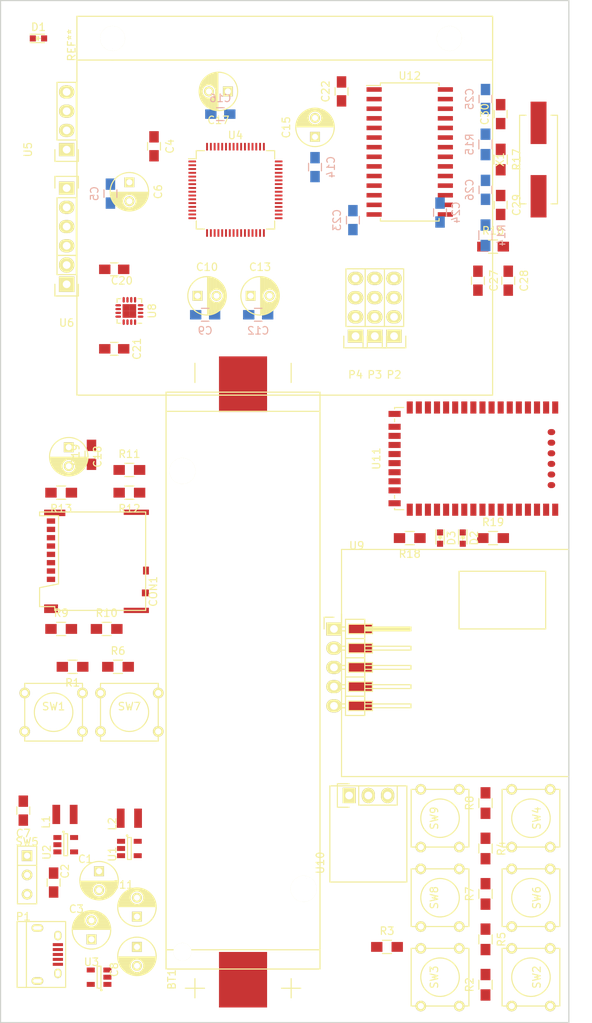
<source format=kicad_pcb>
(kicad_pcb (version 4) (host pcbnew 4.0.2-stable)

  (general
    (links 255)
    (no_connects 255)
    (area 36.924999 39.924999 112.075001 175.075001)
    (thickness 1.6)
    (drawings 4)
    (tracks 0)
    (zones 0)
    (modules 83)
    (nets 74)
  )

  (page A4)
  (title_block
    (title "SenseWalk2: Minimalistic version")
    (rev 1)
    (company "University of Central Florida\\nSenior Design G23\\nBenoit Brummer\\n\\n\\n")
  )

  (layers
    (0 F.Cu signal)
    (31 B.Cu signal)
    (32 B.Adhes user)
    (33 F.Adhes user)
    (34 B.Paste user)
    (35 F.Paste user)
    (36 B.SilkS user)
    (37 F.SilkS user)
    (38 B.Mask user)
    (39 F.Mask user)
    (40 Dwgs.User user)
    (41 Cmts.User user)
    (42 Eco1.User user)
    (43 Eco2.User user)
    (44 Edge.Cuts user)
    (45 Margin user)
    (46 B.CrtYd user)
    (47 F.CrtYd user)
    (48 B.Fab user)
    (49 F.Fab user)
  )

  (setup
    (last_trace_width 0.25)
    (user_trace_width 0.4)
    (user_trace_width 0.5)
    (user_trace_width 0.75)
    (user_trace_width 1)
    (user_trace_width 1.25)
    (user_trace_width 1.5)
    (user_trace_width 1.75)
    (trace_clearance 0.2)
    (zone_clearance 0.508)
    (zone_45_only yes)
    (trace_min 0.2)
    (segment_width 0.2)
    (edge_width 0.15)
    (via_size 0.6)
    (via_drill 0.4)
    (via_min_size 0.4)
    (via_min_drill 0.3)
    (uvia_size 0.3)
    (uvia_drill 0.1)
    (uvias_allowed no)
    (uvia_min_size 0.2)
    (uvia_min_drill 0.1)
    (pcb_text_width 0.3)
    (pcb_text_size 1.5 1.5)
    (mod_edge_width 0.15)
    (mod_text_size 1 1)
    (mod_text_width 0.15)
    (pad_size 1.524 1.524)
    (pad_drill 0.762)
    (pad_to_mask_clearance 0.2)
    (aux_axis_origin 0 0)
    (visible_elements FFFEFF7F)
    (pcbplotparams
      (layerselection 0x00030_80000001)
      (usegerberextensions false)
      (excludeedgelayer true)
      (linewidth 0.100000)
      (plotframeref false)
      (viasonmask false)
      (mode 1)
      (useauxorigin false)
      (hpglpennumber 1)
      (hpglpenspeed 20)
      (hpglpendiameter 15)
      (hpglpenoverlay 2)
      (psnegative false)
      (psa4output false)
      (plotreference true)
      (plotvalue true)
      (plotinvisibletext false)
      (padsonsilk false)
      (subtractmaskfromsilk false)
      (outputformat 1)
      (mirror false)
      (drillshape 1)
      (scaleselection 1)
      (outputdirectory pdf/))
  )

  (net 0 "")
  (net 1 "Net-(BT1-Pad1)")
  (net 2 GND)
  (net 3 +BATT)
  (net 4 +5V)
  (net 5 +3V3)
  (net 6 PD2_SD-CMD)
  (net 7 PC10_SD-D2)
  (net 8 PC11_SD-D3)
  (net 9 PC12_SD-CK)
  (net 10 PC8_SD-D0)
  (net 11 PC9_SD-D1)
  (net 12 PA15_SD-DET)
  (net 13 "Net-(L2-Pad1)")
  (net 14 /in5)
  (net 15 /in6)
  (net 16 /in7)
  (net 17 /in8)
  (net 18 /in1)
  (net 19 /in2)
  (net 20 /in3)
  (net 21 /in4)
  (net 22 PC13_dbg)
  (net 23 NRST)
  (net 24 PC0_MP3-SCL)
  (net 25 PC1_MP3-SDA)
  (net 26 PC2_MAG-MISO)
  (net 27 PA0_las)
  (net 28 PA1_las)
  (net 29 PA2_UART)
  (net 30 PA3_UART)
  (net 31 PA4_BTpcm-Sync)
  (net 32 PA5_MP3-SCK)
  (net 33 PA6_BT-RTS)
  (net 34 PA7_MP3-SDI)
  (net 35 PC4_BT-RX)
  (net 36 PC5_BT-TX)
  (net 37 PB1_BT-CTS)
  (net 38 PB2_BT-GP2)
  (net 39 PB10_MAG-SPC)
  (net 40 "Net-(D1-Pad2)")
  (net 41 PB12_MAG-INT)
  (net 42 PB13_MAG-TRIG)
  (net 43 PB14_MP3-RST)
  (net 44 PB15_MAG-MOSI)
  (net 45 PC6_MP3-DR)
  (net 46 PA9_GPS-RX)
  (net 47 PA13_dbg)
  (net 48 PA14_dbg)
  (net 49 PB3_BTpcm-CLK)
  (net 50 PB5_BTpcm-IN)
  (net 51 PB7_GPS-TX)
  (net 52 PB9_MAG-CS)
  (net 53 "Net-(P4-Pad4)")
  (net 54 "Net-(P4-Pad1)")
  (net 55 "Net-(P4-Pad2)")
  (net 56 "Net-(C26-Pad1)")
  (net 57 "Net-(C28-Pad1)")
  (net 58 "Net-(C29-Pad1)")
  (net 59 "Net-(C27-Pad1)")
  (net 60 "Net-(D2-Pad2)")
  (net 61 "Net-(D2-Pad1)")
  (net 62 "Net-(D3-Pad2)")
  (net 63 "Net-(D3-Pad1)")
  (net 64 "Net-(P3-Pad1)")
  (net 65 "Net-(P3-Pad2)")
  (net 66 "Net-(P3-Pad3)")
  (net 67 "Net-(P3-Pad4)")
  (net 68 "Net-(L1-Pad2)")
  (net 69 "Net-(C3-Pad2)")
  (net 70 "Net-(C26-Pad2)")
  (net 71 "Net-(C30-Pad1)")
  (net 72 PB0_mic)
  (net 73 PB11_BT-GP9)

  (net_class Default "This is the default net class."
    (clearance 0.2)
    (trace_width 0.25)
    (via_dia 0.6)
    (via_drill 0.4)
    (uvia_dia 0.3)
    (uvia_drill 0.1)
    (add_net +3V3)
    (add_net +5V)
    (add_net +BATT)
    (add_net /in1)
    (add_net /in2)
    (add_net /in3)
    (add_net /in4)
    (add_net /in5)
    (add_net /in6)
    (add_net /in7)
    (add_net /in8)
    (add_net GND)
    (add_net NRST)
    (add_net "Net-(BT1-Pad1)")
    (add_net "Net-(C26-Pad1)")
    (add_net "Net-(C26-Pad2)")
    (add_net "Net-(C27-Pad1)")
    (add_net "Net-(C28-Pad1)")
    (add_net "Net-(C29-Pad1)")
    (add_net "Net-(C3-Pad2)")
    (add_net "Net-(C30-Pad1)")
    (add_net "Net-(D1-Pad2)")
    (add_net "Net-(D2-Pad1)")
    (add_net "Net-(D2-Pad2)")
    (add_net "Net-(D3-Pad1)")
    (add_net "Net-(D3-Pad2)")
    (add_net "Net-(L1-Pad2)")
    (add_net "Net-(L2-Pad1)")
    (add_net "Net-(P3-Pad1)")
    (add_net "Net-(P3-Pad2)")
    (add_net "Net-(P3-Pad3)")
    (add_net "Net-(P3-Pad4)")
    (add_net "Net-(P4-Pad1)")
    (add_net "Net-(P4-Pad2)")
    (add_net "Net-(P4-Pad4)")
    (add_net PA0_las)
    (add_net PA13_dbg)
    (add_net PA14_dbg)
    (add_net PA15_SD-DET)
    (add_net PA1_las)
    (add_net PA2_UART)
    (add_net PA3_UART)
    (add_net PA4_BTpcm-Sync)
    (add_net PA5_MP3-SCK)
    (add_net PA6_BT-RTS)
    (add_net PA7_MP3-SDI)
    (add_net PA9_GPS-RX)
    (add_net PB0_mic)
    (add_net PB10_MAG-SPC)
    (add_net PB11_BT-GP9)
    (add_net PB12_MAG-INT)
    (add_net PB13_MAG-TRIG)
    (add_net PB14_MP3-RST)
    (add_net PB15_MAG-MOSI)
    (add_net PB1_BT-CTS)
    (add_net PB2_BT-GP2)
    (add_net PB3_BTpcm-CLK)
    (add_net PB5_BTpcm-IN)
    (add_net PB7_GPS-TX)
    (add_net PB9_MAG-CS)
    (add_net PC0_MP3-SCL)
    (add_net PC10_SD-D2)
    (add_net PC11_SD-D3)
    (add_net PC12_SD-CK)
    (add_net PC13_dbg)
    (add_net PC1_MP3-SDA)
    (add_net PC2_MAG-MISO)
    (add_net PC4_BT-RX)
    (add_net PC5_BT-TX)
    (add_net PC6_MP3-DR)
    (add_net PC8_SD-D0)
    (add_net PC9_SD-D1)
    (add_net PD2_SD-CMD)
  )

  (module Capacitors_ThroughHole:C_Radial_D5_L11_P2.5 (layer F.Cu) (tedit 56CBE4A7) (tstamp 56C95E4C)
    (at 50 155 270)
    (descr "Radial Electrolytic Capacitor Diameter 5mm x Length 11mm, Pitch 2.5mm")
    (tags "Electrolytic Capacitor")
    (path /56B9B3BD)
    (fp_text reference C1 (at -1.6 1.8 540) (layer F.SilkS)
      (effects (font (size 1 1) (thickness 0.15)))
    )
    (fp_text value 10uF (at 1.5 0 270) (layer F.Fab)
      (effects (font (size 1 1) (thickness 0.15)))
    )
    (fp_line (start 1.325 -2.499) (end 1.325 2.499) (layer F.SilkS) (width 0.15))
    (fp_line (start 1.465 -2.491) (end 1.465 2.491) (layer F.SilkS) (width 0.15))
    (fp_line (start 1.605 -2.475) (end 1.605 -0.095) (layer F.SilkS) (width 0.15))
    (fp_line (start 1.605 0.095) (end 1.605 2.475) (layer F.SilkS) (width 0.15))
    (fp_line (start 1.745 -2.451) (end 1.745 -0.49) (layer F.SilkS) (width 0.15))
    (fp_line (start 1.745 0.49) (end 1.745 2.451) (layer F.SilkS) (width 0.15))
    (fp_line (start 1.885 -2.418) (end 1.885 -0.657) (layer F.SilkS) (width 0.15))
    (fp_line (start 1.885 0.657) (end 1.885 2.418) (layer F.SilkS) (width 0.15))
    (fp_line (start 2.025 -2.377) (end 2.025 -0.764) (layer F.SilkS) (width 0.15))
    (fp_line (start 2.025 0.764) (end 2.025 2.377) (layer F.SilkS) (width 0.15))
    (fp_line (start 2.165 -2.327) (end 2.165 -0.835) (layer F.SilkS) (width 0.15))
    (fp_line (start 2.165 0.835) (end 2.165 2.327) (layer F.SilkS) (width 0.15))
    (fp_line (start 2.305 -2.266) (end 2.305 -0.879) (layer F.SilkS) (width 0.15))
    (fp_line (start 2.305 0.879) (end 2.305 2.266) (layer F.SilkS) (width 0.15))
    (fp_line (start 2.445 -2.196) (end 2.445 -0.898) (layer F.SilkS) (width 0.15))
    (fp_line (start 2.445 0.898) (end 2.445 2.196) (layer F.SilkS) (width 0.15))
    (fp_line (start 2.585 -2.114) (end 2.585 -0.896) (layer F.SilkS) (width 0.15))
    (fp_line (start 2.585 0.896) (end 2.585 2.114) (layer F.SilkS) (width 0.15))
    (fp_line (start 2.725 -2.019) (end 2.725 -0.871) (layer F.SilkS) (width 0.15))
    (fp_line (start 2.725 0.871) (end 2.725 2.019) (layer F.SilkS) (width 0.15))
    (fp_line (start 2.865 -1.908) (end 2.865 -0.823) (layer F.SilkS) (width 0.15))
    (fp_line (start 2.865 0.823) (end 2.865 1.908) (layer F.SilkS) (width 0.15))
    (fp_line (start 3.005 -1.78) (end 3.005 -0.745) (layer F.SilkS) (width 0.15))
    (fp_line (start 3.005 0.745) (end 3.005 1.78) (layer F.SilkS) (width 0.15))
    (fp_line (start 3.145 -1.631) (end 3.145 -0.628) (layer F.SilkS) (width 0.15))
    (fp_line (start 3.145 0.628) (end 3.145 1.631) (layer F.SilkS) (width 0.15))
    (fp_line (start 3.285 -1.452) (end 3.285 -0.44) (layer F.SilkS) (width 0.15))
    (fp_line (start 3.285 0.44) (end 3.285 1.452) (layer F.SilkS) (width 0.15))
    (fp_line (start 3.425 -1.233) (end 3.425 1.233) (layer F.SilkS) (width 0.15))
    (fp_line (start 3.565 -0.944) (end 3.565 0.944) (layer F.SilkS) (width 0.15))
    (fp_line (start 3.705 -0.472) (end 3.705 0.472) (layer F.SilkS) (width 0.15))
    (fp_circle (center 2.5 0) (end 2.5 -0.9) (layer F.SilkS) (width 0.15))
    (fp_circle (center 1.25 0) (end 1.25 -2.5375) (layer F.SilkS) (width 0.15))
    (fp_circle (center 1.25 0) (end 1.25 -2.8) (layer F.CrtYd) (width 0.05))
    (pad 1 thru_hole rect (at 0 0 270) (size 1.3 1.3) (drill 0.8) (layers *.Cu *.Mask F.SilkS)
      (net 3 +BATT))
    (pad 2 thru_hole circle (at 2.5 0 270) (size 1.3 1.3) (drill 0.8) (layers *.Cu *.Mask F.SilkS)
      (net 2 GND))
    (model Capacitors_ThroughHole.3dshapes/C_Radial_D5_L11_P2.5.wrl
      (at (xyz 0.049213 0 0))
      (scale (xyz 1 1 1))
      (rotate (xyz 0 0 90))
    )
  )

  (module con-trougnouf:MicroSD (layer F.Cu) (tedit 56CD09D4) (tstamp 56C96B0E)
    (at 43.65 112.05 90)
    (path /56C194C9)
    (fp_text reference CON1 (at -6 13.5 90) (layer F.SilkS)
      (effects (font (size 1 1) (thickness 0.15)))
    )
    (fp_text value uSD_Card (at 1 13.5 90) (layer F.Fab)
      (effects (font (size 1 1) (thickness 0.15)))
    )
    (fp_line (start -8 -0.5) (end -8 -1.5) (layer F.SilkS) (width 0.15))
    (fp_line (start -8 -1.5) (end -5.5 -1.5) (layer F.SilkS) (width 0.15))
    (fp_line (start -5.5 -1.5) (end -5 1) (layer F.SilkS) (width 0.15))
    (fp_line (start -5 1) (end 4 1) (layer F.SilkS) (width 0.15))
    (fp_line (start 4 1) (end 4 -1.5) (layer F.SilkS) (width 0.15))
    (fp_line (start 4 -1.5) (end 4.5 -1.5) (layer F.SilkS) (width 0.15))
    (fp_line (start 4.5 -1.5) (end 4.5 12.5) (layer F.SilkS) (width 0.15))
    (fp_line (start 4.5 12.5) (end -8.5 12.5) (layer F.SilkS) (width 0.15))
    (fp_line (start -8.5 12.5) (end -8.5 0.5) (layer F.SilkS) (width 0.15))
    (fp_line (start -8.5 0.5) (end -8 0.5) (layer F.SilkS) (width 0.15))
    (fp_line (start -8 0.5) (end -8 -0.5) (layer F.SilkS) (width 0.15))
    (pad 6 smd rect (at -2.2 0 90) (size 0.7 1.1) (layers F.Cu F.Paste F.Mask)
      (net 2 GND))
    (pad 3 smd rect (at 1.1 0 90) (size 0.7 1.1) (layers F.Cu F.Paste F.Mask)
      (net 6 PD2_SD-CMD))
    (pad ~ smd rect (at 4.38 0.5 90) (size 0.86 2.8) (layers F.Cu F.Paste F.Mask))
    (pad 1 smd rect (at 3.3 0 90) (size 0.7 1.1) (layers F.Cu F.Paste F.Mask)
      (net 7 PC10_SD-D2))
    (pad 2 smd rect (at 2.2 0 90) (size 0.7 1.1) (layers F.Cu F.Paste F.Mask)
      (net 8 PC11_SD-D3))
    (pad 4 smd rect (at 0 0 90) (size 0.7 1.1) (layers F.Cu F.Paste F.Mask)
      (net 5 +3V3))
    (pad 5 smd rect (at -1.1 0 90) (size 0.7 1.1) (layers F.Cu F.Paste F.Mask)
      (net 9 PC12_SD-CK))
    (pad 7 smd rect (at -3.3 0 90) (size 0.7 1.1) (layers F.Cu F.Paste F.Mask)
      (net 10 PC8_SD-D0))
    (pad 8 smd rect (at -4.4 0 90) (size 0.7 1.1) (layers F.Cu F.Paste F.Mask)
      (net 11 PC9_SD-D1))
    (pad ~ smd rect (at -8.28 0.015 90) (size 1.14 1.83) (layers F.Cu F.Paste F.Mask))
    (pad ~ smd rect (at -8.5 11.265 90) (size 0.7 3.33) (layers F.Cu F.Paste F.Mask))
    (pad 6 smd rect (at -6.19 12.465 90) (size 0.9 0.93) (layers F.Cu F.Paste F.Mask)
      (net 2 GND))
    (pad 9 smd rect (at -3.24 12.54 90) (size 1.05 0.78) (layers F.Cu F.Paste F.Mask)
      (net 12 PA15_SD-DET))
    (pad ~ smd rect (at 4.46 11.265 90) (size 0.7 3.33) (layers F.Cu F.Paste F.Mask))
  )

  (module BT:RN-52 (layer F.Cu) (tedit 55A59B3F) (tstamp 56C96415)
    (at 102 100.5 270)
    (path /56BFE3AB)
    (fp_text reference U11 (at 0 15.4 270) (layer F.SilkS)
      (effects (font (size 1 1) (thickness 0.15)))
    )
    (fp_text value RN-52 (at 0 0 270) (layer F.Fab)
      (effects (font (size 1 1) (thickness 0.15)))
    )
    (fp_line (start 4.85 13) (end 5.25 13) (layer F.SilkS) (width 0.15))
    (fp_line (start -5.25 13) (end -4.85 13) (layer F.SilkS) (width 0.15))
    (fp_line (start -6.75 -13) (end -6.75 -8.4) (layer B.CrtYd) (width 0.15))
    (fp_line (start -6.75 -8.4) (end 6.75 -8.4) (layer B.CrtYd) (width 0.15))
    (fp_line (start 6.75 -8.4) (end 6.75 -13) (layer B.CrtYd) (width 0.15))
    (fp_line (start 6.75 -13) (end -6.75 -13) (layer B.CrtYd) (width 0.15))
    (fp_line (start -6.75 -9) (end -7.75 -9) (layer F.CrtYd) (width 0.15))
    (fp_line (start -7.75 -9) (end -7.75 14) (layer F.CrtYd) (width 0.15))
    (fp_line (start -7.75 14) (end 8.05 14) (layer F.CrtYd) (width 0.15))
    (fp_line (start 8.05 14) (end 8.05 -9) (layer F.CrtYd) (width 0.15))
    (fp_line (start 8.05 -9) (end 6.75 -9) (layer F.CrtYd) (width 0.15))
    (fp_line (start -6.75 -9) (end -6.75 -13) (layer F.CrtYd) (width 0.15))
    (fp_line (start -6.75 -13) (end 6.75 -13) (layer F.CrtYd) (width 0.15))
    (fp_line (start 6.75 -13) (end 6.75 -9) (layer F.CrtYd) (width 0.15))
    (fp_line (start 6.75 13) (end 6.55 13) (layer F.SilkS) (width 0.15))
    (fp_line (start 6.75 11.8) (end 6.75 13) (layer F.SilkS) (width 0.15))
    (fp_line (start -6.75 11.8) (end -6.75 13) (layer F.SilkS) (width 0.15))
    (fp_line (start -6.75 13) (end -6.55 13) (layer F.SilkS) (width 0.15))
    (fp_text user "GND Edge" (at 0 -9.5 270) (layer F.Fab)
      (effects (font (size 1 1) (thickness 0.15)))
    )
    (fp_line (start -6.75 -8.4) (end 6.75 -8.4) (layer F.Fab) (width 0.15))
    (pad 28 smd rect (at 6.75 11 270) (size 1.6 0.8) (layers F.Cu F.Paste F.Mask))
    (pad 27 smd rect (at 5.9 13 270) (size 0.8 1.6) (layers F.Cu F.Paste F.Mask)
      (net 2 GND))
    (pad 19 smd rect (at -4.2 13 270) (size 0.8 1.6) (layers F.Cu F.Paste F.Mask))
    (pad 1 smd rect (at -6.75 -8.2 270) (size 1.6 0.8) (layers F.Cu F.Paste F.Mask)
      (net 2 GND))
    (pad 2 smd rect (at -6.75 -7 270) (size 1.6 0.8) (layers F.Cu F.Paste F.Mask)
      (net 38 PB2_BT-GP2))
    (pad 3 smd rect (at -6.75 -5.8 270) (size 1.6 0.8) (layers F.Cu F.Paste F.Mask))
    (pad 4 smd rect (at -6.75 -4.6 270) (size 1.6 0.8) (layers F.Cu F.Paste F.Mask))
    (pad 5 smd rect (at -6.75 -3.4 270) (size 1.6 0.8) (layers F.Cu F.Paste F.Mask))
    (pad 6 smd rect (at -6.75 -2.2 270) (size 1.6 0.8) (layers F.Cu F.Paste F.Mask))
    (pad 7 smd rect (at -6.75 -1 270) (size 1.6 0.8) (layers F.Cu F.Paste F.Mask))
    (pad 8 smd rect (at -6.75 0.2 270) (size 1.6 0.8) (layers F.Cu F.Paste F.Mask))
    (pad 9 smd rect (at -6.75 1.4 270) (size 1.6 0.8) (layers F.Cu F.Paste F.Mask))
    (pad 10 smd rect (at -6.75 2.6 270) (size 1.6 0.8) (layers F.Cu F.Paste F.Mask))
    (pad 11 smd rect (at -6.75 3.8 270) (size 1.6 0.8) (layers F.Cu F.Paste F.Mask)
      (net 73 PB11_BT-GP9))
    (pad 12 smd rect (at -6.75 5 270) (size 1.6 0.8) (layers F.Cu F.Paste F.Mask))
    (pad 13 smd rect (at -6.75 6.2 270) (size 1.6 0.8) (layers F.Cu F.Paste F.Mask))
    (pad 14 smd rect (at -6.75 7.4 270) (size 1.6 0.8) (layers F.Cu F.Paste F.Mask)
      (net 33 PA6_BT-RTS))
    (pad 15 smd rect (at -6.75 8.6 270) (size 1.6 0.8) (layers F.Cu F.Paste F.Mask)
      (net 37 PB1_BT-CTS))
    (pad 16 smd rect (at -6.75 9.8 270) (size 1.6 0.8) (layers F.Cu F.Paste F.Mask)
      (net 36 PC5_BT-TX))
    (pad 17 smd rect (at -6.75 11 270) (size 1.6 0.8) (layers F.Cu F.Paste F.Mask)
      (net 35 PC4_BT-RX))
    (pad 18 smd rect (at -5.9 13 270) (size 0.8 1.6) (layers F.Cu F.Paste F.Mask)
      (net 2 GND))
    (pad 20 smd rect (at -3 13 270) (size 0.8 1.6) (layers F.Cu F.Paste F.Mask))
    (pad 21 smd rect (at -1.8 13 270) (size 0.8 1.6) (layers F.Cu F.Paste F.Mask)
      (net 5 +3V3))
    (pad 22 smd rect (at -0.6 13 270) (size 0.8 1.6) (layers F.Cu F.Paste F.Mask)
      (net 5 +3V3))
    (pad 23 smd rect (at 0.6 13 270) (size 0.8 1.6) (layers F.Cu F.Paste F.Mask)
      (net 67 "Net-(P3-Pad4)"))
    (pad 24 smd rect (at 1.8 13 270) (size 0.8 1.6) (layers F.Cu F.Paste F.Mask)
      (net 66 "Net-(P3-Pad3)"))
    (pad 25 smd rect (at 3 13 270) (size 0.8 1.6) (layers F.Cu F.Paste F.Mask)
      (net 65 "Net-(P3-Pad2)"))
    (pad 26 smd rect (at 4.2 13 270) (size 0.8 1.6) (layers F.Cu F.Paste F.Mask)
      (net 64 "Net-(P3-Pad1)"))
    (pad 29 smd rect (at 6.75 9.8 270) (size 1.6 0.8) (layers F.Cu F.Paste F.Mask))
    (pad 30 smd rect (at 6.75 8.6 270) (size 1.6 0.8) (layers F.Cu F.Paste F.Mask))
    (pad 31 smd rect (at 6.75 7.4 270) (size 1.6 0.8) (layers F.Cu F.Paste F.Mask))
    (pad 32 smd rect (at 6.75 6.2 270) (size 1.6 0.8) (layers F.Cu F.Paste F.Mask)
      (net 63 "Net-(D3-Pad1)"))
    (pad 33 smd rect (at 6.75 5 270) (size 1.6 0.8) (layers F.Cu F.Paste F.Mask)
      (net 61 "Net-(D2-Pad1)"))
    (pad 34 smd rect (at 6.75 3.8 270) (size 1.6 0.8) (layers F.Cu F.Paste F.Mask))
    (pad 35 smd rect (at 6.75 2.6 270) (size 1.6 0.8) (layers F.Cu F.Paste F.Mask))
    (pad 36 smd rect (at 6.75 1.4 270) (size 1.6 0.8) (layers F.Cu F.Paste F.Mask))
    (pad 37 smd rect (at 6.75 0.2 270) (size 1.6 0.8) (layers F.Cu F.Paste F.Mask))
    (pad 38 smd rect (at 6.75 -1 270) (size 1.6 0.8) (layers F.Cu F.Paste F.Mask))
    (pad 39 smd rect (at 6.75 -2.2 270) (size 1.6 0.8) (layers F.Cu F.Paste F.Mask)
      (net 2 GND))
    (pad 40 smd rect (at 6.75 -3.4 270) (size 1.6 0.8) (layers F.Cu F.Paste F.Mask))
    (pad 41 smd rect (at 6.75 -4.6 270) (size 1.6 0.8) (layers F.Cu F.Paste F.Mask))
    (pad 42 smd rect (at 6.75 -5.8 270) (size 1.6 0.8) (layers F.Cu F.Paste F.Mask))
    (pad 43 smd rect (at 6.75 -7 270) (size 1.6 0.8) (layers F.Cu F.Paste F.Mask))
    (pad 44 smd rect (at 6.75 -8.2 270) (size 1.6 0.8) (layers F.Cu F.Paste F.Mask)
      (net 2 GND))
    (pad 45 smd oval (at 3.5 -7.7 270) (size 0.8 1) (layers F.Cu F.Paste F.Mask)
      (net 2 GND))
    (pad 46 smd oval (at 2.1 -7.7 270) (size 0.8 1) (layers F.Cu F.Paste F.Mask)
      (net 2 GND))
    (pad 47 smd oval (at 0.7 -7.7 270) (size 0.8 1) (layers F.Cu F.Paste F.Mask)
      (net 2 GND))
    (pad 48 smd oval (at -0.7 -7.7 270) (size 0.8 1) (layers F.Cu F.Paste F.Mask)
      (net 2 GND))
    (pad 49 smd oval (at -2.1 -7.7 270) (size 0.8 1) (layers F.Cu F.Paste F.Mask)
      (net 2 GND))
    (pad 50 smd oval (at -3.5 -7.7 270) (size 0.8 1) (layers F.Cu F.Paste F.Mask)
      (net 2 GND))
  )

  (module con-trougnouf:18650BatteryHolder (layer F.Cu) (tedit 56CBE491) (tstamp 56C95E46)
    (at 69 173 270)
    (descr http://keyelco.com/product-pdf.cfm?p=13957)
    (tags " Keystone Electronics 1042P")
    (path /56B971E8)
    (fp_text reference BT1 (at -3.7 9.4 270) (layer F.SilkS)
      (effects (font (size 1 1) (thickness 0.15)))
    )
    (fp_text value Battery (at -29 0 270) (layer F.Fab)
      (effects (font (size 1 1) (thickness 0.15)))
    )
    (fp_line (start -2.54 5.08) (end -2.54 7.62) (layer F.SilkS) (width 0.15))
    (fp_line (start -3.81 6.35) (end -1.27 6.35) (layer F.SilkS) (width 0.15))
    (fp_line (start -2.54 -7.62) (end -2.54 -5.08) (layer F.SilkS) (width 0.15))
    (fp_line (start -3.81 -6.35) (end -1.27 -6.35) (layer F.SilkS) (width 0.15))
    (fp_line (start -85.09 6.35) (end -82.55 6.35) (layer F.SilkS) (width 0.15))
    (fp_line (start -82.55 -6.35) (end -85.09 -6.35) (layer F.SilkS) (width 0.15))
    (fp_line (start -78.74 -10.16) (end -81.28 -10.16) (layer F.SilkS) (width 0.15))
    (fp_line (start -81.28 -10.16) (end -81.28 10.16) (layer F.SilkS) (width 0.15))
    (fp_line (start -81.28 10.16) (end -78.74 10.16) (layer F.SilkS) (width 0.15))
    (fp_line (start -7.62 10.16) (end -6.35 10.16) (layer F.SilkS) (width 0.15))
    (fp_line (start -6.35 10.16) (end -5.08 10.16) (layer F.SilkS) (width 0.15))
    (fp_line (start -5.08 10.16) (end -5.08 -10.16) (layer F.SilkS) (width 0.15))
    (fp_line (start -5.08 -10.16) (end -7.62 -10.16) (layer F.SilkS) (width 0.15))
    (fp_line (start -7.62 -10.16) (end -7.62 10.16) (layer F.SilkS) (width 0.15))
    (fp_line (start -7.62 10.16) (end -78.74 10.16) (layer F.SilkS) (width 0.15))
    (fp_line (start -78.74 10.16) (end -78.74 -10.16) (layer F.SilkS) (width 0.15))
    (fp_line (start -78.74 -10.16) (end -7.62 -10.16) (layer F.SilkS) (width 0.15))
    (pad "" np_thru_hole oval (at -70.87 8 270) (size 3.45 3.45) (drill 3.45) (layers *.Cu *.Mask F.SilkS))
    (pad 1 smd rect (at -3.67 0 270) (size 7.34 6.35) (layers F.Cu F.Paste F.Mask)
      (net 1 "Net-(BT1-Pad1)"))
    (pad 2 smd rect (at -82.33 0 270) (size 7.34 6.35) (layers F.Cu F.Paste F.Mask)
      (net 2 GND))
    (pad "" np_thru_hole oval (at -7.34 8 270) (size 2.39 2.39) (drill 2.39) (layers *.Cu *.Mask F.SilkS))
    (pad "" np_thru_hole oval (at -15.67 -8 270) (size 3.45 3.45) (drill 3.45) (layers *.Cu *.Mask F.SilkS))
  )

  (module Capacitors_ThroughHole:C_Radial_D5_L11_P2.5 (layer F.Cu) (tedit 56CA7DDC) (tstamp 56C95E58)
    (at 49 164 90)
    (descr "Radial Electrolytic Capacitor Diameter 5mm x Length 11mm, Pitch 2.5mm")
    (tags "Electrolytic Capacitor")
    (path /56B99A60)
    (fp_text reference C3 (at 4 -2 180) (layer F.SilkS)
      (effects (font (size 1 1) (thickness 0.15)))
    )
    (fp_text value 1uF (at 1 0 180) (layer F.Fab)
      (effects (font (size 1 1) (thickness 0.15)))
    )
    (fp_line (start 1.325 -2.499) (end 1.325 2.499) (layer F.SilkS) (width 0.15))
    (fp_line (start 1.465 -2.491) (end 1.465 2.491) (layer F.SilkS) (width 0.15))
    (fp_line (start 1.605 -2.475) (end 1.605 -0.095) (layer F.SilkS) (width 0.15))
    (fp_line (start 1.605 0.095) (end 1.605 2.475) (layer F.SilkS) (width 0.15))
    (fp_line (start 1.745 -2.451) (end 1.745 -0.49) (layer F.SilkS) (width 0.15))
    (fp_line (start 1.745 0.49) (end 1.745 2.451) (layer F.SilkS) (width 0.15))
    (fp_line (start 1.885 -2.418) (end 1.885 -0.657) (layer F.SilkS) (width 0.15))
    (fp_line (start 1.885 0.657) (end 1.885 2.418) (layer F.SilkS) (width 0.15))
    (fp_line (start 2.025 -2.377) (end 2.025 -0.764) (layer F.SilkS) (width 0.15))
    (fp_line (start 2.025 0.764) (end 2.025 2.377) (layer F.SilkS) (width 0.15))
    (fp_line (start 2.165 -2.327) (end 2.165 -0.835) (layer F.SilkS) (width 0.15))
    (fp_line (start 2.165 0.835) (end 2.165 2.327) (layer F.SilkS) (width 0.15))
    (fp_line (start 2.305 -2.266) (end 2.305 -0.879) (layer F.SilkS) (width 0.15))
    (fp_line (start 2.305 0.879) (end 2.305 2.266) (layer F.SilkS) (width 0.15))
    (fp_line (start 2.445 -2.196) (end 2.445 -0.898) (layer F.SilkS) (width 0.15))
    (fp_line (start 2.445 0.898) (end 2.445 2.196) (layer F.SilkS) (width 0.15))
    (fp_line (start 2.585 -2.114) (end 2.585 -0.896) (layer F.SilkS) (width 0.15))
    (fp_line (start 2.585 0.896) (end 2.585 2.114) (layer F.SilkS) (width 0.15))
    (fp_line (start 2.725 -2.019) (end 2.725 -0.871) (layer F.SilkS) (width 0.15))
    (fp_line (start 2.725 0.871) (end 2.725 2.019) (layer F.SilkS) (width 0.15))
    (fp_line (start 2.865 -1.908) (end 2.865 -0.823) (layer F.SilkS) (width 0.15))
    (fp_line (start 2.865 0.823) (end 2.865 1.908) (layer F.SilkS) (width 0.15))
    (fp_line (start 3.005 -1.78) (end 3.005 -0.745) (layer F.SilkS) (width 0.15))
    (fp_line (start 3.005 0.745) (end 3.005 1.78) (layer F.SilkS) (width 0.15))
    (fp_line (start 3.145 -1.631) (end 3.145 -0.628) (layer F.SilkS) (width 0.15))
    (fp_line (start 3.145 0.628) (end 3.145 1.631) (layer F.SilkS) (width 0.15))
    (fp_line (start 3.285 -1.452) (end 3.285 -0.44) (layer F.SilkS) (width 0.15))
    (fp_line (start 3.285 0.44) (end 3.285 1.452) (layer F.SilkS) (width 0.15))
    (fp_line (start 3.425 -1.233) (end 3.425 1.233) (layer F.SilkS) (width 0.15))
    (fp_line (start 3.565 -0.944) (end 3.565 0.944) (layer F.SilkS) (width 0.15))
    (fp_line (start 3.705 -0.472) (end 3.705 0.472) (layer F.SilkS) (width 0.15))
    (fp_circle (center 2.5 0) (end 2.5 -0.9) (layer F.SilkS) (width 0.15))
    (fp_circle (center 1.25 0) (end 1.25 -2.5375) (layer F.SilkS) (width 0.15))
    (fp_circle (center 1.25 0) (end 1.25 -2.8) (layer F.CrtYd) (width 0.05))
    (pad 1 thru_hole rect (at 0 0 90) (size 1.3 1.3) (drill 0.8) (layers *.Cu *.Mask F.SilkS)
      (net 2 GND))
    (pad 2 thru_hole circle (at 2.5 0 90) (size 1.3 1.3) (drill 0.8) (layers *.Cu *.Mask F.SilkS)
      (net 69 "Net-(C3-Pad2)"))
    (model Capacitors_ThroughHole.3dshapes/C_Radial_D5_L11_P2.5.wrl
      (at (xyz 0.049213 0 0))
      (scale (xyz 1 1 1))
      (rotate (xyz 0 0 90))
    )
  )

  (module Capacitors_SMD:C_0805_HandSoldering (layer F.Cu) (tedit 541A9B8D) (tstamp 56C95E5E)
    (at 57.25 59.25 270)
    (descr "Capacitor SMD 0805, hand soldering")
    (tags "capacitor 0805")
    (path /56C98142)
    (attr smd)
    (fp_text reference C4 (at 0 -2.1 270) (layer F.SilkS)
      (effects (font (size 1 1) (thickness 0.15)))
    )
    (fp_text value 0.1uF (at 0 2.1 270) (layer F.Fab)
      (effects (font (size 1 1) (thickness 0.15)))
    )
    (fp_line (start -2.3 -1) (end 2.3 -1) (layer F.CrtYd) (width 0.05))
    (fp_line (start -2.3 1) (end 2.3 1) (layer F.CrtYd) (width 0.05))
    (fp_line (start -2.3 -1) (end -2.3 1) (layer F.CrtYd) (width 0.05))
    (fp_line (start 2.3 -1) (end 2.3 1) (layer F.CrtYd) (width 0.05))
    (fp_line (start 0.5 -0.85) (end -0.5 -0.85) (layer F.SilkS) (width 0.15))
    (fp_line (start -0.5 0.85) (end 0.5 0.85) (layer F.SilkS) (width 0.15))
    (pad 1 smd rect (at -1.25 0 270) (size 1.5 1.25) (layers F.Cu F.Paste F.Mask)
      (net 2 GND))
    (pad 2 smd rect (at 1.25 0 270) (size 1.5 1.25) (layers F.Cu F.Paste F.Mask)
      (net 5 +3V3))
    (model Capacitors_SMD.3dshapes/C_0805_HandSoldering.wrl
      (at (xyz 0 0 0))
      (scale (xyz 1 1 1))
      (rotate (xyz 0 0 0))
    )
  )

  (module Capacitors_ThroughHole:C_Radial_D5_L11_P2.5 (layer F.Cu) (tedit 0) (tstamp 56C95E6A)
    (at 54 64 270)
    (descr "Radial Electrolytic Capacitor Diameter 5mm x Length 11mm, Pitch 2.5mm")
    (tags "Electrolytic Capacitor")
    (path /56CA080D)
    (fp_text reference C6 (at 1.25 -3.8 270) (layer F.SilkS)
      (effects (font (size 1 1) (thickness 0.15)))
    )
    (fp_text value 4.7uF (at 1.25 3.8 270) (layer F.Fab)
      (effects (font (size 1 1) (thickness 0.15)))
    )
    (fp_line (start 1.325 -2.499) (end 1.325 2.499) (layer F.SilkS) (width 0.15))
    (fp_line (start 1.465 -2.491) (end 1.465 2.491) (layer F.SilkS) (width 0.15))
    (fp_line (start 1.605 -2.475) (end 1.605 -0.095) (layer F.SilkS) (width 0.15))
    (fp_line (start 1.605 0.095) (end 1.605 2.475) (layer F.SilkS) (width 0.15))
    (fp_line (start 1.745 -2.451) (end 1.745 -0.49) (layer F.SilkS) (width 0.15))
    (fp_line (start 1.745 0.49) (end 1.745 2.451) (layer F.SilkS) (width 0.15))
    (fp_line (start 1.885 -2.418) (end 1.885 -0.657) (layer F.SilkS) (width 0.15))
    (fp_line (start 1.885 0.657) (end 1.885 2.418) (layer F.SilkS) (width 0.15))
    (fp_line (start 2.025 -2.377) (end 2.025 -0.764) (layer F.SilkS) (width 0.15))
    (fp_line (start 2.025 0.764) (end 2.025 2.377) (layer F.SilkS) (width 0.15))
    (fp_line (start 2.165 -2.327) (end 2.165 -0.835) (layer F.SilkS) (width 0.15))
    (fp_line (start 2.165 0.835) (end 2.165 2.327) (layer F.SilkS) (width 0.15))
    (fp_line (start 2.305 -2.266) (end 2.305 -0.879) (layer F.SilkS) (width 0.15))
    (fp_line (start 2.305 0.879) (end 2.305 2.266) (layer F.SilkS) (width 0.15))
    (fp_line (start 2.445 -2.196) (end 2.445 -0.898) (layer F.SilkS) (width 0.15))
    (fp_line (start 2.445 0.898) (end 2.445 2.196) (layer F.SilkS) (width 0.15))
    (fp_line (start 2.585 -2.114) (end 2.585 -0.896) (layer F.SilkS) (width 0.15))
    (fp_line (start 2.585 0.896) (end 2.585 2.114) (layer F.SilkS) (width 0.15))
    (fp_line (start 2.725 -2.019) (end 2.725 -0.871) (layer F.SilkS) (width 0.15))
    (fp_line (start 2.725 0.871) (end 2.725 2.019) (layer F.SilkS) (width 0.15))
    (fp_line (start 2.865 -1.908) (end 2.865 -0.823) (layer F.SilkS) (width 0.15))
    (fp_line (start 2.865 0.823) (end 2.865 1.908) (layer F.SilkS) (width 0.15))
    (fp_line (start 3.005 -1.78) (end 3.005 -0.745) (layer F.SilkS) (width 0.15))
    (fp_line (start 3.005 0.745) (end 3.005 1.78) (layer F.SilkS) (width 0.15))
    (fp_line (start 3.145 -1.631) (end 3.145 -0.628) (layer F.SilkS) (width 0.15))
    (fp_line (start 3.145 0.628) (end 3.145 1.631) (layer F.SilkS) (width 0.15))
    (fp_line (start 3.285 -1.452) (end 3.285 -0.44) (layer F.SilkS) (width 0.15))
    (fp_line (start 3.285 0.44) (end 3.285 1.452) (layer F.SilkS) (width 0.15))
    (fp_line (start 3.425 -1.233) (end 3.425 1.233) (layer F.SilkS) (width 0.15))
    (fp_line (start 3.565 -0.944) (end 3.565 0.944) (layer F.SilkS) (width 0.15))
    (fp_line (start 3.705 -0.472) (end 3.705 0.472) (layer F.SilkS) (width 0.15))
    (fp_circle (center 2.5 0) (end 2.5 -0.9) (layer F.SilkS) (width 0.15))
    (fp_circle (center 1.25 0) (end 1.25 -2.5375) (layer F.SilkS) (width 0.15))
    (fp_circle (center 1.25 0) (end 1.25 -2.8) (layer F.CrtYd) (width 0.05))
    (pad 1 thru_hole rect (at 0 0 270) (size 1.3 1.3) (drill 0.8) (layers *.Cu *.Mask F.SilkS)
      (net 2 GND))
    (pad 2 thru_hole circle (at 2.5 0 270) (size 1.3 1.3) (drill 0.8) (layers *.Cu *.Mask F.SilkS)
      (net 5 +3V3))
    (model Capacitors_ThroughHole.3dshapes/C_Radial_D5_L11_P2.5.wrl
      (at (xyz 0.049213 0 0))
      (scale (xyz 1 1 1))
      (rotate (xyz 0 0 90))
    )
  )

  (module Capacitors_SMD:C_0805_HandSoldering (layer F.Cu) (tedit 56CA7D73) (tstamp 56C95E70)
    (at 40 147 270)
    (descr "Capacitor SMD 0805, hand soldering")
    (tags "capacitor 0805")
    (path /56D339A8)
    (attr smd)
    (fp_text reference C7 (at 3 0 360) (layer F.SilkS)
      (effects (font (size 1 1) (thickness 0.15)))
    )
    (fp_text value 10uF (at -0.5 0 270) (layer F.Fab)
      (effects (font (size 1 1) (thickness 0.15)))
    )
    (fp_line (start -2.3 -1) (end 2.3 -1) (layer F.CrtYd) (width 0.05))
    (fp_line (start -2.3 1) (end 2.3 1) (layer F.CrtYd) (width 0.05))
    (fp_line (start -2.3 -1) (end -2.3 1) (layer F.CrtYd) (width 0.05))
    (fp_line (start 2.3 -1) (end 2.3 1) (layer F.CrtYd) (width 0.05))
    (fp_line (start 0.5 -0.85) (end -0.5 -0.85) (layer F.SilkS) (width 0.15))
    (fp_line (start -0.5 0.85) (end 0.5 0.85) (layer F.SilkS) (width 0.15))
    (pad 1 smd rect (at -1.25 0 270) (size 1.5 1.25) (layers F.Cu F.Paste F.Mask)
      (net 4 +5V))
    (pad 2 smd rect (at 1.25 0 270) (size 1.5 1.25) (layers F.Cu F.Paste F.Mask)
      (net 2 GND))
    (model Capacitors_SMD.3dshapes/C_0805_HandSoldering.wrl
      (at (xyz 0 0 0))
      (scale (xyz 1 1 1))
      (rotate (xyz 0 0 0))
    )
  )

  (module Capacitors_ThroughHole:C_Radial_D5_L11_P2.5 (layer F.Cu) (tedit 56CA7DD3) (tstamp 56C95E76)
    (at 55 165 270)
    (descr "Radial Electrolytic Capacitor Diameter 5mm x Length 11mm, Pitch 2.5mm")
    (tags "Electrolytic Capacitor")
    (path /56B9A3C3)
    (fp_text reference C8 (at 3 3 270) (layer F.SilkS)
      (effects (font (size 1 1) (thickness 0.15)))
    )
    (fp_text value 1uF (at 1 0 270) (layer F.Fab)
      (effects (font (size 1 1) (thickness 0.15)))
    )
    (fp_line (start 1.325 -2.499) (end 1.325 2.499) (layer F.SilkS) (width 0.15))
    (fp_line (start 1.465 -2.491) (end 1.465 2.491) (layer F.SilkS) (width 0.15))
    (fp_line (start 1.605 -2.475) (end 1.605 -0.095) (layer F.SilkS) (width 0.15))
    (fp_line (start 1.605 0.095) (end 1.605 2.475) (layer F.SilkS) (width 0.15))
    (fp_line (start 1.745 -2.451) (end 1.745 -0.49) (layer F.SilkS) (width 0.15))
    (fp_line (start 1.745 0.49) (end 1.745 2.451) (layer F.SilkS) (width 0.15))
    (fp_line (start 1.885 -2.418) (end 1.885 -0.657) (layer F.SilkS) (width 0.15))
    (fp_line (start 1.885 0.657) (end 1.885 2.418) (layer F.SilkS) (width 0.15))
    (fp_line (start 2.025 -2.377) (end 2.025 -0.764) (layer F.SilkS) (width 0.15))
    (fp_line (start 2.025 0.764) (end 2.025 2.377) (layer F.SilkS) (width 0.15))
    (fp_line (start 2.165 -2.327) (end 2.165 -0.835) (layer F.SilkS) (width 0.15))
    (fp_line (start 2.165 0.835) (end 2.165 2.327) (layer F.SilkS) (width 0.15))
    (fp_line (start 2.305 -2.266) (end 2.305 -0.879) (layer F.SilkS) (width 0.15))
    (fp_line (start 2.305 0.879) (end 2.305 2.266) (layer F.SilkS) (width 0.15))
    (fp_line (start 2.445 -2.196) (end 2.445 -0.898) (layer F.SilkS) (width 0.15))
    (fp_line (start 2.445 0.898) (end 2.445 2.196) (layer F.SilkS) (width 0.15))
    (fp_line (start 2.585 -2.114) (end 2.585 -0.896) (layer F.SilkS) (width 0.15))
    (fp_line (start 2.585 0.896) (end 2.585 2.114) (layer F.SilkS) (width 0.15))
    (fp_line (start 2.725 -2.019) (end 2.725 -0.871) (layer F.SilkS) (width 0.15))
    (fp_line (start 2.725 0.871) (end 2.725 2.019) (layer F.SilkS) (width 0.15))
    (fp_line (start 2.865 -1.908) (end 2.865 -0.823) (layer F.SilkS) (width 0.15))
    (fp_line (start 2.865 0.823) (end 2.865 1.908) (layer F.SilkS) (width 0.15))
    (fp_line (start 3.005 -1.78) (end 3.005 -0.745) (layer F.SilkS) (width 0.15))
    (fp_line (start 3.005 0.745) (end 3.005 1.78) (layer F.SilkS) (width 0.15))
    (fp_line (start 3.145 -1.631) (end 3.145 -0.628) (layer F.SilkS) (width 0.15))
    (fp_line (start 3.145 0.628) (end 3.145 1.631) (layer F.SilkS) (width 0.15))
    (fp_line (start 3.285 -1.452) (end 3.285 -0.44) (layer F.SilkS) (width 0.15))
    (fp_line (start 3.285 0.44) (end 3.285 1.452) (layer F.SilkS) (width 0.15))
    (fp_line (start 3.425 -1.233) (end 3.425 1.233) (layer F.SilkS) (width 0.15))
    (fp_line (start 3.565 -0.944) (end 3.565 0.944) (layer F.SilkS) (width 0.15))
    (fp_line (start 3.705 -0.472) (end 3.705 0.472) (layer F.SilkS) (width 0.15))
    (fp_circle (center 2.5 0) (end 2.5 -0.9) (layer F.SilkS) (width 0.15))
    (fp_circle (center 1.25 0) (end 1.25 -2.5375) (layer F.SilkS) (width 0.15))
    (fp_circle (center 1.25 0) (end 1.25 -2.8) (layer F.CrtYd) (width 0.05))
    (pad 1 thru_hole rect (at 0 0 270) (size 1.3 1.3) (drill 0.8) (layers *.Cu *.Mask F.SilkS)
      (net 1 "Net-(BT1-Pad1)"))
    (pad 2 thru_hole circle (at 2.5 0 270) (size 1.3 1.3) (drill 0.8) (layers *.Cu *.Mask F.SilkS)
      (net 2 GND))
    (model Capacitors_ThroughHole.3dshapes/C_Radial_D5_L11_P2.5.wrl
      (at (xyz 0.049213 0 0))
      (scale (xyz 1 1 1))
      (rotate (xyz 0 0 90))
    )
  )

  (module Capacitors_ThroughHole:C_Radial_D5_L11_P2.5 (layer F.Cu) (tedit 0) (tstamp 56C95E82)
    (at 63 79)
    (descr "Radial Electrolytic Capacitor Diameter 5mm x Length 11mm, Pitch 2.5mm")
    (tags "Electrolytic Capacitor")
    (path /56C9327D)
    (fp_text reference C10 (at 1.25 -3.8) (layer F.SilkS)
      (effects (font (size 1 1) (thickness 0.15)))
    )
    (fp_text value 4.7uF (at 1.25 3.8) (layer F.Fab)
      (effects (font (size 1 1) (thickness 0.15)))
    )
    (fp_line (start 1.325 -2.499) (end 1.325 2.499) (layer F.SilkS) (width 0.15))
    (fp_line (start 1.465 -2.491) (end 1.465 2.491) (layer F.SilkS) (width 0.15))
    (fp_line (start 1.605 -2.475) (end 1.605 -0.095) (layer F.SilkS) (width 0.15))
    (fp_line (start 1.605 0.095) (end 1.605 2.475) (layer F.SilkS) (width 0.15))
    (fp_line (start 1.745 -2.451) (end 1.745 -0.49) (layer F.SilkS) (width 0.15))
    (fp_line (start 1.745 0.49) (end 1.745 2.451) (layer F.SilkS) (width 0.15))
    (fp_line (start 1.885 -2.418) (end 1.885 -0.657) (layer F.SilkS) (width 0.15))
    (fp_line (start 1.885 0.657) (end 1.885 2.418) (layer F.SilkS) (width 0.15))
    (fp_line (start 2.025 -2.377) (end 2.025 -0.764) (layer F.SilkS) (width 0.15))
    (fp_line (start 2.025 0.764) (end 2.025 2.377) (layer F.SilkS) (width 0.15))
    (fp_line (start 2.165 -2.327) (end 2.165 -0.835) (layer F.SilkS) (width 0.15))
    (fp_line (start 2.165 0.835) (end 2.165 2.327) (layer F.SilkS) (width 0.15))
    (fp_line (start 2.305 -2.266) (end 2.305 -0.879) (layer F.SilkS) (width 0.15))
    (fp_line (start 2.305 0.879) (end 2.305 2.266) (layer F.SilkS) (width 0.15))
    (fp_line (start 2.445 -2.196) (end 2.445 -0.898) (layer F.SilkS) (width 0.15))
    (fp_line (start 2.445 0.898) (end 2.445 2.196) (layer F.SilkS) (width 0.15))
    (fp_line (start 2.585 -2.114) (end 2.585 -0.896) (layer F.SilkS) (width 0.15))
    (fp_line (start 2.585 0.896) (end 2.585 2.114) (layer F.SilkS) (width 0.15))
    (fp_line (start 2.725 -2.019) (end 2.725 -0.871) (layer F.SilkS) (width 0.15))
    (fp_line (start 2.725 0.871) (end 2.725 2.019) (layer F.SilkS) (width 0.15))
    (fp_line (start 2.865 -1.908) (end 2.865 -0.823) (layer F.SilkS) (width 0.15))
    (fp_line (start 2.865 0.823) (end 2.865 1.908) (layer F.SilkS) (width 0.15))
    (fp_line (start 3.005 -1.78) (end 3.005 -0.745) (layer F.SilkS) (width 0.15))
    (fp_line (start 3.005 0.745) (end 3.005 1.78) (layer F.SilkS) (width 0.15))
    (fp_line (start 3.145 -1.631) (end 3.145 -0.628) (layer F.SilkS) (width 0.15))
    (fp_line (start 3.145 0.628) (end 3.145 1.631) (layer F.SilkS) (width 0.15))
    (fp_line (start 3.285 -1.452) (end 3.285 -0.44) (layer F.SilkS) (width 0.15))
    (fp_line (start 3.285 0.44) (end 3.285 1.452) (layer F.SilkS) (width 0.15))
    (fp_line (start 3.425 -1.233) (end 3.425 1.233) (layer F.SilkS) (width 0.15))
    (fp_line (start 3.565 -0.944) (end 3.565 0.944) (layer F.SilkS) (width 0.15))
    (fp_line (start 3.705 -0.472) (end 3.705 0.472) (layer F.SilkS) (width 0.15))
    (fp_circle (center 2.5 0) (end 2.5 -0.9) (layer F.SilkS) (width 0.15))
    (fp_circle (center 1.25 0) (end 1.25 -2.5375) (layer F.SilkS) (width 0.15))
    (fp_circle (center 1.25 0) (end 1.25 -2.8) (layer F.CrtYd) (width 0.05))
    (pad 1 thru_hole rect (at 0 0) (size 1.3 1.3) (drill 0.8) (layers *.Cu *.Mask F.SilkS)
      (net 2 GND))
    (pad 2 thru_hole circle (at 2.5 0) (size 1.3 1.3) (drill 0.8) (layers *.Cu *.Mask F.SilkS)
      (net 5 +3V3))
    (model Capacitors_ThroughHole.3dshapes/C_Radial_D5_L11_P2.5.wrl
      (at (xyz 0.049213 0 0))
      (scale (xyz 1 1 1))
      (rotate (xyz 0 0 90))
    )
  )

  (module Capacitors_ThroughHole:C_Radial_D5_L11_P2.5 (layer F.Cu) (tedit 0) (tstamp 56C95EAC)
    (at 67 52 180)
    (descr "Radial Electrolytic Capacitor Diameter 5mm x Length 11mm, Pitch 2.5mm")
    (tags "Electrolytic Capacitor")
    (path /56C93161)
    (fp_text reference C17 (at 1.25 -3.8 180) (layer F.SilkS)
      (effects (font (size 1 1) (thickness 0.15)))
    )
    (fp_text value 4.7uF (at 1.25 3.8 180) (layer F.Fab)
      (effects (font (size 1 1) (thickness 0.15)))
    )
    (fp_line (start 1.325 -2.499) (end 1.325 2.499) (layer F.SilkS) (width 0.15))
    (fp_line (start 1.465 -2.491) (end 1.465 2.491) (layer F.SilkS) (width 0.15))
    (fp_line (start 1.605 -2.475) (end 1.605 -0.095) (layer F.SilkS) (width 0.15))
    (fp_line (start 1.605 0.095) (end 1.605 2.475) (layer F.SilkS) (width 0.15))
    (fp_line (start 1.745 -2.451) (end 1.745 -0.49) (layer F.SilkS) (width 0.15))
    (fp_line (start 1.745 0.49) (end 1.745 2.451) (layer F.SilkS) (width 0.15))
    (fp_line (start 1.885 -2.418) (end 1.885 -0.657) (layer F.SilkS) (width 0.15))
    (fp_line (start 1.885 0.657) (end 1.885 2.418) (layer F.SilkS) (width 0.15))
    (fp_line (start 2.025 -2.377) (end 2.025 -0.764) (layer F.SilkS) (width 0.15))
    (fp_line (start 2.025 0.764) (end 2.025 2.377) (layer F.SilkS) (width 0.15))
    (fp_line (start 2.165 -2.327) (end 2.165 -0.835) (layer F.SilkS) (width 0.15))
    (fp_line (start 2.165 0.835) (end 2.165 2.327) (layer F.SilkS) (width 0.15))
    (fp_line (start 2.305 -2.266) (end 2.305 -0.879) (layer F.SilkS) (width 0.15))
    (fp_line (start 2.305 0.879) (end 2.305 2.266) (layer F.SilkS) (width 0.15))
    (fp_line (start 2.445 -2.196) (end 2.445 -0.898) (layer F.SilkS) (width 0.15))
    (fp_line (start 2.445 0.898) (end 2.445 2.196) (layer F.SilkS) (width 0.15))
    (fp_line (start 2.585 -2.114) (end 2.585 -0.896) (layer F.SilkS) (width 0.15))
    (fp_line (start 2.585 0.896) (end 2.585 2.114) (layer F.SilkS) (width 0.15))
    (fp_line (start 2.725 -2.019) (end 2.725 -0.871) (layer F.SilkS) (width 0.15))
    (fp_line (start 2.725 0.871) (end 2.725 2.019) (layer F.SilkS) (width 0.15))
    (fp_line (start 2.865 -1.908) (end 2.865 -0.823) (layer F.SilkS) (width 0.15))
    (fp_line (start 2.865 0.823) (end 2.865 1.908) (layer F.SilkS) (width 0.15))
    (fp_line (start 3.005 -1.78) (end 3.005 -0.745) (layer F.SilkS) (width 0.15))
    (fp_line (start 3.005 0.745) (end 3.005 1.78) (layer F.SilkS) (width 0.15))
    (fp_line (start 3.145 -1.631) (end 3.145 -0.628) (layer F.SilkS) (width 0.15))
    (fp_line (start 3.145 0.628) (end 3.145 1.631) (layer F.SilkS) (width 0.15))
    (fp_line (start 3.285 -1.452) (end 3.285 -0.44) (layer F.SilkS) (width 0.15))
    (fp_line (start 3.285 0.44) (end 3.285 1.452) (layer F.SilkS) (width 0.15))
    (fp_line (start 3.425 -1.233) (end 3.425 1.233) (layer F.SilkS) (width 0.15))
    (fp_line (start 3.565 -0.944) (end 3.565 0.944) (layer F.SilkS) (width 0.15))
    (fp_line (start 3.705 -0.472) (end 3.705 0.472) (layer F.SilkS) (width 0.15))
    (fp_circle (center 2.5 0) (end 2.5 -0.9) (layer F.SilkS) (width 0.15))
    (fp_circle (center 1.25 0) (end 1.25 -2.5375) (layer F.SilkS) (width 0.15))
    (fp_circle (center 1.25 0) (end 1.25 -2.8) (layer F.CrtYd) (width 0.05))
    (pad 1 thru_hole rect (at 0 0 180) (size 1.3 1.3) (drill 0.8) (layers *.Cu *.Mask F.SilkS)
      (net 2 GND))
    (pad 2 thru_hole circle (at 2.5 0 180) (size 1.3 1.3) (drill 0.8) (layers *.Cu *.Mask F.SilkS)
      (net 5 +3V3))
    (model Capacitors_ThroughHole.3dshapes/C_Radial_D5_L11_P2.5.wrl
      (at (xyz 0.049213 0 0))
      (scale (xyz 1 1 1))
      (rotate (xyz 0 0 90))
    )
  )

  (module Inductors_NEOSID:Neosid_Inductor_SM-NE29_SMD1008 (layer F.Cu) (tedit 56CA7DEA) (tstamp 56C95EC4)
    (at 45.5 147.5)
    (descr "Neosid, Inductor, SM-NE29, SMD1008, Festinduktivitaet, SMD,")
    (tags "Neosid, Inductor, SM-NE29, SMD1008, Festinduktivitaet, SMD,")
    (path /56B9D90C)
    (attr smd)
    (fp_text reference L1 (at -2.5 1 270) (layer F.SilkS)
      (effects (font (size 1 1) (thickness 0.15)))
    )
    (fp_text value 4.7uH (at 0 -0.5 180) (layer F.Fab)
      (effects (font (size 1 1) (thickness 0.15)))
    )
    (pad 2 smd rect (at 1.14554 0) (size 1.02108 2.54) (layers F.Cu F.Paste F.Mask)
      (net 68 "Net-(L1-Pad2)"))
    (pad 1 smd rect (at -1.14554 0) (size 1.02108 2.54) (layers F.Cu F.Paste F.Mask)
      (net 3 +BATT))
  )

  (module Inductors_NEOSID:Neosid_Inductor_SM-NE29_SMD1008 (layer F.Cu) (tedit 56CA7DA2) (tstamp 56C95ECA)
    (at 54 148)
    (descr "Neosid, Inductor, SM-NE29, SMD1008, Festinduktivitaet, SMD,")
    (tags "Neosid, Inductor, SM-NE29, SMD1008, Festinduktivitaet, SMD,")
    (path /56B9BC26)
    (attr smd)
    (fp_text reference L2 (at -2.25 0.75 90) (layer F.SilkS)
      (effects (font (size 1 1) (thickness 0.15)))
    )
    (fp_text value 4.7uH (at 0.25 -0.75 180) (layer F.Fab)
      (effects (font (size 1 1) (thickness 0.15)))
    )
    (pad 2 smd rect (at 1.14554 0) (size 1.02108 2.54) (layers F.Cu F.Paste F.Mask)
      (net 5 +3V3))
    (pad 1 smd rect (at -1.14554 0) (size 1.02108 2.54) (layers F.Cu F.Paste F.Mask)
      (net 13 "Net-(L2-Pad1)"))
  )

  (module Connect:USB_Micro-B (layer F.Cu) (tedit 56CA7DBE) (tstamp 56C95ED7)
    (at 43 166 270)
    (descr "Micro USB Type B Receptacle")
    (tags "USB USB_B USB_micro USB_OTG")
    (path /56B97931)
    (attr smd)
    (fp_text reference P1 (at -5 3 360) (layer F.SilkS)
      (effects (font (size 1 1) (thickness 0.15)))
    )
    (fp_text value USB_B (at 5 2 360) (layer F.Fab)
      (effects (font (size 1 1) (thickness 0.15)))
    )
    (fp_line (start -4.6 -2.8) (end 4.6 -2.8) (layer F.CrtYd) (width 0.05))
    (fp_line (start 4.6 -2.8) (end 4.6 4.05) (layer F.CrtYd) (width 0.05))
    (fp_line (start 4.6 4.05) (end -4.6 4.05) (layer F.CrtYd) (width 0.05))
    (fp_line (start -4.6 4.05) (end -4.6 -2.8) (layer F.CrtYd) (width 0.05))
    (fp_line (start -4.3509 3.81746) (end 4.3491 3.81746) (layer F.SilkS) (width 0.15))
    (fp_line (start -4.3509 -2.58754) (end 4.3491 -2.58754) (layer F.SilkS) (width 0.15))
    (fp_line (start 4.3491 -2.58754) (end 4.3491 3.81746) (layer F.SilkS) (width 0.15))
    (fp_line (start 4.3491 2.58746) (end -4.3509 2.58746) (layer F.SilkS) (width 0.15))
    (fp_line (start -4.3509 3.81746) (end -4.3509 -2.58754) (layer F.SilkS) (width 0.15))
    (pad 1 smd rect (at -1.3009 -1.56254) (size 1.35 0.4) (layers F.Cu F.Paste F.Mask)
      (net 69 "Net-(C3-Pad2)"))
    (pad 2 smd rect (at -0.6509 -1.56254) (size 1.35 0.4) (layers F.Cu F.Paste F.Mask))
    (pad 3 smd rect (at -0.0009 -1.56254) (size 1.35 0.4) (layers F.Cu F.Paste F.Mask))
    (pad 4 smd rect (at 0.6491 -1.56254) (size 1.35 0.4) (layers F.Cu F.Paste F.Mask)
      (net 2 GND))
    (pad 5 smd rect (at 1.2991 -1.56254) (size 1.35 0.4) (layers F.Cu F.Paste F.Mask))
    (pad 6 thru_hole oval (at -2.5009 -1.56254) (size 0.95 1.25) (drill oval 0.55 0.85) (layers *.Cu *.Mask F.SilkS))
    (pad 6 thru_hole oval (at 2.4991 -1.56254) (size 0.95 1.25) (drill oval 0.55 0.85) (layers *.Cu *.Mask F.SilkS))
    (pad 6 thru_hole oval (at -3.5009 1.13746) (size 1.55 1) (drill oval 1.15 0.5) (layers *.Cu *.Mask F.SilkS))
    (pad 6 thru_hole oval (at 3.4991 1.13746) (size 1.55 1) (drill oval 1.15 0.5) (layers *.Cu *.Mask F.SilkS))
  )

  (module Buttons_Switches_ThroughHole:SW_PUSH_SMALL (layer F.Cu) (tedit 0) (tstamp 56C95EDF)
    (at 44 134)
    (path /56C94B23)
    (fp_text reference SW1 (at 0 -0.762) (layer F.SilkS)
      (effects (font (size 1 1) (thickness 0.15)))
    )
    (fp_text value SW_PUSH (at 0 1.016) (layer F.Fab)
      (effects (font (size 1 1) (thickness 0.15)))
    )
    (fp_circle (center 0 0) (end 0 -2.54) (layer F.SilkS) (width 0.15))
    (fp_line (start -3.81 -3.81) (end 3.81 -3.81) (layer F.SilkS) (width 0.15))
    (fp_line (start 3.81 -3.81) (end 3.81 3.81) (layer F.SilkS) (width 0.15))
    (fp_line (start 3.81 3.81) (end -3.81 3.81) (layer F.SilkS) (width 0.15))
    (fp_line (start -3.81 -3.81) (end -3.81 3.81) (layer F.SilkS) (width 0.15))
    (pad 1 thru_hole circle (at 3.81 -2.54) (size 1.397 1.397) (drill 0.8128) (layers *.Cu *.Mask F.SilkS)
      (net 14 /in5))
    (pad 2 thru_hole circle (at 3.81 2.54) (size 1.397 1.397) (drill 0.8128) (layers *.Cu *.Mask F.SilkS)
      (net 5 +3V3))
    (pad 1 thru_hole circle (at -3.81 -2.54) (size 1.397 1.397) (drill 0.8128) (layers *.Cu *.Mask F.SilkS)
      (net 14 /in5))
    (pad 2 thru_hole circle (at -3.81 2.54) (size 1.397 1.397) (drill 0.8128) (layers *.Cu *.Mask F.SilkS)
      (net 5 +3V3))
  )

  (module Buttons_Switches_ThroughHole:SW_PUSH_SMALL (layer F.Cu) (tedit 0) (tstamp 56C95EE7)
    (at 107 169 270)
    (path /56CA328E)
    (fp_text reference SW2 (at 0 -0.762 270) (layer F.SilkS)
      (effects (font (size 1 1) (thickness 0.15)))
    )
    (fp_text value SW_PUSH (at 0 1.016 270) (layer F.Fab)
      (effects (font (size 1 1) (thickness 0.15)))
    )
    (fp_circle (center 0 0) (end 0 -2.54) (layer F.SilkS) (width 0.15))
    (fp_line (start -3.81 -3.81) (end 3.81 -3.81) (layer F.SilkS) (width 0.15))
    (fp_line (start 3.81 -3.81) (end 3.81 3.81) (layer F.SilkS) (width 0.15))
    (fp_line (start 3.81 3.81) (end -3.81 3.81) (layer F.SilkS) (width 0.15))
    (fp_line (start -3.81 -3.81) (end -3.81 3.81) (layer F.SilkS) (width 0.15))
    (pad 1 thru_hole circle (at 3.81 -2.54 270) (size 1.397 1.397) (drill 0.8128) (layers *.Cu *.Mask F.SilkS)
      (net 15 /in6))
    (pad 2 thru_hole circle (at 3.81 2.54 270) (size 1.397 1.397) (drill 0.8128) (layers *.Cu *.Mask F.SilkS)
      (net 5 +3V3))
    (pad 1 thru_hole circle (at -3.81 -2.54 270) (size 1.397 1.397) (drill 0.8128) (layers *.Cu *.Mask F.SilkS)
      (net 15 /in6))
    (pad 2 thru_hole circle (at -3.81 2.54 270) (size 1.397 1.397) (drill 0.8128) (layers *.Cu *.Mask F.SilkS)
      (net 5 +3V3))
  )

  (module Buttons_Switches_ThroughHole:SW_PUSH_SMALL (layer F.Cu) (tedit 0) (tstamp 56C95EEF)
    (at 95 169 90)
    (path /56CA338E)
    (fp_text reference SW3 (at 0 -0.762 90) (layer F.SilkS)
      (effects (font (size 1 1) (thickness 0.15)))
    )
    (fp_text value SW_PUSH (at 0 1.016 90) (layer F.Fab)
      (effects (font (size 1 1) (thickness 0.15)))
    )
    (fp_circle (center 0 0) (end 0 -2.54) (layer F.SilkS) (width 0.15))
    (fp_line (start -3.81 -3.81) (end 3.81 -3.81) (layer F.SilkS) (width 0.15))
    (fp_line (start 3.81 -3.81) (end 3.81 3.81) (layer F.SilkS) (width 0.15))
    (fp_line (start 3.81 3.81) (end -3.81 3.81) (layer F.SilkS) (width 0.15))
    (fp_line (start -3.81 -3.81) (end -3.81 3.81) (layer F.SilkS) (width 0.15))
    (pad 1 thru_hole circle (at 3.81 -2.54 90) (size 1.397 1.397) (drill 0.8128) (layers *.Cu *.Mask F.SilkS)
      (net 16 /in7))
    (pad 2 thru_hole circle (at 3.81 2.54 90) (size 1.397 1.397) (drill 0.8128) (layers *.Cu *.Mask F.SilkS)
      (net 5 +3V3))
    (pad 1 thru_hole circle (at -3.81 -2.54 90) (size 1.397 1.397) (drill 0.8128) (layers *.Cu *.Mask F.SilkS)
      (net 16 /in7))
    (pad 2 thru_hole circle (at -3.81 2.54 90) (size 1.397 1.397) (drill 0.8128) (layers *.Cu *.Mask F.SilkS)
      (net 5 +3V3))
  )

  (module Buttons_Switches_ThroughHole:SW_PUSH_SMALL (layer F.Cu) (tedit 0) (tstamp 56C95EF7)
    (at 107 148 270)
    (path /56CA3491)
    (fp_text reference SW4 (at 0 -0.762 270) (layer F.SilkS)
      (effects (font (size 1 1) (thickness 0.15)))
    )
    (fp_text value SW_PUSH (at 0 1.016 270) (layer F.Fab)
      (effects (font (size 1 1) (thickness 0.15)))
    )
    (fp_circle (center 0 0) (end 0 -2.54) (layer F.SilkS) (width 0.15))
    (fp_line (start -3.81 -3.81) (end 3.81 -3.81) (layer F.SilkS) (width 0.15))
    (fp_line (start 3.81 -3.81) (end 3.81 3.81) (layer F.SilkS) (width 0.15))
    (fp_line (start 3.81 3.81) (end -3.81 3.81) (layer F.SilkS) (width 0.15))
    (fp_line (start -3.81 -3.81) (end -3.81 3.81) (layer F.SilkS) (width 0.15))
    (pad 1 thru_hole circle (at 3.81 -2.54 270) (size 1.397 1.397) (drill 0.8128) (layers *.Cu *.Mask F.SilkS)
      (net 17 /in8))
    (pad 2 thru_hole circle (at 3.81 2.54 270) (size 1.397 1.397) (drill 0.8128) (layers *.Cu *.Mask F.SilkS)
      (net 5 +3V3))
    (pad 1 thru_hole circle (at -3.81 -2.54 270) (size 1.397 1.397) (drill 0.8128) (layers *.Cu *.Mask F.SilkS)
      (net 17 /in8))
    (pad 2 thru_hole circle (at -3.81 2.54 270) (size 1.397 1.397) (drill 0.8128) (layers *.Cu *.Mask F.SilkS)
      (net 5 +3V3))
  )

  (module Buttons_Switches_ThroughHole:SW_Micro_SPST (layer F.Cu) (tedit 56CBE46B) (tstamp 56C95EFE)
    (at 40.5 155.5 270)
    (tags "Switch Micro SPST")
    (path /56D0F606)
    (fp_text reference SW5 (at -4.4 0 360) (layer F.SilkS)
      (effects (font (size 1 1) (thickness 0.15)))
    )
    (fp_text value Switch_SPDT_x2 (at 0 0 270) (layer F.Fab)
      (effects (font (size 1 1) (thickness 0.15)))
    )
    (fp_line (start -3.81 1.27) (end -3.81 -1.27) (layer F.SilkS) (width 0.15))
    (fp_line (start -3.81 -1.27) (end 3.81 -1.27) (layer F.SilkS) (width 0.15))
    (fp_line (start 3.81 -1.27) (end 3.81 1.27) (layer F.SilkS) (width 0.15))
    (fp_line (start 3.81 1.27) (end -3.81 1.27) (layer F.SilkS) (width 0.15))
    (fp_line (start -1.27 -1.27) (end -1.27 1.27) (layer F.SilkS) (width 0.15))
    (pad 1 thru_hole rect (at -2.54 0 270) (size 1.397 1.397) (drill 0.8128) (layers *.Cu *.Mask F.SilkS))
    (pad 2 thru_hole circle (at 0 0 270) (size 1.397 1.397) (drill 0.8128) (layers *.Cu *.Mask F.SilkS)
      (net 3 +BATT))
    (pad 3 thru_hole circle (at 2.54 0 270) (size 1.397 1.397) (drill 0.8128) (layers *.Cu *.Mask F.SilkS)
      (net 1 "Net-(BT1-Pad1)"))
    (model Buttons_Switches_ThroughHole.3dshapes/SW_Micro_SPST.wrl
      (at (xyz 0 0 0))
      (scale (xyz 0.33 0.33 0.33))
      (rotate (xyz 0 0 0))
    )
  )

  (module Buttons_Switches_ThroughHole:SW_PUSH_SMALL (layer F.Cu) (tedit 0) (tstamp 56C95F06)
    (at 107 158.5 270)
    (path /56CA4087)
    (fp_text reference SW6 (at 0 -0.762 270) (layer F.SilkS)
      (effects (font (size 1 1) (thickness 0.15)))
    )
    (fp_text value SW_PUSH (at 0 1.016 270) (layer F.Fab)
      (effects (font (size 1 1) (thickness 0.15)))
    )
    (fp_circle (center 0 0) (end 0 -2.54) (layer F.SilkS) (width 0.15))
    (fp_line (start -3.81 -3.81) (end 3.81 -3.81) (layer F.SilkS) (width 0.15))
    (fp_line (start 3.81 -3.81) (end 3.81 3.81) (layer F.SilkS) (width 0.15))
    (fp_line (start 3.81 3.81) (end -3.81 3.81) (layer F.SilkS) (width 0.15))
    (fp_line (start -3.81 -3.81) (end -3.81 3.81) (layer F.SilkS) (width 0.15))
    (pad 1 thru_hole circle (at 3.81 -2.54 270) (size 1.397 1.397) (drill 0.8128) (layers *.Cu *.Mask F.SilkS)
      (net 18 /in1))
    (pad 2 thru_hole circle (at 3.81 2.54 270) (size 1.397 1.397) (drill 0.8128) (layers *.Cu *.Mask F.SilkS)
      (net 5 +3V3))
    (pad 1 thru_hole circle (at -3.81 -2.54 270) (size 1.397 1.397) (drill 0.8128) (layers *.Cu *.Mask F.SilkS)
      (net 18 /in1))
    (pad 2 thru_hole circle (at -3.81 2.54 270) (size 1.397 1.397) (drill 0.8128) (layers *.Cu *.Mask F.SilkS)
      (net 5 +3V3))
  )

  (module Buttons_Switches_ThroughHole:SW_PUSH_SMALL (layer F.Cu) (tedit 0) (tstamp 56C95F0E)
    (at 54 134)
    (path /56CA4CB0)
    (fp_text reference SW7 (at 0 -0.762) (layer F.SilkS)
      (effects (font (size 1 1) (thickness 0.15)))
    )
    (fp_text value SW_PUSH (at 0 1.016) (layer F.Fab)
      (effects (font (size 1 1) (thickness 0.15)))
    )
    (fp_circle (center 0 0) (end 0 -2.54) (layer F.SilkS) (width 0.15))
    (fp_line (start -3.81 -3.81) (end 3.81 -3.81) (layer F.SilkS) (width 0.15))
    (fp_line (start 3.81 -3.81) (end 3.81 3.81) (layer F.SilkS) (width 0.15))
    (fp_line (start 3.81 3.81) (end -3.81 3.81) (layer F.SilkS) (width 0.15))
    (fp_line (start -3.81 -3.81) (end -3.81 3.81) (layer F.SilkS) (width 0.15))
    (pad 1 thru_hole circle (at 3.81 -2.54) (size 1.397 1.397) (drill 0.8128) (layers *.Cu *.Mask F.SilkS)
      (net 19 /in2))
    (pad 2 thru_hole circle (at 3.81 2.54) (size 1.397 1.397) (drill 0.8128) (layers *.Cu *.Mask F.SilkS)
      (net 5 +3V3))
    (pad 1 thru_hole circle (at -3.81 -2.54) (size 1.397 1.397) (drill 0.8128) (layers *.Cu *.Mask F.SilkS)
      (net 19 /in2))
    (pad 2 thru_hole circle (at -3.81 2.54) (size 1.397 1.397) (drill 0.8128) (layers *.Cu *.Mask F.SilkS)
      (net 5 +3V3))
  )

  (module Buttons_Switches_ThroughHole:SW_PUSH_SMALL (layer F.Cu) (tedit 0) (tstamp 56C95F16)
    (at 95 158.5 90)
    (path /56CA4DBC)
    (fp_text reference SW8 (at 0 -0.762 90) (layer F.SilkS)
      (effects (font (size 1 1) (thickness 0.15)))
    )
    (fp_text value SW_PUSH (at 0 1.016 90) (layer F.Fab)
      (effects (font (size 1 1) (thickness 0.15)))
    )
    (fp_circle (center 0 0) (end 0 -2.54) (layer F.SilkS) (width 0.15))
    (fp_line (start -3.81 -3.81) (end 3.81 -3.81) (layer F.SilkS) (width 0.15))
    (fp_line (start 3.81 -3.81) (end 3.81 3.81) (layer F.SilkS) (width 0.15))
    (fp_line (start 3.81 3.81) (end -3.81 3.81) (layer F.SilkS) (width 0.15))
    (fp_line (start -3.81 -3.81) (end -3.81 3.81) (layer F.SilkS) (width 0.15))
    (pad 1 thru_hole circle (at 3.81 -2.54 90) (size 1.397 1.397) (drill 0.8128) (layers *.Cu *.Mask F.SilkS)
      (net 20 /in3))
    (pad 2 thru_hole circle (at 3.81 2.54 90) (size 1.397 1.397) (drill 0.8128) (layers *.Cu *.Mask F.SilkS)
      (net 5 +3V3))
    (pad 1 thru_hole circle (at -3.81 -2.54 90) (size 1.397 1.397) (drill 0.8128) (layers *.Cu *.Mask F.SilkS)
      (net 20 /in3))
    (pad 2 thru_hole circle (at -3.81 2.54 90) (size 1.397 1.397) (drill 0.8128) (layers *.Cu *.Mask F.SilkS)
      (net 5 +3V3))
  )

  (module Buttons_Switches_ThroughHole:SW_PUSH_SMALL (layer F.Cu) (tedit 0) (tstamp 56C95F1E)
    (at 95 148 90)
    (path /56CA5790)
    (fp_text reference SW9 (at 0 -0.762 90) (layer F.SilkS)
      (effects (font (size 1 1) (thickness 0.15)))
    )
    (fp_text value SW_PUSH (at 0 1.016 90) (layer F.Fab)
      (effects (font (size 1 1) (thickness 0.15)))
    )
    (fp_circle (center 0 0) (end 0 -2.54) (layer F.SilkS) (width 0.15))
    (fp_line (start -3.81 -3.81) (end 3.81 -3.81) (layer F.SilkS) (width 0.15))
    (fp_line (start 3.81 -3.81) (end 3.81 3.81) (layer F.SilkS) (width 0.15))
    (fp_line (start 3.81 3.81) (end -3.81 3.81) (layer F.SilkS) (width 0.15))
    (fp_line (start -3.81 -3.81) (end -3.81 3.81) (layer F.SilkS) (width 0.15))
    (pad 1 thru_hole circle (at 3.81 -2.54 90) (size 1.397 1.397) (drill 0.8128) (layers *.Cu *.Mask F.SilkS)
      (net 21 /in4))
    (pad 2 thru_hole circle (at 3.81 2.54 90) (size 1.397 1.397) (drill 0.8128) (layers *.Cu *.Mask F.SilkS)
      (net 5 +3V3))
    (pad 1 thru_hole circle (at -3.81 -2.54 90) (size 1.397 1.397) (drill 0.8128) (layers *.Cu *.Mask F.SilkS)
      (net 21 /in4))
    (pad 2 thru_hole circle (at -3.81 2.54 90) (size 1.397 1.397) (drill 0.8128) (layers *.Cu *.Mask F.SilkS)
      (net 5 +3V3))
  )

  (module TO_SOT_Packages_SMD:SOT-23-5 (layer F.Cu) (tedit 56CA7DE6) (tstamp 56C95F31)
    (at 45.6 151.5)
    (descr "5-pin SOT23 package")
    (tags SOT-23-5)
    (path /56D2AB7A)
    (attr smd)
    (fp_text reference U2 (at -2.5 1 90) (layer F.SilkS)
      (effects (font (size 1 1) (thickness 0.15)))
    )
    (fp_text value XC9140 (at 0 0 90) (layer F.Fab)
      (effects (font (size 1 1) (thickness 0.15)))
    )
    (fp_line (start -1.8 -1.6) (end 1.8 -1.6) (layer F.CrtYd) (width 0.05))
    (fp_line (start 1.8 -1.6) (end 1.8 1.6) (layer F.CrtYd) (width 0.05))
    (fp_line (start 1.8 1.6) (end -1.8 1.6) (layer F.CrtYd) (width 0.05))
    (fp_line (start -1.8 1.6) (end -1.8 -1.6) (layer F.CrtYd) (width 0.05))
    (fp_circle (center -0.3 -1.7) (end -0.2 -1.7) (layer F.SilkS) (width 0.15))
    (fp_line (start 0.25 -1.45) (end -0.25 -1.45) (layer F.SilkS) (width 0.15))
    (fp_line (start 0.25 1.45) (end 0.25 -1.45) (layer F.SilkS) (width 0.15))
    (fp_line (start -0.25 1.45) (end 0.25 1.45) (layer F.SilkS) (width 0.15))
    (fp_line (start -0.25 -1.45) (end -0.25 1.45) (layer F.SilkS) (width 0.15))
    (pad 1 smd rect (at -1.1 -0.95) (size 1.06 0.65) (layers F.Cu F.Paste F.Mask)
      (net 3 +BATT))
    (pad 2 smd rect (at -1.1 0) (size 1.06 0.65) (layers F.Cu F.Paste F.Mask)
      (net 2 GND))
    (pad 3 smd rect (at -1.1 0.95) (size 1.06 0.65) (layers F.Cu F.Paste F.Mask)
      (net 3 +BATT))
    (pad 4 smd rect (at 1.1 0.95) (size 1.06 0.65) (layers F.Cu F.Paste F.Mask)
      (net 4 +5V))
    (pad 5 smd rect (at 1.1 -0.95) (size 1.06 0.65) (layers F.Cu F.Paste F.Mask)
      (net 68 "Net-(L1-Pad2)"))
    (model TO_SOT_Packages_SMD.3dshapes/SOT-23-5.wrl
      (at (xyz 0 0 0))
      (scale (xyz 1 1 1))
      (rotate (xyz 0 0 0))
    )
  )

  (module TO_SOT_Packages_SMD:SOT-23-5 (layer F.Cu) (tedit 56CA7DD8) (tstamp 56C95F3A)
    (at 50 169 180)
    (descr "5-pin SOT23 package")
    (tags SOT-23-5)
    (path /56B97525)
    (attr smd)
    (fp_text reference U3 (at 1 2 180) (layer F.SilkS)
      (effects (font (size 1 1) (thickness 0.15)))
    )
    (fp_text value MCP73811/2 (at 0 2 180) (layer F.Fab)
      (effects (font (size 1 1) (thickness 0.15)))
    )
    (fp_line (start -1.8 -1.6) (end 1.8 -1.6) (layer F.CrtYd) (width 0.05))
    (fp_line (start 1.8 -1.6) (end 1.8 1.6) (layer F.CrtYd) (width 0.05))
    (fp_line (start 1.8 1.6) (end -1.8 1.6) (layer F.CrtYd) (width 0.05))
    (fp_line (start -1.8 1.6) (end -1.8 -1.6) (layer F.CrtYd) (width 0.05))
    (fp_circle (center -0.3 -1.7) (end -0.2 -1.7) (layer F.SilkS) (width 0.15))
    (fp_line (start 0.25 -1.45) (end -0.25 -1.45) (layer F.SilkS) (width 0.15))
    (fp_line (start 0.25 1.45) (end 0.25 -1.45) (layer F.SilkS) (width 0.15))
    (fp_line (start -0.25 1.45) (end 0.25 1.45) (layer F.SilkS) (width 0.15))
    (fp_line (start -0.25 -1.45) (end -0.25 1.45) (layer F.SilkS) (width 0.15))
    (pad 1 smd rect (at -1.1 -0.95 180) (size 1.06 0.65) (layers F.Cu F.Paste F.Mask)
      (net 69 "Net-(C3-Pad2)"))
    (pad 2 smd rect (at -1.1 0 180) (size 1.06 0.65) (layers F.Cu F.Paste F.Mask)
      (net 2 GND))
    (pad 3 smd rect (at -1.1 0.95 180) (size 1.06 0.65) (layers F.Cu F.Paste F.Mask)
      (net 1 "Net-(BT1-Pad1)"))
    (pad 4 smd rect (at 1.1 0.95 180) (size 1.06 0.65) (layers F.Cu F.Paste F.Mask)
      (net 69 "Net-(C3-Pad2)"))
    (pad 5 smd rect (at 1.1 -0.95 180) (size 1.06 0.65) (layers F.Cu F.Paste F.Mask)
      (net 69 "Net-(C3-Pad2)"))
    (model TO_SOT_Packages_SMD.3dshapes/SOT-23-5.wrl
      (at (xyz 0 0 0))
      (scale (xyz 1 1 1))
      (rotate (xyz 0 0 0))
    )
  )

  (module Housings_QFP:LQFP-64_10x10mm_Pitch0.5mm (layer F.Cu) (tedit 54130A77) (tstamp 56C95F7E)
    (at 68 65)
    (descr "64 LEAD LQFP 10x10mm (see MICREL LQFP10x10-64LD-PL-1.pdf)")
    (tags "QFP 0.5")
    (path /56B8B935)
    (attr smd)
    (fp_text reference U4 (at 0 -7.2) (layer F.SilkS)
      (effects (font (size 1 1) (thickness 0.15)))
    )
    (fp_text value STM32L476R (at 0 7.2) (layer F.Fab)
      (effects (font (size 1 1) (thickness 0.15)))
    )
    (fp_line (start -6.45 -6.45) (end -6.45 6.45) (layer F.CrtYd) (width 0.05))
    (fp_line (start 6.45 -6.45) (end 6.45 6.45) (layer F.CrtYd) (width 0.05))
    (fp_line (start -6.45 -6.45) (end 6.45 -6.45) (layer F.CrtYd) (width 0.05))
    (fp_line (start -6.45 6.45) (end 6.45 6.45) (layer F.CrtYd) (width 0.05))
    (fp_line (start -5.175 -5.175) (end -5.175 -4.1) (layer F.SilkS) (width 0.15))
    (fp_line (start 5.175 -5.175) (end 5.175 -4.1) (layer F.SilkS) (width 0.15))
    (fp_line (start 5.175 5.175) (end 5.175 4.1) (layer F.SilkS) (width 0.15))
    (fp_line (start -5.175 5.175) (end -5.175 4.1) (layer F.SilkS) (width 0.15))
    (fp_line (start -5.175 -5.175) (end -4.1 -5.175) (layer F.SilkS) (width 0.15))
    (fp_line (start -5.175 5.175) (end -4.1 5.175) (layer F.SilkS) (width 0.15))
    (fp_line (start 5.175 5.175) (end 4.1 5.175) (layer F.SilkS) (width 0.15))
    (fp_line (start 5.175 -5.175) (end 4.1 -5.175) (layer F.SilkS) (width 0.15))
    (fp_line (start -5.175 -4.1) (end -6.2 -4.1) (layer F.SilkS) (width 0.15))
    (pad 1 smd rect (at -5.7 -3.75) (size 1 0.25) (layers F.Cu F.Paste F.Mask)
      (net 5 +3V3))
    (pad 2 smd rect (at -5.7 -3.25) (size 1 0.25) (layers F.Cu F.Paste F.Mask)
      (net 22 PC13_dbg))
    (pad 3 smd rect (at -5.7 -2.75) (size 1 0.25) (layers F.Cu F.Paste F.Mask)
      (net 14 /in5))
    (pad 4 smd rect (at -5.7 -2.25) (size 1 0.25) (layers F.Cu F.Paste F.Mask)
      (net 15 /in6))
    (pad 5 smd rect (at -5.7 -1.75) (size 1 0.25) (layers F.Cu F.Paste F.Mask)
      (net 16 /in7))
    (pad 6 smd rect (at -5.7 -1.25) (size 1 0.25) (layers F.Cu F.Paste F.Mask)
      (net 17 /in8))
    (pad 7 smd rect (at -5.7 -0.75) (size 1 0.25) (layers F.Cu F.Paste F.Mask)
      (net 23 NRST))
    (pad 8 smd rect (at -5.7 -0.25) (size 1 0.25) (layers F.Cu F.Paste F.Mask)
      (net 24 PC0_MP3-SCL))
    (pad 9 smd rect (at -5.7 0.25) (size 1 0.25) (layers F.Cu F.Paste F.Mask)
      (net 25 PC1_MP3-SDA))
    (pad 10 smd rect (at -5.7 0.75) (size 1 0.25) (layers F.Cu F.Paste F.Mask)
      (net 26 PC2_MAG-MISO))
    (pad 11 smd rect (at -5.7 1.25) (size 1 0.25) (layers F.Cu F.Paste F.Mask))
    (pad 12 smd rect (at -5.7 1.75) (size 1 0.25) (layers F.Cu F.Paste F.Mask)
      (net 2 GND))
    (pad 13 smd rect (at -5.7 2.25) (size 1 0.25) (layers F.Cu F.Paste F.Mask)
      (net 5 +3V3))
    (pad 14 smd rect (at -5.7 2.75) (size 1 0.25) (layers F.Cu F.Paste F.Mask)
      (net 27 PA0_las))
    (pad 15 smd rect (at -5.7 3.25) (size 1 0.25) (layers F.Cu F.Paste F.Mask)
      (net 28 PA1_las))
    (pad 16 smd rect (at -5.7 3.75) (size 1 0.25) (layers F.Cu F.Paste F.Mask)
      (net 29 PA2_UART))
    (pad 17 smd rect (at -3.75 5.7 90) (size 1 0.25) (layers F.Cu F.Paste F.Mask)
      (net 30 PA3_UART))
    (pad 18 smd rect (at -3.25 5.7 90) (size 1 0.25) (layers F.Cu F.Paste F.Mask)
      (net 2 GND))
    (pad 19 smd rect (at -2.75 5.7 90) (size 1 0.25) (layers F.Cu F.Paste F.Mask)
      (net 5 +3V3))
    (pad 20 smd rect (at -2.25 5.7 90) (size 1 0.25) (layers F.Cu F.Paste F.Mask)
      (net 31 PA4_BTpcm-Sync))
    (pad 21 smd rect (at -1.75 5.7 90) (size 1 0.25) (layers F.Cu F.Paste F.Mask)
      (net 32 PA5_MP3-SCK))
    (pad 22 smd rect (at -1.25 5.7 90) (size 1 0.25) (layers F.Cu F.Paste F.Mask)
      (net 33 PA6_BT-RTS))
    (pad 23 smd rect (at -0.75 5.7 90) (size 1 0.25) (layers F.Cu F.Paste F.Mask)
      (net 34 PA7_MP3-SDI))
    (pad 24 smd rect (at -0.25 5.7 90) (size 1 0.25) (layers F.Cu F.Paste F.Mask)
      (net 35 PC4_BT-RX))
    (pad 25 smd rect (at 0.25 5.7 90) (size 1 0.25) (layers F.Cu F.Paste F.Mask)
      (net 36 PC5_BT-TX))
    (pad 26 smd rect (at 0.75 5.7 90) (size 1 0.25) (layers F.Cu F.Paste F.Mask)
      (net 72 PB0_mic))
    (pad 27 smd rect (at 1.25 5.7 90) (size 1 0.25) (layers F.Cu F.Paste F.Mask)
      (net 37 PB1_BT-CTS))
    (pad 28 smd rect (at 1.75 5.7 90) (size 1 0.25) (layers F.Cu F.Paste F.Mask)
      (net 38 PB2_BT-GP2))
    (pad 29 smd rect (at 2.25 5.7 90) (size 1 0.25) (layers F.Cu F.Paste F.Mask)
      (net 39 PB10_MAG-SPC))
    (pad 30 smd rect (at 2.75 5.7 90) (size 1 0.25) (layers F.Cu F.Paste F.Mask)
      (net 73 PB11_BT-GP9))
    (pad 31 smd rect (at 3.25 5.7 90) (size 1 0.25) (layers F.Cu F.Paste F.Mask)
      (net 2 GND))
    (pad 32 smd rect (at 3.75 5.7 90) (size 1 0.25) (layers F.Cu F.Paste F.Mask)
      (net 5 +3V3))
    (pad 33 smd rect (at 5.7 3.75) (size 1 0.25) (layers F.Cu F.Paste F.Mask)
      (net 41 PB12_MAG-INT))
    (pad 34 smd rect (at 5.7 3.25) (size 1 0.25) (layers F.Cu F.Paste F.Mask)
      (net 42 PB13_MAG-TRIG))
    (pad 35 smd rect (at 5.7 2.75) (size 1 0.25) (layers F.Cu F.Paste F.Mask)
      (net 43 PB14_MP3-RST))
    (pad 36 smd rect (at 5.7 2.25) (size 1 0.25) (layers F.Cu F.Paste F.Mask)
      (net 44 PB15_MAG-MOSI))
    (pad 37 smd rect (at 5.7 1.75) (size 1 0.25) (layers F.Cu F.Paste F.Mask)
      (net 45 PC6_MP3-DR))
    (pad 38 smd rect (at 5.7 1.25) (size 1 0.25) (layers F.Cu F.Paste F.Mask))
    (pad 39 smd rect (at 5.7 0.75) (size 1 0.25) (layers F.Cu F.Paste F.Mask)
      (net 10 PC8_SD-D0))
    (pad 40 smd rect (at 5.7 0.25) (size 1 0.25) (layers F.Cu F.Paste F.Mask)
      (net 11 PC9_SD-D1))
    (pad 41 smd rect (at 5.7 -0.25) (size 1 0.25) (layers F.Cu F.Paste F.Mask)
      (net 18 /in1))
    (pad 42 smd rect (at 5.7 -0.75) (size 1 0.25) (layers F.Cu F.Paste F.Mask)
      (net 46 PA9_GPS-RX))
    (pad 43 smd rect (at 5.7 -1.25) (size 1 0.25) (layers F.Cu F.Paste F.Mask)
      (net 19 /in2))
    (pad 44 smd rect (at 5.7 -1.75) (size 1 0.25) (layers F.Cu F.Paste F.Mask)
      (net 20 /in3))
    (pad 45 smd rect (at 5.7 -2.25) (size 1 0.25) (layers F.Cu F.Paste F.Mask)
      (net 21 /in4))
    (pad 46 smd rect (at 5.7 -2.75) (size 1 0.25) (layers F.Cu F.Paste F.Mask)
      (net 47 PA13_dbg))
    (pad 47 smd rect (at 5.7 -3.25) (size 1 0.25) (layers F.Cu F.Paste F.Mask)
      (net 2 GND))
    (pad 48 smd rect (at 5.7 -3.75) (size 1 0.25) (layers F.Cu F.Paste F.Mask)
      (net 5 +3V3))
    (pad 49 smd rect (at 3.75 -5.7 90) (size 1 0.25) (layers F.Cu F.Paste F.Mask)
      (net 48 PA14_dbg))
    (pad 50 smd rect (at 3.25 -5.7 90) (size 1 0.25) (layers F.Cu F.Paste F.Mask)
      (net 12 PA15_SD-DET))
    (pad 51 smd rect (at 2.75 -5.7 90) (size 1 0.25) (layers F.Cu F.Paste F.Mask)
      (net 7 PC10_SD-D2))
    (pad 52 smd rect (at 2.25 -5.7 90) (size 1 0.25) (layers F.Cu F.Paste F.Mask)
      (net 8 PC11_SD-D3))
    (pad 53 smd rect (at 1.75 -5.7 90) (size 1 0.25) (layers F.Cu F.Paste F.Mask)
      (net 9 PC12_SD-CK))
    (pad 54 smd rect (at 1.25 -5.7 90) (size 1 0.25) (layers F.Cu F.Paste F.Mask)
      (net 6 PD2_SD-CMD))
    (pad 55 smd rect (at 0.75 -5.7 90) (size 1 0.25) (layers F.Cu F.Paste F.Mask)
      (net 49 PB3_BTpcm-CLK))
    (pad 56 smd rect (at 0.25 -5.7 90) (size 1 0.25) (layers F.Cu F.Paste F.Mask))
    (pad 57 smd rect (at -0.25 -5.7 90) (size 1 0.25) (layers F.Cu F.Paste F.Mask)
      (net 50 PB5_BTpcm-IN))
    (pad 58 smd rect (at -0.75 -5.7 90) (size 1 0.25) (layers F.Cu F.Paste F.Mask))
    (pad 59 smd rect (at -1.25 -5.7 90) (size 1 0.25) (layers F.Cu F.Paste F.Mask)
      (net 51 PB7_GPS-TX))
    (pad 60 smd rect (at -1.75 -5.7 90) (size 1 0.25) (layers F.Cu F.Paste F.Mask))
    (pad 61 smd rect (at -2.25 -5.7 90) (size 1 0.25) (layers F.Cu F.Paste F.Mask)
      (net 40 "Net-(D1-Pad2)"))
    (pad 62 smd rect (at -2.75 -5.7 90) (size 1 0.25) (layers F.Cu F.Paste F.Mask)
      (net 52 PB9_MAG-CS))
    (pad 63 smd rect (at -3.25 -5.7 90) (size 1 0.25) (layers F.Cu F.Paste F.Mask)
      (net 2 GND))
    (pad 64 smd rect (at -3.75 -5.7 90) (size 1 0.25) (layers F.Cu F.Paste F.Mask)
      (net 5 +3V3))
    (model Housings_QFP.3dshapes/LQFP-64_10x10mm_Pitch0.5mm.wrl
      (at (xyz 0 0 0))
      (scale (xyz 1 1 1))
      (rotate (xyz 0 0 0))
    )
  )

  (module con-trougnouf:Socket_Strip_Straight_1x04_3467 (layer F.Cu) (tedit 56C72F7A) (tstamp 56C95F86)
    (at 45.72 59.69 90)
    (descr "Through hole socket strip")
    (tags "socket strip")
    (path /56B8F17D)
    (fp_text reference U5 (at 0 -5.1 90) (layer F.SilkS)
      (effects (font (size 1 1) (thickness 0.15)))
    )
    (fp_text value Lightware_SF10/A (at 0 -3.1 90) (layer F.Fab)
      (effects (font (size 1 1) (thickness 0.15)))
    )
    (fp_line (start -1.75 -1.75) (end -1.75 1.75) (layer F.CrtYd) (width 0.05))
    (fp_line (start 9.4 -1.75) (end 9.4 1.75) (layer F.CrtYd) (width 0.05))
    (fp_line (start -1.75 -1.75) (end 9.4 -1.75) (layer F.CrtYd) (width 0.05))
    (fp_line (start -1.75 1.75) (end 9.4 1.75) (layer F.CrtYd) (width 0.05))
    (fp_line (start 1.27 -1.27) (end 8.89 -1.27) (layer F.SilkS) (width 0.15))
    (fp_line (start 1.27 1.27) (end 8.89 1.27) (layer F.SilkS) (width 0.15))
    (fp_line (start -1.55 1.55) (end 0 1.55) (layer F.SilkS) (width 0.15))
    (fp_line (start 8.89 -1.27) (end 8.89 1.27) (layer F.SilkS) (width 0.15))
    (fp_line (start 1.27 1.27) (end 1.27 -1.27) (layer F.SilkS) (width 0.15))
    (fp_line (start 0 -1.55) (end -1.55 -1.55) (layer F.SilkS) (width 0.15))
    (fp_line (start -1.55 -1.55) (end -1.55 1.55) (layer F.SilkS) (width 0.15))
    (pad 3 thru_hole rect (at 0 0 90) (size 1.7272 2.032) (drill 1.016) (layers *.Cu *.Mask F.SilkS)
      (net 28 PA1_las))
    (pad 4 thru_hole oval (at 2.54 0 90) (size 1.7272 2.032) (drill 1.016) (layers *.Cu *.Mask F.SilkS)
      (net 27 PA0_las))
    (pad 6 thru_hole oval (at 5.08 0 90) (size 1.7272 2.032) (drill 1.016) (layers *.Cu *.Mask F.SilkS)
      (net 2 GND))
    (pad 7 thru_hole oval (at 7.62 0 90) (size 1.7272 2.032) (drill 1.016) (layers *.Cu *.Mask F.SilkS)
      (net 4 +5V))
    (model Socket_Strips.3dshapes/Socket_Strip_Straight_1x04.wrl
      (at (xyz 0.15 0 0))
      (scale (xyz 1 1 1))
      (rotate (xyz 0 0 180))
    )
  )

  (module Pin_Headers:Pin_Header_Straight_1x02 (layer F.Cu) (tedit 54EA090C) (tstamp 56C95F8C)
    (at 45.72 77.47 180)
    (descr "Through hole pin header")
    (tags "pin header")
    (path /56BFFAA7)
    (fp_text reference U6 (at 0 -5.1 180) (layer F.SilkS)
      (effects (font (size 1 1) (thickness 0.15)))
    )
    (fp_text value UART (at 0 -3.1 180) (layer F.Fab)
      (effects (font (size 1 1) (thickness 0.15)))
    )
    (fp_line (start 1.27 1.27) (end 1.27 3.81) (layer F.SilkS) (width 0.15))
    (fp_line (start 1.55 -1.55) (end 1.55 0) (layer F.SilkS) (width 0.15))
    (fp_line (start -1.75 -1.75) (end -1.75 4.3) (layer F.CrtYd) (width 0.05))
    (fp_line (start 1.75 -1.75) (end 1.75 4.3) (layer F.CrtYd) (width 0.05))
    (fp_line (start -1.75 -1.75) (end 1.75 -1.75) (layer F.CrtYd) (width 0.05))
    (fp_line (start -1.75 4.3) (end 1.75 4.3) (layer F.CrtYd) (width 0.05))
    (fp_line (start 1.27 1.27) (end -1.27 1.27) (layer F.SilkS) (width 0.15))
    (fp_line (start -1.55 0) (end -1.55 -1.55) (layer F.SilkS) (width 0.15))
    (fp_line (start -1.55 -1.55) (end 1.55 -1.55) (layer F.SilkS) (width 0.15))
    (fp_line (start -1.27 1.27) (end -1.27 3.81) (layer F.SilkS) (width 0.15))
    (fp_line (start -1.27 3.81) (end 1.27 3.81) (layer F.SilkS) (width 0.15))
    (pad 1 thru_hole rect (at 0 0 180) (size 2.032 2.032) (drill 1.016) (layers *.Cu *.Mask F.SilkS)
      (net 30 PA3_UART))
    (pad 2 thru_hole oval (at 0 2.54 180) (size 2.032 2.032) (drill 1.016) (layers *.Cu *.Mask F.SilkS)
      (net 29 PA2_UART))
    (model Pin_Headers.3dshapes/Pin_Header_Straight_1x02.wrl
      (at (xyz 0 -0.05 0))
      (scale (xyz 1 1 1))
      (rotate (xyz 0 0 90))
    )
  )

  (module Housings_DFN_QFN:QFN-16-1EP_3x3mm_Pitch0.5mm (layer F.Cu) (tedit 56CA2A12) (tstamp 56C95FAD)
    (at 54 81 180)
    (descr "16-Lead Plastic Quad Flat, No Lead Package (NG) - 3x3x0.9 mm Body [QFN]; (see Microchip Packaging Specification 00000049BS.pdf)")
    (tags "QFN 0.5")
    (path /56CAA25A)
    (attr smd)
    (fp_text reference U8 (at -3 0 270) (layer F.SilkS)
      (effects (font (size 1 1) (thickness 0.15)))
    )
    (fp_text value MLX90393 (at 0 2.85 180) (layer F.Fab)
      (effects (font (size 1 1) (thickness 0.15)))
    )
    (fp_line (start -2.1 -2.1) (end -2.1 2.1) (layer F.CrtYd) (width 0.05))
    (fp_line (start 2.1 -2.1) (end 2.1 2.1) (layer F.CrtYd) (width 0.05))
    (fp_line (start -2.1 -2.1) (end 2.1 -2.1) (layer F.CrtYd) (width 0.05))
    (fp_line (start -2.1 2.1) (end 2.1 2.1) (layer F.CrtYd) (width 0.05))
    (fp_line (start 1.625 -1.625) (end 1.625 -1.125) (layer F.SilkS) (width 0.15))
    (fp_line (start -1.625 1.625) (end -1.625 1.125) (layer F.SilkS) (width 0.15))
    (fp_line (start 1.625 1.625) (end 1.625 1.125) (layer F.SilkS) (width 0.15))
    (fp_line (start -1.625 -1.625) (end -1.125 -1.625) (layer F.SilkS) (width 0.15))
    (fp_line (start -1.625 1.625) (end -1.125 1.625) (layer F.SilkS) (width 0.15))
    (fp_line (start 1.625 1.625) (end 1.125 1.625) (layer F.SilkS) (width 0.15))
    (fp_line (start 1.625 -1.625) (end 1.125 -1.625) (layer F.SilkS) (width 0.15))
    (pad 1 smd oval (at -1.475 -0.75 180) (size 0.75 0.3) (layers F.Cu F.Paste F.Mask)
      (net 41 PB12_MAG-INT))
    (pad 2 smd oval (at -1.475 -0.25 180) (size 0.75 0.3) (layers F.Cu F.Paste F.Mask)
      (net 52 PB9_MAG-CS))
    (pad 3 smd oval (at -1.475 0.25 180) (size 0.75 0.3) (layers F.Cu F.Paste F.Mask)
      (net 39 PB10_MAG-SPC))
    (pad 4 smd oval (at -1.475 0.75 180) (size 0.75 0.3) (layers F.Cu F.Paste F.Mask))
    (pad 5 smd oval (at -0.75 1.475 270) (size 0.75 0.3) (layers F.Cu F.Paste F.Mask)
      (net 44 PB15_MAG-MOSI))
    (pad 6 smd oval (at -0.25 1.475 270) (size 0.75 0.3) (layers F.Cu F.Paste F.Mask)
      (net 26 PC2_MAG-MISO))
    (pad 7 smd oval (at 0.25 1.475 270) (size 0.75 0.3) (layers F.Cu F.Paste F.Mask)
      (net 42 PB13_MAG-TRIG))
    (pad 8 smd oval (at 0.75 1.475 270) (size 0.75 0.3) (layers F.Cu F.Paste F.Mask)
      (net 5 +3V3))
    (pad 9 smd oval (at 1.475 0.75 180) (size 0.75 0.3) (layers F.Cu F.Paste F.Mask))
    (pad 10 smd oval (at 1.475 0.25 180) (size 0.75 0.3) (layers F.Cu F.Paste F.Mask))
    (pad 11 smd oval (at 1.475 -0.25 180) (size 0.75 0.3) (layers F.Cu F.Paste F.Mask)
      (net 2 GND))
    (pad 12 smd oval (at 1.475 -0.75 180) (size 0.75 0.3) (layers F.Cu F.Paste F.Mask)
      (net 2 GND))
    (pad 13 smd oval (at 0.75 -1.475 270) (size 0.75 0.3) (layers F.Cu F.Paste F.Mask)
      (net 2 GND))
    (pad 14 smd oval (at 0.25 -1.475 270) (size 0.75 0.3) (layers F.Cu F.Paste F.Mask))
    (pad 15 smd oval (at -0.25 -1.475 270) (size 0.75 0.3) (layers F.Cu F.Paste F.Mask)
      (net 5 +3V3))
    (pad 16 smd oval (at -0.75 -1.475 270) (size 0.75 0.3) (layers F.Cu F.Paste F.Mask))
    (pad 17 smd rect (at 0.45 0.45 180) (size 0.9 0.9) (layers F.Cu F.Paste F.Mask)
      (solder_paste_margin_ratio -0.2))
    (pad 17 smd rect (at 0.45 -0.45 180) (size 0.9 0.9) (layers F.Cu F.Paste F.Mask)
      (solder_paste_margin_ratio -0.2))
    (pad 17 smd rect (at -0.45 0.45 180) (size 0.9 0.9) (layers F.Cu F.Paste F.Mask)
      (solder_paste_margin_ratio -0.2))
    (pad 17 smd rect (at -0.45 -0.45 180) (size 0.9 0.9) (layers F.Cu F.Paste F.Mask)
      (solder_paste_margin_ratio -0.2))
    (model Housings_DFN_QFN.3dshapes/QFN-16-1EP_3x3mm_Pitch0.5mm.wrl
      (at (xyz 0 0 0))
      (scale (xyz 1 1 1))
      (rotate (xyz 0 0 0))
    )
  )

  (module Housings_SOIC:SOIC-28_7.5x17.9mm_Pitch1.27mm (layer F.Cu) (tedit 54130A77) (tstamp 56C95FCD)
    (at 91 60)
    (descr "28-Lead Plastic Small Outline (SO) - Wide, 7.50 mm Body [SOIC] (see Microchip Packaging Specification 00000049BS.pdf)")
    (tags "SOIC 1.27")
    (path /56BF303A)
    (attr smd)
    (fp_text reference U12 (at 0 -10.05) (layer F.SilkS)
      (effects (font (size 1 1) (thickness 0.15)))
    )
    (fp_text value STA013 (at 0 10.05) (layer F.Fab)
      (effects (font (size 1 1) (thickness 0.15)))
    )
    (fp_line (start -5.95 -9.3) (end -5.95 9.3) (layer F.CrtYd) (width 0.05))
    (fp_line (start 5.95 -9.3) (end 5.95 9.3) (layer F.CrtYd) (width 0.05))
    (fp_line (start -5.95 -9.3) (end 5.95 -9.3) (layer F.CrtYd) (width 0.05))
    (fp_line (start -5.95 9.3) (end 5.95 9.3) (layer F.CrtYd) (width 0.05))
    (fp_line (start -3.875 -9.125) (end -3.875 -8.78) (layer F.SilkS) (width 0.15))
    (fp_line (start 3.875 -9.125) (end 3.875 -8.78) (layer F.SilkS) (width 0.15))
    (fp_line (start 3.875 9.125) (end 3.875 8.78) (layer F.SilkS) (width 0.15))
    (fp_line (start -3.875 9.125) (end -3.875 8.78) (layer F.SilkS) (width 0.15))
    (fp_line (start -3.875 -9.125) (end 3.875 -9.125) (layer F.SilkS) (width 0.15))
    (fp_line (start -3.875 9.125) (end 3.875 9.125) (layer F.SilkS) (width 0.15))
    (fp_line (start -3.875 -8.78) (end -5.7 -8.78) (layer F.SilkS) (width 0.15))
    (pad 1 smd rect (at -4.7 -8.255) (size 2 0.6) (layers F.Cu F.Paste F.Mask)
      (net 5 +3V3))
    (pad 2 smd rect (at -4.7 -6.985) (size 2 0.6) (layers F.Cu F.Paste F.Mask)
      (net 2 GND))
    (pad 3 smd rect (at -4.7 -5.715) (size 2 0.6) (layers F.Cu F.Paste F.Mask)
      (net 25 PC1_MP3-SDA))
    (pad 4 smd rect (at -4.7 -4.445) (size 2 0.6) (layers F.Cu F.Paste F.Mask)
      (net 24 PC0_MP3-SCL))
    (pad 5 smd rect (at -4.7 -3.175) (size 2 0.6) (layers F.Cu F.Paste F.Mask)
      (net 34 PA7_MP3-SDI))
    (pad 6 smd rect (at -4.7 -1.905) (size 2 0.6) (layers F.Cu F.Paste F.Mask)
      (net 32 PA5_MP3-SCK))
    (pad 7 smd rect (at -4.7 -0.635) (size 2 0.6) (layers F.Cu F.Paste F.Mask)
      (net 5 +3V3))
    (pad 8 smd rect (at -4.7 0.635) (size 2 0.6) (layers F.Cu F.Paste F.Mask)
      (net 5 +3V3))
    (pad 9 smd rect (at -4.7 1.905) (size 2 0.6) (layers F.Cu F.Paste F.Mask)
      (net 53 "Net-(P4-Pad4)"))
    (pad 10 smd rect (at -4.7 3.175) (size 2 0.6) (layers F.Cu F.Paste F.Mask)
      (net 54 "Net-(P4-Pad1)"))
    (pad 11 smd rect (at -4.7 4.445) (size 2 0.6) (layers F.Cu F.Paste F.Mask)
      (net 55 "Net-(P4-Pad2)"))
    (pad 12 smd rect (at -4.7 5.715) (size 2 0.6) (layers F.Cu F.Paste F.Mask))
    (pad 13 smd rect (at -4.7 6.985) (size 2 0.6) (layers F.Cu F.Paste F.Mask)
      (net 2 GND))
    (pad 14 smd rect (at -4.7 8.255) (size 2 0.6) (layers F.Cu F.Paste F.Mask)
      (net 5 +3V3))
    (pad 15 smd rect (at 4.7 8.255) (size 2 0.6) (layers F.Cu F.Paste F.Mask)
      (net 2 GND))
    (pad 16 smd rect (at 4.7 6.985) (size 2 0.6) (layers F.Cu F.Paste F.Mask)
      (net 5 +3V3))
    (pad 17 smd rect (at 4.7 5.715) (size 2 0.6) (layers F.Cu F.Paste F.Mask)
      (net 70 "Net-(C26-Pad2)"))
    (pad 18 smd rect (at 4.7 4.445) (size 2 0.6) (layers F.Cu F.Paste F.Mask)
      (net 56 "Net-(C26-Pad1)"))
    (pad 19 smd rect (at 4.7 3.175) (size 2 0.6) (layers F.Cu F.Paste F.Mask)
      (net 59 "Net-(C27-Pad1)"))
    (pad 20 smd rect (at 4.7 1.905) (size 2 0.6) (layers F.Cu F.Paste F.Mask)
      (net 58 "Net-(C29-Pad1)"))
    (pad 21 smd rect (at 4.7 0.635) (size 2 0.6) (layers F.Cu F.Paste F.Mask)
      (net 71 "Net-(C30-Pad1)"))
    (pad 22 smd rect (at 4.7 -0.635) (size 2 0.6) (layers F.Cu F.Paste F.Mask)
      (net 2 GND))
    (pad 23 smd rect (at 4.7 -1.905) (size 2 0.6) (layers F.Cu F.Paste F.Mask)
      (net 5 +3V3))
    (pad 24 smd rect (at 4.7 -3.175) (size 2 0.6) (layers F.Cu F.Paste F.Mask)
      (net 5 +3V3))
    (pad 25 smd rect (at 4.7 -4.445) (size 2 0.6) (layers F.Cu F.Paste F.Mask)
      (net 2 GND))
    (pad 26 smd rect (at 4.7 -5.715) (size 2 0.6) (layers F.Cu F.Paste F.Mask)
      (net 43 PB14_MP3-RST))
    (pad 27 smd rect (at 4.7 -6.985) (size 2 0.6) (layers F.Cu F.Paste F.Mask)
      (net 2 GND))
    (pad 28 smd rect (at 4.7 -8.255) (size 2 0.6) (layers F.Cu F.Paste F.Mask)
      (net 45 PC6_MP3-DR))
    (model Housings_SOIC.3dshapes/SOIC-28_7.5x17.9mm_Pitch1.27mm.wrl
      (at (xyz 0 0 0))
      (scale (xyz 1 1 1))
      (rotate (xyz 0 0 0))
    )
  )

  (module Capacitors_SMD:C_0805_HandSoldering (layer F.Cu) (tedit 541A9B8D) (tstamp 56C962CB)
    (at 49 100 90)
    (descr "Capacitor SMD 0805, hand soldering")
    (tags "capacitor 0805")
    (path /56C8702D)
    (attr smd)
    (fp_text reference C19 (at 0 -2.1 90) (layer F.SilkS)
      (effects (font (size 1 1) (thickness 0.15)))
    )
    (fp_text value 0.1uF (at 0 2.1 90) (layer F.Fab)
      (effects (font (size 1 1) (thickness 0.15)))
    )
    (fp_line (start -2.3 -1) (end 2.3 -1) (layer F.CrtYd) (width 0.05))
    (fp_line (start -2.3 1) (end 2.3 1) (layer F.CrtYd) (width 0.05))
    (fp_line (start -2.3 -1) (end -2.3 1) (layer F.CrtYd) (width 0.05))
    (fp_line (start 2.3 -1) (end 2.3 1) (layer F.CrtYd) (width 0.05))
    (fp_line (start 0.5 -0.85) (end -0.5 -0.85) (layer F.SilkS) (width 0.15))
    (fp_line (start -0.5 0.85) (end 0.5 0.85) (layer F.SilkS) (width 0.15))
    (pad 1 smd rect (at -1.25 0 90) (size 1.5 1.25) (layers F.Cu F.Paste F.Mask)
      (net 5 +3V3))
    (pad 2 smd rect (at 1.25 0 90) (size 1.5 1.25) (layers F.Cu F.Paste F.Mask)
      (net 2 GND))
    (model Capacitors_SMD.3dshapes/C_0805_HandSoldering.wrl
      (at (xyz 0 0 0))
      (scale (xyz 1 1 1))
      (rotate (xyz 0 0 0))
    )
  )

  (module Capacitors_SMD:C_0805_HandSoldering (layer F.Cu) (tedit 56CA2A32) (tstamp 56C962D1)
    (at 52 75.5)
    (descr "Capacitor SMD 0805, hand soldering")
    (tags "capacitor 0805")
    (path /56CAF3A4)
    (attr smd)
    (fp_text reference C20 (at 1 1.5) (layer F.SilkS)
      (effects (font (size 1 1) (thickness 0.15)))
    )
    (fp_text value 0.1uF (at -3 1 270) (layer F.Fab)
      (effects (font (size 1 1) (thickness 0.15)))
    )
    (fp_line (start -2.3 -1) (end 2.3 -1) (layer F.CrtYd) (width 0.05))
    (fp_line (start -2.3 1) (end 2.3 1) (layer F.CrtYd) (width 0.05))
    (fp_line (start -2.3 -1) (end -2.3 1) (layer F.CrtYd) (width 0.05))
    (fp_line (start 2.3 -1) (end 2.3 1) (layer F.CrtYd) (width 0.05))
    (fp_line (start 0.5 -0.85) (end -0.5 -0.85) (layer F.SilkS) (width 0.15))
    (fp_line (start -0.5 0.85) (end 0.5 0.85) (layer F.SilkS) (width 0.15))
    (pad 1 smd rect (at -1.25 0) (size 1.5 1.25) (layers F.Cu F.Paste F.Mask)
      (net 2 GND))
    (pad 2 smd rect (at 1.25 0) (size 1.5 1.25) (layers F.Cu F.Paste F.Mask)
      (net 5 +3V3))
    (model Capacitors_SMD.3dshapes/C_0805_HandSoldering.wrl
      (at (xyz 0 0 0))
      (scale (xyz 1 1 1))
      (rotate (xyz 0 0 0))
    )
  )

  (module Capacitors_SMD:C_0805_HandSoldering (layer F.Cu) (tedit 56CA2A20) (tstamp 56C962D7)
    (at 52 86)
    (descr "Capacitor SMD 0805, hand soldering")
    (tags "capacitor 0805")
    (path /56CAF2CD)
    (attr smd)
    (fp_text reference C21 (at 3 0 90) (layer F.SilkS)
      (effects (font (size 1 1) (thickness 0.15)))
    )
    (fp_text value 0.1uF (at 0 1.5 180) (layer F.Fab)
      (effects (font (size 1 1) (thickness 0.15)))
    )
    (fp_line (start -2.3 -1) (end 2.3 -1) (layer F.CrtYd) (width 0.05))
    (fp_line (start -2.3 1) (end 2.3 1) (layer F.CrtYd) (width 0.05))
    (fp_line (start -2.3 -1) (end -2.3 1) (layer F.CrtYd) (width 0.05))
    (fp_line (start 2.3 -1) (end 2.3 1) (layer F.CrtYd) (width 0.05))
    (fp_line (start 0.5 -0.85) (end -0.5 -0.85) (layer F.SilkS) (width 0.15))
    (fp_line (start -0.5 0.85) (end 0.5 0.85) (layer F.SilkS) (width 0.15))
    (pad 1 smd rect (at -1.25 0) (size 1.5 1.25) (layers F.Cu F.Paste F.Mask)
      (net 2 GND))
    (pad 2 smd rect (at 1.25 0) (size 1.5 1.25) (layers F.Cu F.Paste F.Mask)
      (net 5 +3V3))
    (model Capacitors_SMD.3dshapes/C_0805_HandSoldering.wrl
      (at (xyz 0 0 0))
      (scale (xyz 1 1 1))
      (rotate (xyz 0 0 0))
    )
  )

  (module Capacitors_SMD:C_0805_HandSoldering (layer F.Cu) (tedit 541A9B8D) (tstamp 56C962DD)
    (at 82 52 90)
    (descr "Capacitor SMD 0805, hand soldering")
    (tags "capacitor 0805")
    (path /56C42FC0)
    (attr smd)
    (fp_text reference C22 (at 0 -2.1 90) (layer F.SilkS)
      (effects (font (size 1 1) (thickness 0.15)))
    )
    (fp_text value 0.1uF (at 0 2.1 90) (layer F.Fab)
      (effects (font (size 1 1) (thickness 0.15)))
    )
    (fp_line (start -2.3 -1) (end 2.3 -1) (layer F.CrtYd) (width 0.05))
    (fp_line (start -2.3 1) (end 2.3 1) (layer F.CrtYd) (width 0.05))
    (fp_line (start -2.3 -1) (end -2.3 1) (layer F.CrtYd) (width 0.05))
    (fp_line (start 2.3 -1) (end 2.3 1) (layer F.CrtYd) (width 0.05))
    (fp_line (start 0.5 -0.85) (end -0.5 -0.85) (layer F.SilkS) (width 0.15))
    (fp_line (start -0.5 0.85) (end 0.5 0.85) (layer F.SilkS) (width 0.15))
    (pad 1 smd rect (at -1.25 0 90) (size 1.5 1.25) (layers F.Cu F.Paste F.Mask)
      (net 2 GND))
    (pad 2 smd rect (at 1.25 0 90) (size 1.5 1.25) (layers F.Cu F.Paste F.Mask)
      (net 5 +3V3))
    (model Capacitors_SMD.3dshapes/C_0805_HandSoldering.wrl
      (at (xyz 0 0 0))
      (scale (xyz 1 1 1))
      (rotate (xyz 0 0 0))
    )
  )

  (module Capacitors_SMD:C_0805_HandSoldering (layer B.Cu) (tedit 541A9B8D) (tstamp 56C962E3)
    (at 83.5 69 270)
    (descr "Capacitor SMD 0805, hand soldering")
    (tags "capacitor 0805")
    (path /56C431DD)
    (attr smd)
    (fp_text reference C23 (at 0 2.1 270) (layer B.SilkS)
      (effects (font (size 1 1) (thickness 0.15)) (justify mirror))
    )
    (fp_text value 0.1uF (at 0 -2.1 270) (layer B.Fab)
      (effects (font (size 1 1) (thickness 0.15)) (justify mirror))
    )
    (fp_line (start -2.3 1) (end 2.3 1) (layer B.CrtYd) (width 0.05))
    (fp_line (start -2.3 -1) (end 2.3 -1) (layer B.CrtYd) (width 0.05))
    (fp_line (start -2.3 1) (end -2.3 -1) (layer B.CrtYd) (width 0.05))
    (fp_line (start 2.3 1) (end 2.3 -1) (layer B.CrtYd) (width 0.05))
    (fp_line (start 0.5 0.85) (end -0.5 0.85) (layer B.SilkS) (width 0.15))
    (fp_line (start -0.5 -0.85) (end 0.5 -0.85) (layer B.SilkS) (width 0.15))
    (pad 1 smd rect (at -1.25 0 270) (size 1.5 1.25) (layers B.Cu B.Paste B.Mask)
      (net 2 GND))
    (pad 2 smd rect (at 1.25 0 270) (size 1.5 1.25) (layers B.Cu B.Paste B.Mask)
      (net 5 +3V3))
    (model Capacitors_SMD.3dshapes/C_0805_HandSoldering.wrl
      (at (xyz 0 0 0))
      (scale (xyz 1 1 1))
      (rotate (xyz 0 0 0))
    )
  )

  (module Capacitors_SMD:C_0805_HandSoldering (layer B.Cu) (tedit 541A9B8D) (tstamp 56C962E9)
    (at 95 68 90)
    (descr "Capacitor SMD 0805, hand soldering")
    (tags "capacitor 0805")
    (path /56C43291)
    (attr smd)
    (fp_text reference C24 (at 0 2.1 90) (layer B.SilkS)
      (effects (font (size 1 1) (thickness 0.15)) (justify mirror))
    )
    (fp_text value 0.1uF (at 0 -2.1 90) (layer B.Fab)
      (effects (font (size 1 1) (thickness 0.15)) (justify mirror))
    )
    (fp_line (start -2.3 1) (end 2.3 1) (layer B.CrtYd) (width 0.05))
    (fp_line (start -2.3 -1) (end 2.3 -1) (layer B.CrtYd) (width 0.05))
    (fp_line (start -2.3 1) (end -2.3 -1) (layer B.CrtYd) (width 0.05))
    (fp_line (start 2.3 1) (end 2.3 -1) (layer B.CrtYd) (width 0.05))
    (fp_line (start 0.5 0.85) (end -0.5 0.85) (layer B.SilkS) (width 0.15))
    (fp_line (start -0.5 -0.85) (end 0.5 -0.85) (layer B.SilkS) (width 0.15))
    (pad 1 smd rect (at -1.25 0 90) (size 1.5 1.25) (layers B.Cu B.Paste B.Mask)
      (net 2 GND))
    (pad 2 smd rect (at 1.25 0 90) (size 1.5 1.25) (layers B.Cu B.Paste B.Mask)
      (net 5 +3V3))
    (model Capacitors_SMD.3dshapes/C_0805_HandSoldering.wrl
      (at (xyz 0 0 0))
      (scale (xyz 1 1 1))
      (rotate (xyz 0 0 0))
    )
  )

  (module Capacitors_SMD:C_0805_HandSoldering (layer B.Cu) (tedit 541A9B8D) (tstamp 56C962EF)
    (at 101 53 270)
    (descr "Capacitor SMD 0805, hand soldering")
    (tags "capacitor 0805")
    (path /56C43339)
    (attr smd)
    (fp_text reference C25 (at 0 2.1 270) (layer B.SilkS)
      (effects (font (size 1 1) (thickness 0.15)) (justify mirror))
    )
    (fp_text value 0.1uF (at 0 -2.1 270) (layer B.Fab)
      (effects (font (size 1 1) (thickness 0.15)) (justify mirror))
    )
    (fp_line (start -2.3 1) (end 2.3 1) (layer B.CrtYd) (width 0.05))
    (fp_line (start -2.3 -1) (end 2.3 -1) (layer B.CrtYd) (width 0.05))
    (fp_line (start -2.3 1) (end -2.3 -1) (layer B.CrtYd) (width 0.05))
    (fp_line (start 2.3 1) (end 2.3 -1) (layer B.CrtYd) (width 0.05))
    (fp_line (start 0.5 0.85) (end -0.5 0.85) (layer B.SilkS) (width 0.15))
    (fp_line (start -0.5 -0.85) (end 0.5 -0.85) (layer B.SilkS) (width 0.15))
    (pad 1 smd rect (at -1.25 0 270) (size 1.5 1.25) (layers B.Cu B.Paste B.Mask)
      (net 2 GND))
    (pad 2 smd rect (at 1.25 0 270) (size 1.5 1.25) (layers B.Cu B.Paste B.Mask)
      (net 5 +3V3))
    (model Capacitors_SMD.3dshapes/C_0805_HandSoldering.wrl
      (at (xyz 0 0 0))
      (scale (xyz 1 1 1))
      (rotate (xyz 0 0 0))
    )
  )

  (module Capacitors_SMD:C_0805_HandSoldering (layer B.Cu) (tedit 541A9B8D) (tstamp 56C962F5)
    (at 101 65 270)
    (descr "Capacitor SMD 0805, hand soldering")
    (tags "capacitor 0805")
    (path /56C47763)
    (attr smd)
    (fp_text reference C26 (at 0 2.1 270) (layer B.SilkS)
      (effects (font (size 1 1) (thickness 0.15)) (justify mirror))
    )
    (fp_text value 0.1uF (at 0 -2.1 270) (layer B.Fab)
      (effects (font (size 1 1) (thickness 0.15)) (justify mirror))
    )
    (fp_line (start -2.3 1) (end 2.3 1) (layer B.CrtYd) (width 0.05))
    (fp_line (start -2.3 -1) (end 2.3 -1) (layer B.CrtYd) (width 0.05))
    (fp_line (start -2.3 1) (end -2.3 -1) (layer B.CrtYd) (width 0.05))
    (fp_line (start 2.3 1) (end 2.3 -1) (layer B.CrtYd) (width 0.05))
    (fp_line (start 0.5 0.85) (end -0.5 0.85) (layer B.SilkS) (width 0.15))
    (fp_line (start -0.5 -0.85) (end 0.5 -0.85) (layer B.SilkS) (width 0.15))
    (pad 1 smd rect (at -1.25 0 270) (size 1.5 1.25) (layers B.Cu B.Paste B.Mask)
      (net 56 "Net-(C26-Pad1)"))
    (pad 2 smd rect (at 1.25 0 270) (size 1.5 1.25) (layers B.Cu B.Paste B.Mask)
      (net 70 "Net-(C26-Pad2)"))
    (model Capacitors_SMD.3dshapes/C_0805_HandSoldering.wrl
      (at (xyz 0 0 0))
      (scale (xyz 1 1 1))
      (rotate (xyz 0 0 0))
    )
  )

  (module Capacitors_SMD:C_0805_HandSoldering (layer F.Cu) (tedit 541A9B8D) (tstamp 56C962FB)
    (at 100 77 270)
    (descr "Capacitor SMD 0805, hand soldering")
    (tags "capacitor 0805")
    (path /56C4728F)
    (attr smd)
    (fp_text reference C27 (at 0 -2.1 270) (layer F.SilkS)
      (effects (font (size 1 1) (thickness 0.15)))
    )
    (fp_text value 470pF (at 0 2.1 270) (layer F.Fab)
      (effects (font (size 1 1) (thickness 0.15)))
    )
    (fp_line (start -2.3 -1) (end 2.3 -1) (layer F.CrtYd) (width 0.05))
    (fp_line (start -2.3 1) (end 2.3 1) (layer F.CrtYd) (width 0.05))
    (fp_line (start -2.3 -1) (end -2.3 1) (layer F.CrtYd) (width 0.05))
    (fp_line (start 2.3 -1) (end 2.3 1) (layer F.CrtYd) (width 0.05))
    (fp_line (start 0.5 -0.85) (end -0.5 -0.85) (layer F.SilkS) (width 0.15))
    (fp_line (start -0.5 0.85) (end 0.5 0.85) (layer F.SilkS) (width 0.15))
    (pad 1 smd rect (at -1.25 0 270) (size 1.5 1.25) (layers F.Cu F.Paste F.Mask)
      (net 59 "Net-(C27-Pad1)"))
    (pad 2 smd rect (at 1.25 0 270) (size 1.5 1.25) (layers F.Cu F.Paste F.Mask)
      (net 2 GND))
    (model Capacitors_SMD.3dshapes/C_0805_HandSoldering.wrl
      (at (xyz 0 0 0))
      (scale (xyz 1 1 1))
      (rotate (xyz 0 0 0))
    )
  )

  (module Capacitors_SMD:C_0805_HandSoldering (layer F.Cu) (tedit 541A9B8D) (tstamp 56C96301)
    (at 104 77 270)
    (descr "Capacitor SMD 0805, hand soldering")
    (tags "capacitor 0805")
    (path /56C478B6)
    (attr smd)
    (fp_text reference C28 (at 0 -2.1 270) (layer F.SilkS)
      (effects (font (size 1 1) (thickness 0.15)))
    )
    (fp_text value 4.7nF (at 0 2.1 270) (layer F.Fab)
      (effects (font (size 1 1) (thickness 0.15)))
    )
    (fp_line (start -2.3 -1) (end 2.3 -1) (layer F.CrtYd) (width 0.05))
    (fp_line (start -2.3 1) (end 2.3 1) (layer F.CrtYd) (width 0.05))
    (fp_line (start -2.3 -1) (end -2.3 1) (layer F.CrtYd) (width 0.05))
    (fp_line (start 2.3 -1) (end 2.3 1) (layer F.CrtYd) (width 0.05))
    (fp_line (start 0.5 -0.85) (end -0.5 -0.85) (layer F.SilkS) (width 0.15))
    (fp_line (start -0.5 0.85) (end 0.5 0.85) (layer F.SilkS) (width 0.15))
    (pad 1 smd rect (at -1.25 0 270) (size 1.5 1.25) (layers F.Cu F.Paste F.Mask)
      (net 57 "Net-(C28-Pad1)"))
    (pad 2 smd rect (at 1.25 0 270) (size 1.5 1.25) (layers F.Cu F.Paste F.Mask)
      (net 2 GND))
    (model Capacitors_SMD.3dshapes/C_0805_HandSoldering.wrl
      (at (xyz 0 0 0))
      (scale (xyz 1 1 1))
      (rotate (xyz 0 0 0))
    )
  )

  (module Capacitors_SMD:C_0805_HandSoldering (layer F.Cu) (tedit 541A9B8D) (tstamp 56C96307)
    (at 103 67 270)
    (descr "Capacitor SMD 0805, hand soldering")
    (tags "capacitor 0805")
    (path /56C4731E)
    (attr smd)
    (fp_text reference C29 (at 0 -2.1 270) (layer F.SilkS)
      (effects (font (size 1 1) (thickness 0.15)))
    )
    (fp_text value 22pF (at 0 2.1 270) (layer F.Fab)
      (effects (font (size 1 1) (thickness 0.15)))
    )
    (fp_line (start -2.3 -1) (end 2.3 -1) (layer F.CrtYd) (width 0.05))
    (fp_line (start -2.3 1) (end 2.3 1) (layer F.CrtYd) (width 0.05))
    (fp_line (start -2.3 -1) (end -2.3 1) (layer F.CrtYd) (width 0.05))
    (fp_line (start 2.3 -1) (end 2.3 1) (layer F.CrtYd) (width 0.05))
    (fp_line (start 0.5 -0.85) (end -0.5 -0.85) (layer F.SilkS) (width 0.15))
    (fp_line (start -0.5 0.85) (end 0.5 0.85) (layer F.SilkS) (width 0.15))
    (pad 1 smd rect (at -1.25 0 270) (size 1.5 1.25) (layers F.Cu F.Paste F.Mask)
      (net 58 "Net-(C29-Pad1)"))
    (pad 2 smd rect (at 1.25 0 270) (size 1.5 1.25) (layers F.Cu F.Paste F.Mask)
      (net 2 GND))
    (model Capacitors_SMD.3dshapes/C_0805_HandSoldering.wrl
      (at (xyz 0 0 0))
      (scale (xyz 1 1 1))
      (rotate (xyz 0 0 0))
    )
  )

  (module Capacitors_SMD:C_0805_HandSoldering (layer F.Cu) (tedit 541A9B8D) (tstamp 56C9630D)
    (at 103 55 90)
    (descr "Capacitor SMD 0805, hand soldering")
    (tags "capacitor 0805")
    (path /56C47408)
    (attr smd)
    (fp_text reference C30 (at 0 -2.1 90) (layer F.SilkS)
      (effects (font (size 1 1) (thickness 0.15)))
    )
    (fp_text value 22pF (at 0 2.1 90) (layer F.Fab)
      (effects (font (size 1 1) (thickness 0.15)))
    )
    (fp_line (start -2.3 -1) (end 2.3 -1) (layer F.CrtYd) (width 0.05))
    (fp_line (start -2.3 1) (end 2.3 1) (layer F.CrtYd) (width 0.05))
    (fp_line (start -2.3 -1) (end -2.3 1) (layer F.CrtYd) (width 0.05))
    (fp_line (start 2.3 -1) (end 2.3 1) (layer F.CrtYd) (width 0.05))
    (fp_line (start 0.5 -0.85) (end -0.5 -0.85) (layer F.SilkS) (width 0.15))
    (fp_line (start -0.5 0.85) (end 0.5 0.85) (layer F.SilkS) (width 0.15))
    (pad 1 smd rect (at -1.25 0 90) (size 1.5 1.25) (layers F.Cu F.Paste F.Mask)
      (net 71 "Net-(C30-Pad1)"))
    (pad 2 smd rect (at 1.25 0 90) (size 1.5 1.25) (layers F.Cu F.Paste F.Mask)
      (net 2 GND))
    (model Capacitors_SMD.3dshapes/C_0805_HandSoldering.wrl
      (at (xyz 0 0 0))
      (scale (xyz 1 1 1))
      (rotate (xyz 0 0 0))
    )
  )

  (module LEDs:LED_0603 (layer F.Cu) (tedit 55BDE255) (tstamp 56C96313)
    (at 42 45)
    (descr "LED 0603 smd package")
    (tags "LED led 0603 SMD smd SMT smt smdled SMDLED smtled SMTLED")
    (path /56D3567B)
    (attr smd)
    (fp_text reference D1 (at 0 -1.5) (layer F.SilkS)
      (effects (font (size 1 1) (thickness 0.15)))
    )
    (fp_text value Led_Small (at 0 1.5) (layer F.Fab)
      (effects (font (size 1 1) (thickness 0.15)))
    )
    (fp_line (start -1.1 0.55) (end 0.8 0.55) (layer F.SilkS) (width 0.15))
    (fp_line (start -1.1 -0.55) (end 0.8 -0.55) (layer F.SilkS) (width 0.15))
    (fp_line (start -0.2 0) (end 0.25 0) (layer F.SilkS) (width 0.15))
    (fp_line (start -0.25 -0.25) (end -0.25 0.25) (layer F.SilkS) (width 0.15))
    (fp_line (start -0.25 0) (end 0 -0.25) (layer F.SilkS) (width 0.15))
    (fp_line (start 0 -0.25) (end 0 0.25) (layer F.SilkS) (width 0.15))
    (fp_line (start 0 0.25) (end -0.25 0) (layer F.SilkS) (width 0.15))
    (fp_line (start 1.4 -0.75) (end 1.4 0.75) (layer F.CrtYd) (width 0.05))
    (fp_line (start 1.4 0.75) (end -1.4 0.75) (layer F.CrtYd) (width 0.05))
    (fp_line (start -1.4 0.75) (end -1.4 -0.75) (layer F.CrtYd) (width 0.05))
    (fp_line (start -1.4 -0.75) (end 1.4 -0.75) (layer F.CrtYd) (width 0.05))
    (pad 2 smd rect (at 0.7493 0 180) (size 0.79756 0.79756) (layers F.Cu F.Paste F.Mask)
      (net 40 "Net-(D1-Pad2)"))
    (pad 1 smd rect (at -0.7493 0 180) (size 0.79756 0.79756) (layers F.Cu F.Paste F.Mask)
      (net 2 GND))
    (model LEDs.3dshapes/LED_0603.wrl
      (at (xyz 0 0 0))
      (scale (xyz 1 1 1))
      (rotate (xyz 0 0 180))
    )
  )

  (module LEDs:LED_0603 (layer F.Cu) (tedit 55BDE255) (tstamp 56C96319)
    (at 98 111 270)
    (descr "LED 0603 smd package")
    (tags "LED led 0603 SMD smd SMT smt smdled SMDLED smtled SMTLED")
    (path /56CC67DF)
    (attr smd)
    (fp_text reference D2 (at 0 -1.5 270) (layer F.SilkS)
      (effects (font (size 1 1) (thickness 0.15)))
    )
    (fp_text value Led_B (at 0 1.5 270) (layer F.Fab)
      (effects (font (size 1 1) (thickness 0.15)))
    )
    (fp_line (start -1.1 0.55) (end 0.8 0.55) (layer F.SilkS) (width 0.15))
    (fp_line (start -1.1 -0.55) (end 0.8 -0.55) (layer F.SilkS) (width 0.15))
    (fp_line (start -0.2 0) (end 0.25 0) (layer F.SilkS) (width 0.15))
    (fp_line (start -0.25 -0.25) (end -0.25 0.25) (layer F.SilkS) (width 0.15))
    (fp_line (start -0.25 0) (end 0 -0.25) (layer F.SilkS) (width 0.15))
    (fp_line (start 0 -0.25) (end 0 0.25) (layer F.SilkS) (width 0.15))
    (fp_line (start 0 0.25) (end -0.25 0) (layer F.SilkS) (width 0.15))
    (fp_line (start 1.4 -0.75) (end 1.4 0.75) (layer F.CrtYd) (width 0.05))
    (fp_line (start 1.4 0.75) (end -1.4 0.75) (layer F.CrtYd) (width 0.05))
    (fp_line (start -1.4 0.75) (end -1.4 -0.75) (layer F.CrtYd) (width 0.05))
    (fp_line (start -1.4 -0.75) (end 1.4 -0.75) (layer F.CrtYd) (width 0.05))
    (pad 2 smd rect (at 0.7493 0 90) (size 0.79756 0.79756) (layers F.Cu F.Paste F.Mask)
      (net 60 "Net-(D2-Pad2)"))
    (pad 1 smd rect (at -0.7493 0 90) (size 0.79756 0.79756) (layers F.Cu F.Paste F.Mask)
      (net 61 "Net-(D2-Pad1)"))
    (model LEDs.3dshapes/LED_0603.wrl
      (at (xyz 0 0 0))
      (scale (xyz 1 1 1))
      (rotate (xyz 0 0 180))
    )
  )

  (module LEDs:LED_0603 (layer F.Cu) (tedit 55BDE255) (tstamp 56C9631F)
    (at 95 111 270)
    (descr "LED 0603 smd package")
    (tags "LED led 0603 SMD smd SMT smt smdled SMDLED smtled SMTLED")
    (path /56CC6ECC)
    (attr smd)
    (fp_text reference D3 (at 0 -1.5 270) (layer F.SilkS)
      (effects (font (size 1 1) (thickness 0.15)))
    )
    (fp_text value Led_R (at 0 1.5 270) (layer F.Fab)
      (effects (font (size 1 1) (thickness 0.15)))
    )
    (fp_line (start -1.1 0.55) (end 0.8 0.55) (layer F.SilkS) (width 0.15))
    (fp_line (start -1.1 -0.55) (end 0.8 -0.55) (layer F.SilkS) (width 0.15))
    (fp_line (start -0.2 0) (end 0.25 0) (layer F.SilkS) (width 0.15))
    (fp_line (start -0.25 -0.25) (end -0.25 0.25) (layer F.SilkS) (width 0.15))
    (fp_line (start -0.25 0) (end 0 -0.25) (layer F.SilkS) (width 0.15))
    (fp_line (start 0 -0.25) (end 0 0.25) (layer F.SilkS) (width 0.15))
    (fp_line (start 0 0.25) (end -0.25 0) (layer F.SilkS) (width 0.15))
    (fp_line (start 1.4 -0.75) (end 1.4 0.75) (layer F.CrtYd) (width 0.05))
    (fp_line (start 1.4 0.75) (end -1.4 0.75) (layer F.CrtYd) (width 0.05))
    (fp_line (start -1.4 0.75) (end -1.4 -0.75) (layer F.CrtYd) (width 0.05))
    (fp_line (start -1.4 -0.75) (end 1.4 -0.75) (layer F.CrtYd) (width 0.05))
    (pad 2 smd rect (at 0.7493 0 90) (size 0.79756 0.79756) (layers F.Cu F.Paste F.Mask)
      (net 62 "Net-(D3-Pad2)"))
    (pad 1 smd rect (at -0.7493 0 90) (size 0.79756 0.79756) (layers F.Cu F.Paste F.Mask)
      (net 63 "Net-(D3-Pad1)"))
    (model LEDs.3dshapes/LED_0603.wrl
      (at (xyz 0 0 0))
      (scale (xyz 1 1 1))
      (rotate (xyz 0 0 180))
    )
  )

  (module Pin_Headers:Pin_Header_Straight_1x04 (layer F.Cu) (tedit 0) (tstamp 56C96327)
    (at 88.93 84.32 180)
    (descr "Through hole pin header")
    (tags "pin header")
    (path /56CE8C56)
    (fp_text reference P2 (at 0 -5.1 180) (layer F.SilkS)
      (effects (font (size 1 1) (thickness 0.15)))
    )
    (fp_text value CONN_01X04 (at 0 -3.1 180) (layer F.Fab)
      (effects (font (size 1 1) (thickness 0.15)))
    )
    (fp_line (start -1.75 -1.75) (end -1.75 9.4) (layer F.CrtYd) (width 0.05))
    (fp_line (start 1.75 -1.75) (end 1.75 9.4) (layer F.CrtYd) (width 0.05))
    (fp_line (start -1.75 -1.75) (end 1.75 -1.75) (layer F.CrtYd) (width 0.05))
    (fp_line (start -1.75 9.4) (end 1.75 9.4) (layer F.CrtYd) (width 0.05))
    (fp_line (start -1.27 1.27) (end -1.27 8.89) (layer F.SilkS) (width 0.15))
    (fp_line (start 1.27 1.27) (end 1.27 8.89) (layer F.SilkS) (width 0.15))
    (fp_line (start 1.55 -1.55) (end 1.55 0) (layer F.SilkS) (width 0.15))
    (fp_line (start -1.27 8.89) (end 1.27 8.89) (layer F.SilkS) (width 0.15))
    (fp_line (start 1.27 1.27) (end -1.27 1.27) (layer F.SilkS) (width 0.15))
    (fp_line (start -1.55 0) (end -1.55 -1.55) (layer F.SilkS) (width 0.15))
    (fp_line (start -1.55 -1.55) (end 1.55 -1.55) (layer F.SilkS) (width 0.15))
    (pad 1 thru_hole rect (at 0 0 180) (size 2.032 1.7272) (drill 1.016) (layers *.Cu *.Mask F.SilkS)
      (net 49 PB3_BTpcm-CLK))
    (pad 2 thru_hole oval (at 0 2.54 180) (size 2.032 1.7272) (drill 1.016) (layers *.Cu *.Mask F.SilkS)
      (net 31 PA4_BTpcm-Sync))
    (pad 3 thru_hole oval (at 0 5.08 180) (size 2.032 1.7272) (drill 1.016) (layers *.Cu *.Mask F.SilkS))
    (pad 4 thru_hole oval (at 0 7.62 180) (size 2.032 1.7272) (drill 1.016) (layers *.Cu *.Mask F.SilkS)
      (net 50 PB5_BTpcm-IN))
    (model Pin_Headers.3dshapes/Pin_Header_Straight_1x04.wrl
      (at (xyz 0 -0.15 0))
      (scale (xyz 1 1 1))
      (rotate (xyz 0 0 90))
    )
  )

  (module Pin_Headers:Pin_Header_Straight_1x04 (layer F.Cu) (tedit 0) (tstamp 56C9632F)
    (at 86.39 84.32 180)
    (descr "Through hole pin header")
    (tags "pin header")
    (path /56CE69F5)
    (fp_text reference P3 (at 0 -5.1 180) (layer F.SilkS)
      (effects (font (size 1 1) (thickness 0.15)))
    )
    (fp_text value CONN_01X04 (at 0 -3.1 180) (layer F.Fab)
      (effects (font (size 1 1) (thickness 0.15)))
    )
    (fp_line (start -1.75 -1.75) (end -1.75 9.4) (layer F.CrtYd) (width 0.05))
    (fp_line (start 1.75 -1.75) (end 1.75 9.4) (layer F.CrtYd) (width 0.05))
    (fp_line (start -1.75 -1.75) (end 1.75 -1.75) (layer F.CrtYd) (width 0.05))
    (fp_line (start -1.75 9.4) (end 1.75 9.4) (layer F.CrtYd) (width 0.05))
    (fp_line (start -1.27 1.27) (end -1.27 8.89) (layer F.SilkS) (width 0.15))
    (fp_line (start 1.27 1.27) (end 1.27 8.89) (layer F.SilkS) (width 0.15))
    (fp_line (start 1.55 -1.55) (end 1.55 0) (layer F.SilkS) (width 0.15))
    (fp_line (start -1.27 8.89) (end 1.27 8.89) (layer F.SilkS) (width 0.15))
    (fp_line (start 1.27 1.27) (end -1.27 1.27) (layer F.SilkS) (width 0.15))
    (fp_line (start -1.55 0) (end -1.55 -1.55) (layer F.SilkS) (width 0.15))
    (fp_line (start -1.55 -1.55) (end 1.55 -1.55) (layer F.SilkS) (width 0.15))
    (pad 1 thru_hole rect (at 0 0 180) (size 2.032 1.7272) (drill 1.016) (layers *.Cu *.Mask F.SilkS)
      (net 64 "Net-(P3-Pad1)"))
    (pad 2 thru_hole oval (at 0 2.54 180) (size 2.032 1.7272) (drill 1.016) (layers *.Cu *.Mask F.SilkS)
      (net 65 "Net-(P3-Pad2)"))
    (pad 3 thru_hole oval (at 0 5.08 180) (size 2.032 1.7272) (drill 1.016) (layers *.Cu *.Mask F.SilkS)
      (net 66 "Net-(P3-Pad3)"))
    (pad 4 thru_hole oval (at 0 7.62 180) (size 2.032 1.7272) (drill 1.016) (layers *.Cu *.Mask F.SilkS)
      (net 67 "Net-(P3-Pad4)"))
    (model Pin_Headers.3dshapes/Pin_Header_Straight_1x04.wrl
      (at (xyz 0 -0.15 0))
      (scale (xyz 1 1 1))
      (rotate (xyz 0 0 90))
    )
  )

  (module Pin_Headers:Pin_Header_Straight_1x04 (layer F.Cu) (tedit 0) (tstamp 56C96337)
    (at 83.85 84.32 180)
    (descr "Through hole pin header")
    (tags "pin header")
    (path /56CE8D7C)
    (fp_text reference P4 (at 0 -5.1 180) (layer F.SilkS)
      (effects (font (size 1 1) (thickness 0.15)))
    )
    (fp_text value CONN_01X04 (at 0 -3.1 180) (layer F.Fab)
      (effects (font (size 1 1) (thickness 0.15)))
    )
    (fp_line (start -1.75 -1.75) (end -1.75 9.4) (layer F.CrtYd) (width 0.05))
    (fp_line (start 1.75 -1.75) (end 1.75 9.4) (layer F.CrtYd) (width 0.05))
    (fp_line (start -1.75 -1.75) (end 1.75 -1.75) (layer F.CrtYd) (width 0.05))
    (fp_line (start -1.75 9.4) (end 1.75 9.4) (layer F.CrtYd) (width 0.05))
    (fp_line (start -1.27 1.27) (end -1.27 8.89) (layer F.SilkS) (width 0.15))
    (fp_line (start 1.27 1.27) (end 1.27 8.89) (layer F.SilkS) (width 0.15))
    (fp_line (start 1.55 -1.55) (end 1.55 0) (layer F.SilkS) (width 0.15))
    (fp_line (start -1.27 8.89) (end 1.27 8.89) (layer F.SilkS) (width 0.15))
    (fp_line (start 1.27 1.27) (end -1.27 1.27) (layer F.SilkS) (width 0.15))
    (fp_line (start -1.55 0) (end -1.55 -1.55) (layer F.SilkS) (width 0.15))
    (fp_line (start -1.55 -1.55) (end 1.55 -1.55) (layer F.SilkS) (width 0.15))
    (pad 1 thru_hole rect (at 0 0 180) (size 2.032 1.7272) (drill 1.016) (layers *.Cu *.Mask F.SilkS)
      (net 54 "Net-(P4-Pad1)"))
    (pad 2 thru_hole oval (at 0 2.54 180) (size 2.032 1.7272) (drill 1.016) (layers *.Cu *.Mask F.SilkS)
      (net 55 "Net-(P4-Pad2)"))
    (pad 3 thru_hole oval (at 0 5.08 180) (size 2.032 1.7272) (drill 1.016) (layers *.Cu *.Mask F.SilkS))
    (pad 4 thru_hole oval (at 0 7.62 180) (size 2.032 1.7272) (drill 1.016) (layers *.Cu *.Mask F.SilkS)
      (net 53 "Net-(P4-Pad4)"))
    (model Pin_Headers.3dshapes/Pin_Header_Straight_1x04.wrl
      (at (xyz 0 -0.15 0))
      (scale (xyz 1 1 1))
      (rotate (xyz 0 0 90))
    )
  )

  (module Resistors_SMD:R_0805_HandSoldering (layer F.Cu) (tedit 54189DEE) (tstamp 56C9633D)
    (at 46.5 128 180)
    (descr "Resistor SMD 0805, hand soldering")
    (tags "resistor 0805")
    (path /56C96885)
    (attr smd)
    (fp_text reference R1 (at 0 -2.1 180) (layer F.SilkS)
      (effects (font (size 1 1) (thickness 0.15)))
    )
    (fp_text value 10K (at 0 2.1 180) (layer F.Fab)
      (effects (font (size 1 1) (thickness 0.15)))
    )
    (fp_line (start -2.4 -1) (end 2.4 -1) (layer F.CrtYd) (width 0.05))
    (fp_line (start -2.4 1) (end 2.4 1) (layer F.CrtYd) (width 0.05))
    (fp_line (start -2.4 -1) (end -2.4 1) (layer F.CrtYd) (width 0.05))
    (fp_line (start 2.4 -1) (end 2.4 1) (layer F.CrtYd) (width 0.05))
    (fp_line (start 0.6 0.875) (end -0.6 0.875) (layer F.SilkS) (width 0.15))
    (fp_line (start -0.6 -0.875) (end 0.6 -0.875) (layer F.SilkS) (width 0.15))
    (pad 1 smd rect (at -1.35 0 180) (size 1.5 1.3) (layers F.Cu F.Paste F.Mask)
      (net 2 GND))
    (pad 2 smd rect (at 1.35 0 180) (size 1.5 1.3) (layers F.Cu F.Paste F.Mask)
      (net 14 /in5))
    (model Resistors_SMD.3dshapes/R_0805_HandSoldering.wrl
      (at (xyz 0 0 0))
      (scale (xyz 1 1 1))
      (rotate (xyz 0 0 0))
    )
  )

  (module Resistors_SMD:R_0805_HandSoldering (layer F.Cu) (tedit 54189DEE) (tstamp 56C96343)
    (at 101 170 90)
    (descr "Resistor SMD 0805, hand soldering")
    (tags "resistor 0805")
    (path /56C94B1D)
    (attr smd)
    (fp_text reference R2 (at 0 -2.1 90) (layer F.SilkS)
      (effects (font (size 1 1) (thickness 0.15)))
    )
    (fp_text value 10K (at 0 2.1 90) (layer F.Fab)
      (effects (font (size 1 1) (thickness 0.15)))
    )
    (fp_line (start -2.4 -1) (end 2.4 -1) (layer F.CrtYd) (width 0.05))
    (fp_line (start -2.4 1) (end 2.4 1) (layer F.CrtYd) (width 0.05))
    (fp_line (start -2.4 -1) (end -2.4 1) (layer F.CrtYd) (width 0.05))
    (fp_line (start 2.4 -1) (end 2.4 1) (layer F.CrtYd) (width 0.05))
    (fp_line (start 0.6 0.875) (end -0.6 0.875) (layer F.SilkS) (width 0.15))
    (fp_line (start -0.6 -0.875) (end 0.6 -0.875) (layer F.SilkS) (width 0.15))
    (pad 1 smd rect (at -1.35 0 90) (size 1.5 1.3) (layers F.Cu F.Paste F.Mask)
      (net 2 GND))
    (pad 2 smd rect (at 1.35 0 90) (size 1.5 1.3) (layers F.Cu F.Paste F.Mask)
      (net 15 /in6))
    (model Resistors_SMD.3dshapes/R_0805_HandSoldering.wrl
      (at (xyz 0 0 0))
      (scale (xyz 1 1 1))
      (rotate (xyz 0 0 0))
    )
  )

  (module Resistors_SMD:R_0805_HandSoldering (layer F.Cu) (tedit 54189DEE) (tstamp 56C96349)
    (at 88 165)
    (descr "Resistor SMD 0805, hand soldering")
    (tags "resistor 0805")
    (path /56C94B17)
    (attr smd)
    (fp_text reference R3 (at 0 -2.1) (layer F.SilkS)
      (effects (font (size 1 1) (thickness 0.15)))
    )
    (fp_text value 10K (at 0 2.1) (layer F.Fab)
      (effects (font (size 1 1) (thickness 0.15)))
    )
    (fp_line (start -2.4 -1) (end 2.4 -1) (layer F.CrtYd) (width 0.05))
    (fp_line (start -2.4 1) (end 2.4 1) (layer F.CrtYd) (width 0.05))
    (fp_line (start -2.4 -1) (end -2.4 1) (layer F.CrtYd) (width 0.05))
    (fp_line (start 2.4 -1) (end 2.4 1) (layer F.CrtYd) (width 0.05))
    (fp_line (start 0.6 0.875) (end -0.6 0.875) (layer F.SilkS) (width 0.15))
    (fp_line (start -0.6 -0.875) (end 0.6 -0.875) (layer F.SilkS) (width 0.15))
    (pad 1 smd rect (at -1.35 0) (size 1.5 1.3) (layers F.Cu F.Paste F.Mask)
      (net 2 GND))
    (pad 2 smd rect (at 1.35 0) (size 1.5 1.3) (layers F.Cu F.Paste F.Mask)
      (net 16 /in7))
    (model Resistors_SMD.3dshapes/R_0805_HandSoldering.wrl
      (at (xyz 0 0 0))
      (scale (xyz 1 1 1))
      (rotate (xyz 0 0 0))
    )
  )

  (module Resistors_SMD:R_0805_HandSoldering (layer F.Cu) (tedit 54189DEE) (tstamp 56C9634F)
    (at 101 152 270)
    (descr "Resistor SMD 0805, hand soldering")
    (tags "resistor 0805")
    (path /56C94B11)
    (attr smd)
    (fp_text reference R4 (at 0 -2.1 270) (layer F.SilkS)
      (effects (font (size 1 1) (thickness 0.15)))
    )
    (fp_text value 10K (at 0 2.1 270) (layer F.Fab)
      (effects (font (size 1 1) (thickness 0.15)))
    )
    (fp_line (start -2.4 -1) (end 2.4 -1) (layer F.CrtYd) (width 0.05))
    (fp_line (start -2.4 1) (end 2.4 1) (layer F.CrtYd) (width 0.05))
    (fp_line (start -2.4 -1) (end -2.4 1) (layer F.CrtYd) (width 0.05))
    (fp_line (start 2.4 -1) (end 2.4 1) (layer F.CrtYd) (width 0.05))
    (fp_line (start 0.6 0.875) (end -0.6 0.875) (layer F.SilkS) (width 0.15))
    (fp_line (start -0.6 -0.875) (end 0.6 -0.875) (layer F.SilkS) (width 0.15))
    (pad 1 smd rect (at -1.35 0 270) (size 1.5 1.3) (layers F.Cu F.Paste F.Mask)
      (net 2 GND))
    (pad 2 smd rect (at 1.35 0 270) (size 1.5 1.3) (layers F.Cu F.Paste F.Mask)
      (net 17 /in8))
    (model Resistors_SMD.3dshapes/R_0805_HandSoldering.wrl
      (at (xyz 0 0 0))
      (scale (xyz 1 1 1))
      (rotate (xyz 0 0 0))
    )
  )

  (module Resistors_SMD:R_0805_HandSoldering (layer F.Cu) (tedit 54189DEE) (tstamp 56C96355)
    (at 101 164 270)
    (descr "Resistor SMD 0805, hand soldering")
    (tags "resistor 0805")
    (path /56CB721C)
    (attr smd)
    (fp_text reference R5 (at 0 -2.1 270) (layer F.SilkS)
      (effects (font (size 1 1) (thickness 0.15)))
    )
    (fp_text value 10K (at 0 2.1 270) (layer F.Fab)
      (effects (font (size 1 1) (thickness 0.15)))
    )
    (fp_line (start -2.4 -1) (end 2.4 -1) (layer F.CrtYd) (width 0.05))
    (fp_line (start -2.4 1) (end 2.4 1) (layer F.CrtYd) (width 0.05))
    (fp_line (start -2.4 -1) (end -2.4 1) (layer F.CrtYd) (width 0.05))
    (fp_line (start 2.4 -1) (end 2.4 1) (layer F.CrtYd) (width 0.05))
    (fp_line (start 0.6 0.875) (end -0.6 0.875) (layer F.SilkS) (width 0.15))
    (fp_line (start -0.6 -0.875) (end 0.6 -0.875) (layer F.SilkS) (width 0.15))
    (pad 1 smd rect (at -1.35 0 270) (size 1.5 1.3) (layers F.Cu F.Paste F.Mask)
      (net 2 GND))
    (pad 2 smd rect (at 1.35 0 270) (size 1.5 1.3) (layers F.Cu F.Paste F.Mask)
      (net 18 /in1))
    (model Resistors_SMD.3dshapes/R_0805_HandSoldering.wrl
      (at (xyz 0 0 0))
      (scale (xyz 1 1 1))
      (rotate (xyz 0 0 0))
    )
  )

  (module Resistors_SMD:R_0805_HandSoldering (layer F.Cu) (tedit 54189DEE) (tstamp 56C9635B)
    (at 52.5 128)
    (descr "Resistor SMD 0805, hand soldering")
    (tags "resistor 0805")
    (path /56CB7216)
    (attr smd)
    (fp_text reference R6 (at 0 -2.1) (layer F.SilkS)
      (effects (font (size 1 1) (thickness 0.15)))
    )
    (fp_text value 10K (at 0 2.1) (layer F.Fab)
      (effects (font (size 1 1) (thickness 0.15)))
    )
    (fp_line (start -2.4 -1) (end 2.4 -1) (layer F.CrtYd) (width 0.05))
    (fp_line (start -2.4 1) (end 2.4 1) (layer F.CrtYd) (width 0.05))
    (fp_line (start -2.4 -1) (end -2.4 1) (layer F.CrtYd) (width 0.05))
    (fp_line (start 2.4 -1) (end 2.4 1) (layer F.CrtYd) (width 0.05))
    (fp_line (start 0.6 0.875) (end -0.6 0.875) (layer F.SilkS) (width 0.15))
    (fp_line (start -0.6 -0.875) (end 0.6 -0.875) (layer F.SilkS) (width 0.15))
    (pad 1 smd rect (at -1.35 0) (size 1.5 1.3) (layers F.Cu F.Paste F.Mask)
      (net 2 GND))
    (pad 2 smd rect (at 1.35 0) (size 1.5 1.3) (layers F.Cu F.Paste F.Mask)
      (net 19 /in2))
    (model Resistors_SMD.3dshapes/R_0805_HandSoldering.wrl
      (at (xyz 0 0 0))
      (scale (xyz 1 1 1))
      (rotate (xyz 0 0 0))
    )
  )

  (module Resistors_SMD:R_0805_HandSoldering (layer F.Cu) (tedit 54189DEE) (tstamp 56C96361)
    (at 101 158 90)
    (descr "Resistor SMD 0805, hand soldering")
    (tags "resistor 0805")
    (path /56CB7210)
    (attr smd)
    (fp_text reference R7 (at 0 -2.1 90) (layer F.SilkS)
      (effects (font (size 1 1) (thickness 0.15)))
    )
    (fp_text value 10K (at 0 2.1 90) (layer F.Fab)
      (effects (font (size 1 1) (thickness 0.15)))
    )
    (fp_line (start -2.4 -1) (end 2.4 -1) (layer F.CrtYd) (width 0.05))
    (fp_line (start -2.4 1) (end 2.4 1) (layer F.CrtYd) (width 0.05))
    (fp_line (start -2.4 -1) (end -2.4 1) (layer F.CrtYd) (width 0.05))
    (fp_line (start 2.4 -1) (end 2.4 1) (layer F.CrtYd) (width 0.05))
    (fp_line (start 0.6 0.875) (end -0.6 0.875) (layer F.SilkS) (width 0.15))
    (fp_line (start -0.6 -0.875) (end 0.6 -0.875) (layer F.SilkS) (width 0.15))
    (pad 1 smd rect (at -1.35 0 90) (size 1.5 1.3) (layers F.Cu F.Paste F.Mask)
      (net 2 GND))
    (pad 2 smd rect (at 1.35 0 90) (size 1.5 1.3) (layers F.Cu F.Paste F.Mask)
      (net 20 /in3))
    (model Resistors_SMD.3dshapes/R_0805_HandSoldering.wrl
      (at (xyz 0 0 0))
      (scale (xyz 1 1 1))
      (rotate (xyz 0 0 0))
    )
  )

  (module Resistors_SMD:R_0805_HandSoldering (layer F.Cu) (tedit 54189DEE) (tstamp 56C96367)
    (at 101 146 90)
    (descr "Resistor SMD 0805, hand soldering")
    (tags "resistor 0805")
    (path /56CB720A)
    (attr smd)
    (fp_text reference R8 (at 0 -2.1 90) (layer F.SilkS)
      (effects (font (size 1 1) (thickness 0.15)))
    )
    (fp_text value 10K (at 0 2.1 90) (layer F.Fab)
      (effects (font (size 1 1) (thickness 0.15)))
    )
    (fp_line (start -2.4 -1) (end 2.4 -1) (layer F.CrtYd) (width 0.05))
    (fp_line (start -2.4 1) (end 2.4 1) (layer F.CrtYd) (width 0.05))
    (fp_line (start -2.4 -1) (end -2.4 1) (layer F.CrtYd) (width 0.05))
    (fp_line (start 2.4 -1) (end 2.4 1) (layer F.CrtYd) (width 0.05))
    (fp_line (start 0.6 0.875) (end -0.6 0.875) (layer F.SilkS) (width 0.15))
    (fp_line (start -0.6 -0.875) (end 0.6 -0.875) (layer F.SilkS) (width 0.15))
    (pad 1 smd rect (at -1.35 0 90) (size 1.5 1.3) (layers F.Cu F.Paste F.Mask)
      (net 2 GND))
    (pad 2 smd rect (at 1.35 0 90) (size 1.5 1.3) (layers F.Cu F.Paste F.Mask)
      (net 21 /in4))
    (model Resistors_SMD.3dshapes/R_0805_HandSoldering.wrl
      (at (xyz 0 0 0))
      (scale (xyz 1 1 1))
      (rotate (xyz 0 0 0))
    )
  )

  (module Resistors_SMD:R_0805_HandSoldering (layer F.Cu) (tedit 54189DEE) (tstamp 56C9636D)
    (at 45 123)
    (descr "Resistor SMD 0805, hand soldering")
    (tags "resistor 0805")
    (path /56C85858)
    (attr smd)
    (fp_text reference R9 (at 0 -2.1) (layer F.SilkS)
      (effects (font (size 1 1) (thickness 0.15)))
    )
    (fp_text value 47K (at 0 2.1) (layer F.Fab)
      (effects (font (size 1 1) (thickness 0.15)))
    )
    (fp_line (start -2.4 -1) (end 2.4 -1) (layer F.CrtYd) (width 0.05))
    (fp_line (start -2.4 1) (end 2.4 1) (layer F.CrtYd) (width 0.05))
    (fp_line (start -2.4 -1) (end -2.4 1) (layer F.CrtYd) (width 0.05))
    (fp_line (start 2.4 -1) (end 2.4 1) (layer F.CrtYd) (width 0.05))
    (fp_line (start 0.6 0.875) (end -0.6 0.875) (layer F.SilkS) (width 0.15))
    (fp_line (start -0.6 -0.875) (end 0.6 -0.875) (layer F.SilkS) (width 0.15))
    (pad 1 smd rect (at -1.35 0) (size 1.5 1.3) (layers F.Cu F.Paste F.Mask)
      (net 11 PC9_SD-D1))
    (pad 2 smd rect (at 1.35 0) (size 1.5 1.3) (layers F.Cu F.Paste F.Mask)
      (net 5 +3V3))
    (model Resistors_SMD.3dshapes/R_0805_HandSoldering.wrl
      (at (xyz 0 0 0))
      (scale (xyz 1 1 1))
      (rotate (xyz 0 0 0))
    )
  )

  (module Resistors_SMD:R_0805_HandSoldering (layer F.Cu) (tedit 54189DEE) (tstamp 56C96373)
    (at 51 123)
    (descr "Resistor SMD 0805, hand soldering")
    (tags "resistor 0805")
    (path /56C8457C)
    (attr smd)
    (fp_text reference R10 (at 0 -2.1) (layer F.SilkS)
      (effects (font (size 1 1) (thickness 0.15)))
    )
    (fp_text value 47K (at 0 2.1) (layer F.Fab)
      (effects (font (size 1 1) (thickness 0.15)))
    )
    (fp_line (start -2.4 -1) (end 2.4 -1) (layer F.CrtYd) (width 0.05))
    (fp_line (start -2.4 1) (end 2.4 1) (layer F.CrtYd) (width 0.05))
    (fp_line (start -2.4 -1) (end -2.4 1) (layer F.CrtYd) (width 0.05))
    (fp_line (start 2.4 -1) (end 2.4 1) (layer F.CrtYd) (width 0.05))
    (fp_line (start 0.6 0.875) (end -0.6 0.875) (layer F.SilkS) (width 0.15))
    (fp_line (start -0.6 -0.875) (end 0.6 -0.875) (layer F.SilkS) (width 0.15))
    (pad 1 smd rect (at -1.35 0) (size 1.5 1.3) (layers F.Cu F.Paste F.Mask)
      (net 10 PC8_SD-D0))
    (pad 2 smd rect (at 1.35 0) (size 1.5 1.3) (layers F.Cu F.Paste F.Mask)
      (net 5 +3V3))
    (model Resistors_SMD.3dshapes/R_0805_HandSoldering.wrl
      (at (xyz 0 0 0))
      (scale (xyz 1 1 1))
      (rotate (xyz 0 0 0))
    )
  )

  (module Resistors_SMD:R_0805_HandSoldering (layer F.Cu) (tedit 54189DEE) (tstamp 56C96379)
    (at 54 102)
    (descr "Resistor SMD 0805, hand soldering")
    (tags "resistor 0805")
    (path /56C859C4)
    (attr smd)
    (fp_text reference R11 (at 0 -2.1) (layer F.SilkS)
      (effects (font (size 1 1) (thickness 0.15)))
    )
    (fp_text value 47K (at 0 2.1) (layer F.Fab)
      (effects (font (size 1 1) (thickness 0.15)))
    )
    (fp_line (start -2.4 -1) (end 2.4 -1) (layer F.CrtYd) (width 0.05))
    (fp_line (start -2.4 1) (end 2.4 1) (layer F.CrtYd) (width 0.05))
    (fp_line (start -2.4 -1) (end -2.4 1) (layer F.CrtYd) (width 0.05))
    (fp_line (start 2.4 -1) (end 2.4 1) (layer F.CrtYd) (width 0.05))
    (fp_line (start 0.6 0.875) (end -0.6 0.875) (layer F.SilkS) (width 0.15))
    (fp_line (start -0.6 -0.875) (end 0.6 -0.875) (layer F.SilkS) (width 0.15))
    (pad 1 smd rect (at -1.35 0) (size 1.5 1.3) (layers F.Cu F.Paste F.Mask)
      (net 6 PD2_SD-CMD))
    (pad 2 smd rect (at 1.35 0) (size 1.5 1.3) (layers F.Cu F.Paste F.Mask)
      (net 5 +3V3))
    (model Resistors_SMD.3dshapes/R_0805_HandSoldering.wrl
      (at (xyz 0 0 0))
      (scale (xyz 1 1 1))
      (rotate (xyz 0 0 0))
    )
  )

  (module Resistors_SMD:R_0805_HandSoldering (layer F.Cu) (tedit 54189DEE) (tstamp 56C9637F)
    (at 54 105 180)
    (descr "Resistor SMD 0805, hand soldering")
    (tags "resistor 0805")
    (path /56C856F0)
    (attr smd)
    (fp_text reference R12 (at 0 -2.1 180) (layer F.SilkS)
      (effects (font (size 1 1) (thickness 0.15)))
    )
    (fp_text value 47K (at 0 2.1 180) (layer F.Fab)
      (effects (font (size 1 1) (thickness 0.15)))
    )
    (fp_line (start -2.4 -1) (end 2.4 -1) (layer F.CrtYd) (width 0.05))
    (fp_line (start -2.4 1) (end 2.4 1) (layer F.CrtYd) (width 0.05))
    (fp_line (start -2.4 -1) (end -2.4 1) (layer F.CrtYd) (width 0.05))
    (fp_line (start 2.4 -1) (end 2.4 1) (layer F.CrtYd) (width 0.05))
    (fp_line (start 0.6 0.875) (end -0.6 0.875) (layer F.SilkS) (width 0.15))
    (fp_line (start -0.6 -0.875) (end 0.6 -0.875) (layer F.SilkS) (width 0.15))
    (pad 1 smd rect (at -1.35 0 180) (size 1.5 1.3) (layers F.Cu F.Paste F.Mask)
      (net 5 +3V3))
    (pad 2 smd rect (at 1.35 0 180) (size 1.5 1.3) (layers F.Cu F.Paste F.Mask)
      (net 8 PC11_SD-D3))
    (model Resistors_SMD.3dshapes/R_0805_HandSoldering.wrl
      (at (xyz 0 0 0))
      (scale (xyz 1 1 1))
      (rotate (xyz 0 0 0))
    )
  )

  (module Resistors_SMD:R_0805_HandSoldering (layer F.Cu) (tedit 54189DEE) (tstamp 56C96385)
    (at 45 105 180)
    (descr "Resistor SMD 0805, hand soldering")
    (tags "resistor 0805")
    (path /56C85444)
    (attr smd)
    (fp_text reference R13 (at 0 -2.1 180) (layer F.SilkS)
      (effects (font (size 1 1) (thickness 0.15)))
    )
    (fp_text value 47K (at 0 2.1 180) (layer F.Fab)
      (effects (font (size 1 1) (thickness 0.15)))
    )
    (fp_line (start -2.4 -1) (end 2.4 -1) (layer F.CrtYd) (width 0.05))
    (fp_line (start -2.4 1) (end 2.4 1) (layer F.CrtYd) (width 0.05))
    (fp_line (start -2.4 -1) (end -2.4 1) (layer F.CrtYd) (width 0.05))
    (fp_line (start 2.4 -1) (end 2.4 1) (layer F.CrtYd) (width 0.05))
    (fp_line (start 0.6 0.875) (end -0.6 0.875) (layer F.SilkS) (width 0.15))
    (fp_line (start -0.6 -0.875) (end 0.6 -0.875) (layer F.SilkS) (width 0.15))
    (pad 1 smd rect (at -1.35 0 180) (size 1.5 1.3) (layers F.Cu F.Paste F.Mask)
      (net 5 +3V3))
    (pad 2 smd rect (at 1.35 0 180) (size 1.5 1.3) (layers F.Cu F.Paste F.Mask)
      (net 7 PC10_SD-D2))
    (model Resistors_SMD.3dshapes/R_0805_HandSoldering.wrl
      (at (xyz 0 0 0))
      (scale (xyz 1 1 1))
      (rotate (xyz 0 0 0))
    )
  )

  (module Resistors_SMD:R_0805_HandSoldering (layer B.Cu) (tedit 54189DEE) (tstamp 56C9638B)
    (at 101 71 90)
    (descr "Resistor SMD 0805, hand soldering")
    (tags "resistor 0805")
    (path /56C46F2B)
    (attr smd)
    (fp_text reference R14 (at 0 2.1 90) (layer B.SilkS)
      (effects (font (size 1 1) (thickness 0.15)) (justify mirror))
    )
    (fp_text value 4.7 (at 0 -2.1 90) (layer B.Fab)
      (effects (font (size 1 1) (thickness 0.15)) (justify mirror))
    )
    (fp_line (start -2.4 1) (end 2.4 1) (layer B.CrtYd) (width 0.05))
    (fp_line (start -2.4 -1) (end 2.4 -1) (layer B.CrtYd) (width 0.05))
    (fp_line (start -2.4 1) (end -2.4 -1) (layer B.CrtYd) (width 0.05))
    (fp_line (start 2.4 1) (end 2.4 -1) (layer B.CrtYd) (width 0.05))
    (fp_line (start 0.6 -0.875) (end -0.6 -0.875) (layer B.SilkS) (width 0.15))
    (fp_line (start -0.6 0.875) (end 0.6 0.875) (layer B.SilkS) (width 0.15))
    (pad 1 smd rect (at -1.35 0 90) (size 1.5 1.3) (layers B.Cu B.Paste B.Mask)
      (net 5 +3V3))
    (pad 2 smd rect (at 1.35 0 90) (size 1.5 1.3) (layers B.Cu B.Paste B.Mask)
      (net 70 "Net-(C26-Pad2)"))
    (model Resistors_SMD.3dshapes/R_0805_HandSoldering.wrl
      (at (xyz 0 0 0))
      (scale (xyz 1 1 1))
      (rotate (xyz 0 0 0))
    )
  )

  (module Resistors_SMD:R_0805_HandSoldering (layer B.Cu) (tedit 54189DEE) (tstamp 56C96391)
    (at 101 59 270)
    (descr "Resistor SMD 0805, hand soldering")
    (tags "resistor 0805")
    (path /56C46FD1)
    (attr smd)
    (fp_text reference R15 (at 0 2.1 270) (layer B.SilkS)
      (effects (font (size 1 1) (thickness 0.15)) (justify mirror))
    )
    (fp_text value 4.7 (at 0 -2.1 270) (layer B.Fab)
      (effects (font (size 1 1) (thickness 0.15)) (justify mirror))
    )
    (fp_line (start -2.4 1) (end 2.4 1) (layer B.CrtYd) (width 0.05))
    (fp_line (start -2.4 -1) (end 2.4 -1) (layer B.CrtYd) (width 0.05))
    (fp_line (start -2.4 1) (end -2.4 -1) (layer B.CrtYd) (width 0.05))
    (fp_line (start 2.4 1) (end 2.4 -1) (layer B.CrtYd) (width 0.05))
    (fp_line (start 0.6 -0.875) (end -0.6 -0.875) (layer B.SilkS) (width 0.15))
    (fp_line (start -0.6 0.875) (end 0.6 0.875) (layer B.SilkS) (width 0.15))
    (pad 1 smd rect (at -1.35 0 270) (size 1.5 1.3) (layers B.Cu B.Paste B.Mask)
      (net 2 GND))
    (pad 2 smd rect (at 1.35 0 270) (size 1.5 1.3) (layers B.Cu B.Paste B.Mask)
      (net 56 "Net-(C26-Pad1)"))
    (model Resistors_SMD.3dshapes/R_0805_HandSoldering.wrl
      (at (xyz 0 0 0))
      (scale (xyz 1 1 1))
      (rotate (xyz 0 0 0))
    )
  )

  (module Resistors_SMD:R_0805_HandSoldering (layer F.Cu) (tedit 54189DEE) (tstamp 56C96397)
    (at 102 72.5)
    (descr "Resistor SMD 0805, hand soldering")
    (tags "resistor 0805")
    (path /56C46DC1)
    (attr smd)
    (fp_text reference R16 (at 0 -2.1) (layer F.SilkS)
      (effects (font (size 1 1) (thickness 0.15)))
    )
    (fp_text value 1k (at 0 2.1) (layer F.Fab)
      (effects (font (size 1 1) (thickness 0.15)))
    )
    (fp_line (start -2.4 -1) (end 2.4 -1) (layer F.CrtYd) (width 0.05))
    (fp_line (start -2.4 1) (end 2.4 1) (layer F.CrtYd) (width 0.05))
    (fp_line (start -2.4 -1) (end -2.4 1) (layer F.CrtYd) (width 0.05))
    (fp_line (start 2.4 -1) (end 2.4 1) (layer F.CrtYd) (width 0.05))
    (fp_line (start 0.6 0.875) (end -0.6 0.875) (layer F.SilkS) (width 0.15))
    (fp_line (start -0.6 -0.875) (end 0.6 -0.875) (layer F.SilkS) (width 0.15))
    (pad 1 smd rect (at -1.35 0) (size 1.5 1.3) (layers F.Cu F.Paste F.Mask)
      (net 59 "Net-(C27-Pad1)"))
    (pad 2 smd rect (at 1.35 0) (size 1.5 1.3) (layers F.Cu F.Paste F.Mask)
      (net 57 "Net-(C28-Pad1)"))
    (model Resistors_SMD.3dshapes/R_0805_HandSoldering.wrl
      (at (xyz 0 0 0))
      (scale (xyz 1 1 1))
      (rotate (xyz 0 0 0))
    )
  )

  (module Resistors_SMD:R_0805_HandSoldering (layer F.Cu) (tedit 54189DEE) (tstamp 56C9639D)
    (at 103 61 270)
    (descr "Resistor SMD 0805, hand soldering")
    (tags "resistor 0805")
    (path /56C46E9C)
    (attr smd)
    (fp_text reference R17 (at 0 -2.1 270) (layer F.SilkS)
      (effects (font (size 1 1) (thickness 0.15)))
    )
    (fp_text value 1M (at 0 2.1 270) (layer F.Fab)
      (effects (font (size 1 1) (thickness 0.15)))
    )
    (fp_line (start -2.4 -1) (end 2.4 -1) (layer F.CrtYd) (width 0.05))
    (fp_line (start -2.4 1) (end 2.4 1) (layer F.CrtYd) (width 0.05))
    (fp_line (start -2.4 -1) (end -2.4 1) (layer F.CrtYd) (width 0.05))
    (fp_line (start 2.4 -1) (end 2.4 1) (layer F.CrtYd) (width 0.05))
    (fp_line (start 0.6 0.875) (end -0.6 0.875) (layer F.SilkS) (width 0.15))
    (fp_line (start -0.6 -0.875) (end 0.6 -0.875) (layer F.SilkS) (width 0.15))
    (pad 1 smd rect (at -1.35 0 270) (size 1.5 1.3) (layers F.Cu F.Paste F.Mask)
      (net 71 "Net-(C30-Pad1)"))
    (pad 2 smd rect (at 1.35 0 270) (size 1.5 1.3) (layers F.Cu F.Paste F.Mask)
      (net 58 "Net-(C29-Pad1)"))
    (model Resistors_SMD.3dshapes/R_0805_HandSoldering.wrl
      (at (xyz 0 0 0))
      (scale (xyz 1 1 1))
      (rotate (xyz 0 0 0))
    )
  )

  (module Resistors_SMD:R_0805_HandSoldering (layer F.Cu) (tedit 54189DEE) (tstamp 56C963A3)
    (at 91 111 180)
    (descr "Resistor SMD 0805, hand soldering")
    (tags "resistor 0805")
    (path /56CC8059)
    (attr smd)
    (fp_text reference R18 (at 0 -2.1 180) (layer F.SilkS)
      (effects (font (size 1 1) (thickness 0.15)))
    )
    (fp_text value 470 (at 0 2.1 180) (layer F.Fab)
      (effects (font (size 1 1) (thickness 0.15)))
    )
    (fp_line (start -2.4 -1) (end 2.4 -1) (layer F.CrtYd) (width 0.05))
    (fp_line (start -2.4 1) (end 2.4 1) (layer F.CrtYd) (width 0.05))
    (fp_line (start -2.4 -1) (end -2.4 1) (layer F.CrtYd) (width 0.05))
    (fp_line (start 2.4 -1) (end 2.4 1) (layer F.CrtYd) (width 0.05))
    (fp_line (start 0.6 0.875) (end -0.6 0.875) (layer F.SilkS) (width 0.15))
    (fp_line (start -0.6 -0.875) (end 0.6 -0.875) (layer F.SilkS) (width 0.15))
    (pad 1 smd rect (at -1.35 0 180) (size 1.5 1.3) (layers F.Cu F.Paste F.Mask)
      (net 5 +3V3))
    (pad 2 smd rect (at 1.35 0 180) (size 1.5 1.3) (layers F.Cu F.Paste F.Mask)
      (net 62 "Net-(D3-Pad2)"))
    (model Resistors_SMD.3dshapes/R_0805_HandSoldering.wrl
      (at (xyz 0 0 0))
      (scale (xyz 1 1 1))
      (rotate (xyz 0 0 0))
    )
  )

  (module Resistors_SMD:R_0805_HandSoldering (layer F.Cu) (tedit 54189DEE) (tstamp 56C963A9)
    (at 102 111)
    (descr "Resistor SMD 0805, hand soldering")
    (tags "resistor 0805")
    (path /56CC8163)
    (attr smd)
    (fp_text reference R19 (at 0 -2.1) (layer F.SilkS)
      (effects (font (size 1 1) (thickness 0.15)))
    )
    (fp_text value 47 (at 0 2.1) (layer F.Fab)
      (effects (font (size 1 1) (thickness 0.15)))
    )
    (fp_line (start -2.4 -1) (end 2.4 -1) (layer F.CrtYd) (width 0.05))
    (fp_line (start -2.4 1) (end 2.4 1) (layer F.CrtYd) (width 0.05))
    (fp_line (start -2.4 -1) (end -2.4 1) (layer F.CrtYd) (width 0.05))
    (fp_line (start 2.4 -1) (end 2.4 1) (layer F.CrtYd) (width 0.05))
    (fp_line (start 0.6 0.875) (end -0.6 0.875) (layer F.SilkS) (width 0.15))
    (fp_line (start -0.6 -0.875) (end 0.6 -0.875) (layer F.SilkS) (width 0.15))
    (pad 1 smd rect (at -1.35 0) (size 1.5 1.3) (layers F.Cu F.Paste F.Mask)
      (net 5 +3V3))
    (pad 2 smd rect (at 1.35 0) (size 1.5 1.3) (layers F.Cu F.Paste F.Mask)
      (net 60 "Net-(D2-Pad2)"))
    (model Resistors_SMD.3dshapes/R_0805_HandSoldering.wrl
      (at (xyz 0 0 0))
      (scale (xyz 1 1 1))
      (rotate (xyz 0 0 0))
    )
  )

  (module Crystals:Crystal_HC49-SD_SMD (layer F.Cu) (tedit 0) (tstamp 56C9641B)
    (at 108 61 90)
    (descr "Crystal, Quarz, HC49-SD, SMD,")
    (tags "Crystal, Quarz, HC49-SD, SMD,")
    (path /56C4A144)
    (attr smd)
    (fp_text reference X1 (at 0 -5.08 90) (layer F.SilkS)
      (effects (font (size 1 1) (thickness 0.15)))
    )
    (fp_text value 14.7456MHz (at 2.54 5.08 90) (layer F.Fab)
      (effects (font (size 1 1) (thickness 0.15)))
    )
    (fp_circle (center 0 0) (end 0.8509 0) (layer F.Adhes) (width 0.381))
    (fp_circle (center 0 0) (end 0.50038 0) (layer F.Adhes) (width 0.381))
    (fp_circle (center 0 0) (end 0.14986 0.0508) (layer F.Adhes) (width 0.381))
    (fp_line (start -5.84962 2.49936) (end 5.84962 2.49936) (layer F.SilkS) (width 0.15))
    (fp_line (start 5.84962 -2.49936) (end -5.84962 -2.49936) (layer F.SilkS) (width 0.15))
    (fp_line (start 5.84962 2.49936) (end 5.84962 1.651) (layer F.SilkS) (width 0.15))
    (fp_line (start 5.84962 -2.49936) (end 5.84962 -1.651) (layer F.SilkS) (width 0.15))
    (fp_line (start -5.84962 2.49936) (end -5.84962 1.651) (layer F.SilkS) (width 0.15))
    (fp_line (start -5.84962 -2.49936) (end -5.84962 -1.651) (layer F.SilkS) (width 0.15))
    (pad 1 smd rect (at -4.84886 0 90) (size 5.6007 2.10058) (layers F.Cu F.Paste F.Mask)
      (net 58 "Net-(C29-Pad1)"))
    (pad 2 smd rect (at 4.84886 0 90) (size 5.6007 2.10058) (layers F.Cu F.Paste F.Mask)
      (net 71 "Net-(C30-Pad1)"))
  )

  (module Capacitors_SMD:C_0805_HandSoldering (layer F.Cu) (tedit 56CA7D63) (tstamp 56CA1542)
    (at 44 156.5 270)
    (descr "Capacitor SMD 0805, hand soldering")
    (tags "capacitor 0805")
    (path /56D338E1)
    (attr smd)
    (fp_text reference C2 (at -1.5 -1.5 270) (layer F.SilkS)
      (effects (font (size 1 1) (thickness 0.15)))
    )
    (fp_text value 4.7uF (at 0 0.5 270) (layer F.Fab)
      (effects (font (size 1 1) (thickness 0.15)))
    )
    (fp_line (start -2.3 -1) (end 2.3 -1) (layer F.CrtYd) (width 0.05))
    (fp_line (start -2.3 1) (end 2.3 1) (layer F.CrtYd) (width 0.05))
    (fp_line (start -2.3 -1) (end -2.3 1) (layer F.CrtYd) (width 0.05))
    (fp_line (start 2.3 -1) (end 2.3 1) (layer F.CrtYd) (width 0.05))
    (fp_line (start 0.5 -0.85) (end -0.5 -0.85) (layer F.SilkS) (width 0.15))
    (fp_line (start -0.5 0.85) (end 0.5 0.85) (layer F.SilkS) (width 0.15))
    (pad 1 smd rect (at -1.25 0 270) (size 1.5 1.25) (layers F.Cu F.Paste F.Mask)
      (net 3 +BATT))
    (pad 2 smd rect (at 1.25 0 270) (size 1.5 1.25) (layers F.Cu F.Paste F.Mask)
      (net 2 GND))
    (model Capacitors_SMD.3dshapes/C_0805_HandSoldering.wrl
      (at (xyz 0 0 0))
      (scale (xyz 1 1 1))
      (rotate (xyz 0 0 0))
    )
  )

  (module Capacitors_SMD:C_0805_HandSoldering (layer B.Cu) (tedit 541A9B8D) (tstamp 56CA1547)
    (at 51.5 65.5 270)
    (descr "Capacitor SMD 0805, hand soldering")
    (tags "capacitor 0805")
    (path /56CA0813)
    (attr smd)
    (fp_text reference C5 (at 0 2.1 270) (layer B.SilkS)
      (effects (font (size 1 1) (thickness 0.15)) (justify mirror))
    )
    (fp_text value 0.1uF (at 0 -2.1 270) (layer B.Fab)
      (effects (font (size 1 1) (thickness 0.15)) (justify mirror))
    )
    (fp_line (start -2.3 1) (end 2.3 1) (layer B.CrtYd) (width 0.05))
    (fp_line (start -2.3 -1) (end 2.3 -1) (layer B.CrtYd) (width 0.05))
    (fp_line (start -2.3 1) (end -2.3 -1) (layer B.CrtYd) (width 0.05))
    (fp_line (start 2.3 1) (end 2.3 -1) (layer B.CrtYd) (width 0.05))
    (fp_line (start 0.5 0.85) (end -0.5 0.85) (layer B.SilkS) (width 0.15))
    (fp_line (start -0.5 -0.85) (end 0.5 -0.85) (layer B.SilkS) (width 0.15))
    (pad 1 smd rect (at -1.25 0 270) (size 1.5 1.25) (layers B.Cu B.Paste B.Mask)
      (net 2 GND))
    (pad 2 smd rect (at 1.25 0 270) (size 1.5 1.25) (layers B.Cu B.Paste B.Mask)
      (net 5 +3V3))
    (model Capacitors_SMD.3dshapes/C_0805_HandSoldering.wrl
      (at (xyz 0 0 0))
      (scale (xyz 1 1 1))
      (rotate (xyz 0 0 0))
    )
  )

  (module Capacitors_SMD:C_0805_HandSoldering (layer B.Cu) (tedit 541A9B8D) (tstamp 56CA154C)
    (at 64 81.5)
    (descr "Capacitor SMD 0805, hand soldering")
    (tags "capacitor 0805")
    (path /56C93283)
    (attr smd)
    (fp_text reference C9 (at 0 2.1) (layer B.SilkS)
      (effects (font (size 1 1) (thickness 0.15)) (justify mirror))
    )
    (fp_text value 0.1uF (at 0 -2.1) (layer B.Fab)
      (effects (font (size 1 1) (thickness 0.15)) (justify mirror))
    )
    (fp_line (start -2.3 1) (end 2.3 1) (layer B.CrtYd) (width 0.05))
    (fp_line (start -2.3 -1) (end 2.3 -1) (layer B.CrtYd) (width 0.05))
    (fp_line (start -2.3 1) (end -2.3 -1) (layer B.CrtYd) (width 0.05))
    (fp_line (start 2.3 1) (end 2.3 -1) (layer B.CrtYd) (width 0.05))
    (fp_line (start 0.5 0.85) (end -0.5 0.85) (layer B.SilkS) (width 0.15))
    (fp_line (start -0.5 -0.85) (end 0.5 -0.85) (layer B.SilkS) (width 0.15))
    (pad 1 smd rect (at -1.25 0) (size 1.5 1.25) (layers B.Cu B.Paste B.Mask)
      (net 2 GND))
    (pad 2 smd rect (at 1.25 0) (size 1.5 1.25) (layers B.Cu B.Paste B.Mask)
      (net 5 +3V3))
    (model Capacitors_SMD.3dshapes/C_0805_HandSoldering.wrl
      (at (xyz 0 0 0))
      (scale (xyz 1 1 1))
      (rotate (xyz 0 0 0))
    )
  )

  (module Capacitors_ThroughHole:C_Radial_D5_L11_P2.5 (layer F.Cu) (tedit 56CBE4C1) (tstamp 56CA1551)
    (at 55 161 90)
    (descr "Radial Electrolytic Capacitor Diameter 5mm x Length 11mm, Pitch 2.5mm")
    (tags "Electrolytic Capacitor")
    (path /56B9BD07)
    (fp_text reference C11 (at 4.2 -1.9 180) (layer F.SilkS)
      (effects (font (size 1 1) (thickness 0.15)))
    )
    (fp_text value 10uF (at 1.5 0 90) (layer F.Fab)
      (effects (font (size 1 1) (thickness 0.15)))
    )
    (fp_line (start 1.325 -2.499) (end 1.325 2.499) (layer F.SilkS) (width 0.15))
    (fp_line (start 1.465 -2.491) (end 1.465 2.491) (layer F.SilkS) (width 0.15))
    (fp_line (start 1.605 -2.475) (end 1.605 -0.095) (layer F.SilkS) (width 0.15))
    (fp_line (start 1.605 0.095) (end 1.605 2.475) (layer F.SilkS) (width 0.15))
    (fp_line (start 1.745 -2.451) (end 1.745 -0.49) (layer F.SilkS) (width 0.15))
    (fp_line (start 1.745 0.49) (end 1.745 2.451) (layer F.SilkS) (width 0.15))
    (fp_line (start 1.885 -2.418) (end 1.885 -0.657) (layer F.SilkS) (width 0.15))
    (fp_line (start 1.885 0.657) (end 1.885 2.418) (layer F.SilkS) (width 0.15))
    (fp_line (start 2.025 -2.377) (end 2.025 -0.764) (layer F.SilkS) (width 0.15))
    (fp_line (start 2.025 0.764) (end 2.025 2.377) (layer F.SilkS) (width 0.15))
    (fp_line (start 2.165 -2.327) (end 2.165 -0.835) (layer F.SilkS) (width 0.15))
    (fp_line (start 2.165 0.835) (end 2.165 2.327) (layer F.SilkS) (width 0.15))
    (fp_line (start 2.305 -2.266) (end 2.305 -0.879) (layer F.SilkS) (width 0.15))
    (fp_line (start 2.305 0.879) (end 2.305 2.266) (layer F.SilkS) (width 0.15))
    (fp_line (start 2.445 -2.196) (end 2.445 -0.898) (layer F.SilkS) (width 0.15))
    (fp_line (start 2.445 0.898) (end 2.445 2.196) (layer F.SilkS) (width 0.15))
    (fp_line (start 2.585 -2.114) (end 2.585 -0.896) (layer F.SilkS) (width 0.15))
    (fp_line (start 2.585 0.896) (end 2.585 2.114) (layer F.SilkS) (width 0.15))
    (fp_line (start 2.725 -2.019) (end 2.725 -0.871) (layer F.SilkS) (width 0.15))
    (fp_line (start 2.725 0.871) (end 2.725 2.019) (layer F.SilkS) (width 0.15))
    (fp_line (start 2.865 -1.908) (end 2.865 -0.823) (layer F.SilkS) (width 0.15))
    (fp_line (start 2.865 0.823) (end 2.865 1.908) (layer F.SilkS) (width 0.15))
    (fp_line (start 3.005 -1.78) (end 3.005 -0.745) (layer F.SilkS) (width 0.15))
    (fp_line (start 3.005 0.745) (end 3.005 1.78) (layer F.SilkS) (width 0.15))
    (fp_line (start 3.145 -1.631) (end 3.145 -0.628) (layer F.SilkS) (width 0.15))
    (fp_line (start 3.145 0.628) (end 3.145 1.631) (layer F.SilkS) (width 0.15))
    (fp_line (start 3.285 -1.452) (end 3.285 -0.44) (layer F.SilkS) (width 0.15))
    (fp_line (start 3.285 0.44) (end 3.285 1.452) (layer F.SilkS) (width 0.15))
    (fp_line (start 3.425 -1.233) (end 3.425 1.233) (layer F.SilkS) (width 0.15))
    (fp_line (start 3.565 -0.944) (end 3.565 0.944) (layer F.SilkS) (width 0.15))
    (fp_line (start 3.705 -0.472) (end 3.705 0.472) (layer F.SilkS) (width 0.15))
    (fp_circle (center 2.5 0) (end 2.5 -0.9) (layer F.SilkS) (width 0.15))
    (fp_circle (center 1.25 0) (end 1.25 -2.5375) (layer F.SilkS) (width 0.15))
    (fp_circle (center 1.25 0) (end 1.25 -2.8) (layer F.CrtYd) (width 0.05))
    (pad 1 thru_hole rect (at 0 0 90) (size 1.3 1.3) (drill 0.8) (layers *.Cu *.Mask F.SilkS)
      (net 2 GND))
    (pad 2 thru_hole circle (at 2.5 0 90) (size 1.3 1.3) (drill 0.8) (layers *.Cu *.Mask F.SilkS)
      (net 5 +3V3))
    (model Capacitors_ThroughHole.3dshapes/C_Radial_D5_L11_P2.5.wrl
      (at (xyz 0.049213 0 0))
      (scale (xyz 1 1 1))
      (rotate (xyz 0 0 90))
    )
  )

  (module Capacitors_SMD:C_0805_HandSoldering (layer B.Cu) (tedit 541A9B8D) (tstamp 56CA1578)
    (at 71 81.5)
    (descr "Capacitor SMD 0805, hand soldering")
    (tags "capacitor 0805")
    (path /56C923BB)
    (attr smd)
    (fp_text reference C12 (at 0 2.1) (layer B.SilkS)
      (effects (font (size 1 1) (thickness 0.15)) (justify mirror))
    )
    (fp_text value 0.1uF (at 0 -2.1) (layer B.Fab)
      (effects (font (size 1 1) (thickness 0.15)) (justify mirror))
    )
    (fp_line (start -2.3 1) (end 2.3 1) (layer B.CrtYd) (width 0.05))
    (fp_line (start -2.3 -1) (end 2.3 -1) (layer B.CrtYd) (width 0.05))
    (fp_line (start -2.3 1) (end -2.3 -1) (layer B.CrtYd) (width 0.05))
    (fp_line (start 2.3 1) (end 2.3 -1) (layer B.CrtYd) (width 0.05))
    (fp_line (start 0.5 0.85) (end -0.5 0.85) (layer B.SilkS) (width 0.15))
    (fp_line (start -0.5 -0.85) (end 0.5 -0.85) (layer B.SilkS) (width 0.15))
    (pad 1 smd rect (at -1.25 0) (size 1.5 1.25) (layers B.Cu B.Paste B.Mask)
      (net 2 GND))
    (pad 2 smd rect (at 1.25 0) (size 1.5 1.25) (layers B.Cu B.Paste B.Mask)
      (net 5 +3V3))
    (model Capacitors_SMD.3dshapes/C_0805_HandSoldering.wrl
      (at (xyz 0 0 0))
      (scale (xyz 1 1 1))
      (rotate (xyz 0 0 0))
    )
  )

  (module Capacitors_ThroughHole:C_Radial_D5_L11_P2.5 (layer F.Cu) (tedit 0) (tstamp 56CA157D)
    (at 70 79)
    (descr "Radial Electrolytic Capacitor Diameter 5mm x Length 11mm, Pitch 2.5mm")
    (tags "Electrolytic Capacitor")
    (path /56C9219A)
    (fp_text reference C13 (at 1.25 -3.8) (layer F.SilkS)
      (effects (font (size 1 1) (thickness 0.15)))
    )
    (fp_text value 4.7uF (at 1.25 3.8) (layer F.Fab)
      (effects (font (size 1 1) (thickness 0.15)))
    )
    (fp_line (start 1.325 -2.499) (end 1.325 2.499) (layer F.SilkS) (width 0.15))
    (fp_line (start 1.465 -2.491) (end 1.465 2.491) (layer F.SilkS) (width 0.15))
    (fp_line (start 1.605 -2.475) (end 1.605 -0.095) (layer F.SilkS) (width 0.15))
    (fp_line (start 1.605 0.095) (end 1.605 2.475) (layer F.SilkS) (width 0.15))
    (fp_line (start 1.745 -2.451) (end 1.745 -0.49) (layer F.SilkS) (width 0.15))
    (fp_line (start 1.745 0.49) (end 1.745 2.451) (layer F.SilkS) (width 0.15))
    (fp_line (start 1.885 -2.418) (end 1.885 -0.657) (layer F.SilkS) (width 0.15))
    (fp_line (start 1.885 0.657) (end 1.885 2.418) (layer F.SilkS) (width 0.15))
    (fp_line (start 2.025 -2.377) (end 2.025 -0.764) (layer F.SilkS) (width 0.15))
    (fp_line (start 2.025 0.764) (end 2.025 2.377) (layer F.SilkS) (width 0.15))
    (fp_line (start 2.165 -2.327) (end 2.165 -0.835) (layer F.SilkS) (width 0.15))
    (fp_line (start 2.165 0.835) (end 2.165 2.327) (layer F.SilkS) (width 0.15))
    (fp_line (start 2.305 -2.266) (end 2.305 -0.879) (layer F.SilkS) (width 0.15))
    (fp_line (start 2.305 0.879) (end 2.305 2.266) (layer F.SilkS) (width 0.15))
    (fp_line (start 2.445 -2.196) (end 2.445 -0.898) (layer F.SilkS) (width 0.15))
    (fp_line (start 2.445 0.898) (end 2.445 2.196) (layer F.SilkS) (width 0.15))
    (fp_line (start 2.585 -2.114) (end 2.585 -0.896) (layer F.SilkS) (width 0.15))
    (fp_line (start 2.585 0.896) (end 2.585 2.114) (layer F.SilkS) (width 0.15))
    (fp_line (start 2.725 -2.019) (end 2.725 -0.871) (layer F.SilkS) (width 0.15))
    (fp_line (start 2.725 0.871) (end 2.725 2.019) (layer F.SilkS) (width 0.15))
    (fp_line (start 2.865 -1.908) (end 2.865 -0.823) (layer F.SilkS) (width 0.15))
    (fp_line (start 2.865 0.823) (end 2.865 1.908) (layer F.SilkS) (width 0.15))
    (fp_line (start 3.005 -1.78) (end 3.005 -0.745) (layer F.SilkS) (width 0.15))
    (fp_line (start 3.005 0.745) (end 3.005 1.78) (layer F.SilkS) (width 0.15))
    (fp_line (start 3.145 -1.631) (end 3.145 -0.628) (layer F.SilkS) (width 0.15))
    (fp_line (start 3.145 0.628) (end 3.145 1.631) (layer F.SilkS) (width 0.15))
    (fp_line (start 3.285 -1.452) (end 3.285 -0.44) (layer F.SilkS) (width 0.15))
    (fp_line (start 3.285 0.44) (end 3.285 1.452) (layer F.SilkS) (width 0.15))
    (fp_line (start 3.425 -1.233) (end 3.425 1.233) (layer F.SilkS) (width 0.15))
    (fp_line (start 3.565 -0.944) (end 3.565 0.944) (layer F.SilkS) (width 0.15))
    (fp_line (start 3.705 -0.472) (end 3.705 0.472) (layer F.SilkS) (width 0.15))
    (fp_circle (center 2.5 0) (end 2.5 -0.9) (layer F.SilkS) (width 0.15))
    (fp_circle (center 1.25 0) (end 1.25 -2.5375) (layer F.SilkS) (width 0.15))
    (fp_circle (center 1.25 0) (end 1.25 -2.8) (layer F.CrtYd) (width 0.05))
    (pad 1 thru_hole rect (at 0 0) (size 1.3 1.3) (drill 0.8) (layers *.Cu *.Mask F.SilkS)
      (net 2 GND))
    (pad 2 thru_hole circle (at 2.5 0) (size 1.3 1.3) (drill 0.8) (layers *.Cu *.Mask F.SilkS)
      (net 5 +3V3))
    (model Capacitors_ThroughHole.3dshapes/C_Radial_D5_L11_P2.5.wrl
      (at (xyz 0.049213 0 0))
      (scale (xyz 1 1 1))
      (rotate (xyz 0 0 90))
    )
  )

  (module Capacitors_SMD:C_0805_HandSoldering (layer B.Cu) (tedit 541A9B8D) (tstamp 56CA15A4)
    (at 78.5 62 90)
    (descr "Capacitor SMD 0805, hand soldering")
    (tags "capacitor 0805")
    (path /56C930C7)
    (attr smd)
    (fp_text reference C14 (at 0 2.1 90) (layer B.SilkS)
      (effects (font (size 1 1) (thickness 0.15)) (justify mirror))
    )
    (fp_text value 0.1uF (at 0 -2.1 90) (layer B.Fab)
      (effects (font (size 1 1) (thickness 0.15)) (justify mirror))
    )
    (fp_line (start -2.3 1) (end 2.3 1) (layer B.CrtYd) (width 0.05))
    (fp_line (start -2.3 -1) (end 2.3 -1) (layer B.CrtYd) (width 0.05))
    (fp_line (start -2.3 1) (end -2.3 -1) (layer B.CrtYd) (width 0.05))
    (fp_line (start 2.3 1) (end 2.3 -1) (layer B.CrtYd) (width 0.05))
    (fp_line (start 0.5 0.85) (end -0.5 0.85) (layer B.SilkS) (width 0.15))
    (fp_line (start -0.5 -0.85) (end 0.5 -0.85) (layer B.SilkS) (width 0.15))
    (pad 1 smd rect (at -1.25 0 90) (size 1.5 1.25) (layers B.Cu B.Paste B.Mask)
      (net 2 GND))
    (pad 2 smd rect (at 1.25 0 90) (size 1.5 1.25) (layers B.Cu B.Paste B.Mask)
      (net 5 +3V3))
    (model Capacitors_SMD.3dshapes/C_0805_HandSoldering.wrl
      (at (xyz 0 0 0))
      (scale (xyz 1 1 1))
      (rotate (xyz 0 0 0))
    )
  )

  (module Capacitors_ThroughHole:C_Radial_D5_L11_P2.5 (layer F.Cu) (tedit 0) (tstamp 56CA15A9)
    (at 78.5 58 90)
    (descr "Radial Electrolytic Capacitor Diameter 5mm x Length 11mm, Pitch 2.5mm")
    (tags "Electrolytic Capacitor")
    (path /56C930C1)
    (fp_text reference C15 (at 1.25 -3.8 90) (layer F.SilkS)
      (effects (font (size 1 1) (thickness 0.15)))
    )
    (fp_text value 4.7uF (at 1.25 3.8 90) (layer F.Fab)
      (effects (font (size 1 1) (thickness 0.15)))
    )
    (fp_line (start 1.325 -2.499) (end 1.325 2.499) (layer F.SilkS) (width 0.15))
    (fp_line (start 1.465 -2.491) (end 1.465 2.491) (layer F.SilkS) (width 0.15))
    (fp_line (start 1.605 -2.475) (end 1.605 -0.095) (layer F.SilkS) (width 0.15))
    (fp_line (start 1.605 0.095) (end 1.605 2.475) (layer F.SilkS) (width 0.15))
    (fp_line (start 1.745 -2.451) (end 1.745 -0.49) (layer F.SilkS) (width 0.15))
    (fp_line (start 1.745 0.49) (end 1.745 2.451) (layer F.SilkS) (width 0.15))
    (fp_line (start 1.885 -2.418) (end 1.885 -0.657) (layer F.SilkS) (width 0.15))
    (fp_line (start 1.885 0.657) (end 1.885 2.418) (layer F.SilkS) (width 0.15))
    (fp_line (start 2.025 -2.377) (end 2.025 -0.764) (layer F.SilkS) (width 0.15))
    (fp_line (start 2.025 0.764) (end 2.025 2.377) (layer F.SilkS) (width 0.15))
    (fp_line (start 2.165 -2.327) (end 2.165 -0.835) (layer F.SilkS) (width 0.15))
    (fp_line (start 2.165 0.835) (end 2.165 2.327) (layer F.SilkS) (width 0.15))
    (fp_line (start 2.305 -2.266) (end 2.305 -0.879) (layer F.SilkS) (width 0.15))
    (fp_line (start 2.305 0.879) (end 2.305 2.266) (layer F.SilkS) (width 0.15))
    (fp_line (start 2.445 -2.196) (end 2.445 -0.898) (layer F.SilkS) (width 0.15))
    (fp_line (start 2.445 0.898) (end 2.445 2.196) (layer F.SilkS) (width 0.15))
    (fp_line (start 2.585 -2.114) (end 2.585 -0.896) (layer F.SilkS) (width 0.15))
    (fp_line (start 2.585 0.896) (end 2.585 2.114) (layer F.SilkS) (width 0.15))
    (fp_line (start 2.725 -2.019) (end 2.725 -0.871) (layer F.SilkS) (width 0.15))
    (fp_line (start 2.725 0.871) (end 2.725 2.019) (layer F.SilkS) (width 0.15))
    (fp_line (start 2.865 -1.908) (end 2.865 -0.823) (layer F.SilkS) (width 0.15))
    (fp_line (start 2.865 0.823) (end 2.865 1.908) (layer F.SilkS) (width 0.15))
    (fp_line (start 3.005 -1.78) (end 3.005 -0.745) (layer F.SilkS) (width 0.15))
    (fp_line (start 3.005 0.745) (end 3.005 1.78) (layer F.SilkS) (width 0.15))
    (fp_line (start 3.145 -1.631) (end 3.145 -0.628) (layer F.SilkS) (width 0.15))
    (fp_line (start 3.145 0.628) (end 3.145 1.631) (layer F.SilkS) (width 0.15))
    (fp_line (start 3.285 -1.452) (end 3.285 -0.44) (layer F.SilkS) (width 0.15))
    (fp_line (start 3.285 0.44) (end 3.285 1.452) (layer F.SilkS) (width 0.15))
    (fp_line (start 3.425 -1.233) (end 3.425 1.233) (layer F.SilkS) (width 0.15))
    (fp_line (start 3.565 -0.944) (end 3.565 0.944) (layer F.SilkS) (width 0.15))
    (fp_line (start 3.705 -0.472) (end 3.705 0.472) (layer F.SilkS) (width 0.15))
    (fp_circle (center 2.5 0) (end 2.5 -0.9) (layer F.SilkS) (width 0.15))
    (fp_circle (center 1.25 0) (end 1.25 -2.5375) (layer F.SilkS) (width 0.15))
    (fp_circle (center 1.25 0) (end 1.25 -2.8) (layer F.CrtYd) (width 0.05))
    (pad 1 thru_hole rect (at 0 0 90) (size 1.3 1.3) (drill 0.8) (layers *.Cu *.Mask F.SilkS)
      (net 2 GND))
    (pad 2 thru_hole circle (at 2.5 0 90) (size 1.3 1.3) (drill 0.8) (layers *.Cu *.Mask F.SilkS)
      (net 5 +3V3))
    (model Capacitors_ThroughHole.3dshapes/C_Radial_D5_L11_P2.5.wrl
      (at (xyz 0.049213 0 0))
      (scale (xyz 1 1 1))
      (rotate (xyz 0 0 90))
    )
  )

  (module Capacitors_SMD:C_0805_HandSoldering (layer B.Cu) (tedit 541A9B8D) (tstamp 56CA15D0)
    (at 66 55 180)
    (descr "Capacitor SMD 0805, hand soldering")
    (tags "capacitor 0805")
    (path /56C93167)
    (attr smd)
    (fp_text reference C16 (at 0 2.1 180) (layer B.SilkS)
      (effects (font (size 1 1) (thickness 0.15)) (justify mirror))
    )
    (fp_text value 0.1uF (at 0 -2.1 180) (layer B.Fab)
      (effects (font (size 1 1) (thickness 0.15)) (justify mirror))
    )
    (fp_line (start -2.3 1) (end 2.3 1) (layer B.CrtYd) (width 0.05))
    (fp_line (start -2.3 -1) (end 2.3 -1) (layer B.CrtYd) (width 0.05))
    (fp_line (start -2.3 1) (end -2.3 -1) (layer B.CrtYd) (width 0.05))
    (fp_line (start 2.3 1) (end 2.3 -1) (layer B.CrtYd) (width 0.05))
    (fp_line (start 0.5 0.85) (end -0.5 0.85) (layer B.SilkS) (width 0.15))
    (fp_line (start -0.5 -0.85) (end 0.5 -0.85) (layer B.SilkS) (width 0.15))
    (pad 1 smd rect (at -1.25 0 180) (size 1.5 1.25) (layers B.Cu B.Paste B.Mask)
      (net 2 GND))
    (pad 2 smd rect (at 1.25 0 180) (size 1.5 1.25) (layers B.Cu B.Paste B.Mask)
      (net 5 +3V3))
    (model Capacitors_SMD.3dshapes/C_0805_HandSoldering.wrl
      (at (xyz 0 0 0))
      (scale (xyz 1 1 1))
      (rotate (xyz 0 0 0))
    )
  )

  (module Capacitors_ThroughHole:C_Radial_D5_L11_P2.5 (layer F.Cu) (tedit 0) (tstamp 56CA15D5)
    (at 46 99 270)
    (descr "Radial Electrolytic Capacitor Diameter 5mm x Length 11mm, Pitch 2.5mm")
    (tags "Electrolytic Capacitor")
    (path /56C86F1E)
    (fp_text reference C18 (at 1.25 -3.8 270) (layer F.SilkS)
      (effects (font (size 1 1) (thickness 0.15)))
    )
    (fp_text value 47uF (at 1.25 3.8 270) (layer F.Fab)
      (effects (font (size 1 1) (thickness 0.15)))
    )
    (fp_line (start 1.325 -2.499) (end 1.325 2.499) (layer F.SilkS) (width 0.15))
    (fp_line (start 1.465 -2.491) (end 1.465 2.491) (layer F.SilkS) (width 0.15))
    (fp_line (start 1.605 -2.475) (end 1.605 -0.095) (layer F.SilkS) (width 0.15))
    (fp_line (start 1.605 0.095) (end 1.605 2.475) (layer F.SilkS) (width 0.15))
    (fp_line (start 1.745 -2.451) (end 1.745 -0.49) (layer F.SilkS) (width 0.15))
    (fp_line (start 1.745 0.49) (end 1.745 2.451) (layer F.SilkS) (width 0.15))
    (fp_line (start 1.885 -2.418) (end 1.885 -0.657) (layer F.SilkS) (width 0.15))
    (fp_line (start 1.885 0.657) (end 1.885 2.418) (layer F.SilkS) (width 0.15))
    (fp_line (start 2.025 -2.377) (end 2.025 -0.764) (layer F.SilkS) (width 0.15))
    (fp_line (start 2.025 0.764) (end 2.025 2.377) (layer F.SilkS) (width 0.15))
    (fp_line (start 2.165 -2.327) (end 2.165 -0.835) (layer F.SilkS) (width 0.15))
    (fp_line (start 2.165 0.835) (end 2.165 2.327) (layer F.SilkS) (width 0.15))
    (fp_line (start 2.305 -2.266) (end 2.305 -0.879) (layer F.SilkS) (width 0.15))
    (fp_line (start 2.305 0.879) (end 2.305 2.266) (layer F.SilkS) (width 0.15))
    (fp_line (start 2.445 -2.196) (end 2.445 -0.898) (layer F.SilkS) (width 0.15))
    (fp_line (start 2.445 0.898) (end 2.445 2.196) (layer F.SilkS) (width 0.15))
    (fp_line (start 2.585 -2.114) (end 2.585 -0.896) (layer F.SilkS) (width 0.15))
    (fp_line (start 2.585 0.896) (end 2.585 2.114) (layer F.SilkS) (width 0.15))
    (fp_line (start 2.725 -2.019) (end 2.725 -0.871) (layer F.SilkS) (width 0.15))
    (fp_line (start 2.725 0.871) (end 2.725 2.019) (layer F.SilkS) (width 0.15))
    (fp_line (start 2.865 -1.908) (end 2.865 -0.823) (layer F.SilkS) (width 0.15))
    (fp_line (start 2.865 0.823) (end 2.865 1.908) (layer F.SilkS) (width 0.15))
    (fp_line (start 3.005 -1.78) (end 3.005 -0.745) (layer F.SilkS) (width 0.15))
    (fp_line (start 3.005 0.745) (end 3.005 1.78) (layer F.SilkS) (width 0.15))
    (fp_line (start 3.145 -1.631) (end 3.145 -0.628) (layer F.SilkS) (width 0.15))
    (fp_line (start 3.145 0.628) (end 3.145 1.631) (layer F.SilkS) (width 0.15))
    (fp_line (start 3.285 -1.452) (end 3.285 -0.44) (layer F.SilkS) (width 0.15))
    (fp_line (start 3.285 0.44) (end 3.285 1.452) (layer F.SilkS) (width 0.15))
    (fp_line (start 3.425 -1.233) (end 3.425 1.233) (layer F.SilkS) (width 0.15))
    (fp_line (start 3.565 -0.944) (end 3.565 0.944) (layer F.SilkS) (width 0.15))
    (fp_line (start 3.705 -0.472) (end 3.705 0.472) (layer F.SilkS) (width 0.15))
    (fp_circle (center 2.5 0) (end 2.5 -0.9) (layer F.SilkS) (width 0.15))
    (fp_circle (center 1.25 0) (end 1.25 -2.5375) (layer F.SilkS) (width 0.15))
    (fp_circle (center 1.25 0) (end 1.25 -2.8) (layer F.CrtYd) (width 0.05))
    (pad 1 thru_hole rect (at 0 0 270) (size 1.3 1.3) (drill 0.8) (layers *.Cu *.Mask F.SilkS)
      (net 2 GND))
    (pad 2 thru_hole circle (at 2.5 0 270) (size 1.3 1.3) (drill 0.8) (layers *.Cu *.Mask F.SilkS)
      (net 5 +3V3))
    (model Capacitors_ThroughHole.3dshapes/C_Radial_D5_L11_P2.5.wrl
      (at (xyz 0.049213 0 0))
      (scale (xyz 1 1 1))
      (rotate (xyz 0 0 90))
    )
  )

  (module TO_SOT_Packages_SMD:SOT-23-5 (layer F.Cu) (tedit 56CA7D91) (tstamp 56CA15FC)
    (at 54 152)
    (descr "5-pin SOT23 package")
    (tags SOT-23-5)
    (path /56B97A68)
    (attr smd)
    (fp_text reference U1 (at -2.25 0.75 90) (layer F.SilkS)
      (effects (font (size 1 1) (thickness 0.15)))
    )
    (fp_text value PAM2301 (at -0.25 -0.25 90) (layer F.Fab)
      (effects (font (size 1 1) (thickness 0.15)))
    )
    (fp_line (start -1.8 -1.6) (end 1.8 -1.6) (layer F.CrtYd) (width 0.05))
    (fp_line (start 1.8 -1.6) (end 1.8 1.6) (layer F.CrtYd) (width 0.05))
    (fp_line (start 1.8 1.6) (end -1.8 1.6) (layer F.CrtYd) (width 0.05))
    (fp_line (start -1.8 1.6) (end -1.8 -1.6) (layer F.CrtYd) (width 0.05))
    (fp_circle (center -0.3 -1.7) (end -0.2 -1.7) (layer F.SilkS) (width 0.15))
    (fp_line (start 0.25 -1.45) (end -0.25 -1.45) (layer F.SilkS) (width 0.15))
    (fp_line (start 0.25 1.45) (end 0.25 -1.45) (layer F.SilkS) (width 0.15))
    (fp_line (start -0.25 1.45) (end 0.25 1.45) (layer F.SilkS) (width 0.15))
    (fp_line (start -0.25 -1.45) (end -0.25 1.45) (layer F.SilkS) (width 0.15))
    (pad 1 smd rect (at -1.1 -0.95) (size 1.06 0.65) (layers F.Cu F.Paste F.Mask)
      (net 3 +BATT))
    (pad 2 smd rect (at -1.1 0) (size 1.06 0.65) (layers F.Cu F.Paste F.Mask)
      (net 2 GND))
    (pad 3 smd rect (at -1.1 0.95) (size 1.06 0.65) (layers F.Cu F.Paste F.Mask)
      (net 13 "Net-(L2-Pad1)"))
    (pad 4 smd rect (at 1.1 0.95) (size 1.06 0.65) (layers F.Cu F.Paste F.Mask)
      (net 3 +BATT))
    (pad 5 smd rect (at 1.1 -0.95) (size 1.06 0.65) (layers F.Cu F.Paste F.Mask)
      (net 5 +3V3))
    (model TO_SOT_Packages_SMD.3dshapes/SOT-23-5.wrl
      (at (xyz 0 0 0))
      (scale (xyz 1 1 1))
      (rotate (xyz 0 0 0))
    )
  )

  (module Pin_Headers:Pin_Header_Straight_1x04 (layer F.Cu) (tedit 0) (tstamp 56CA1604)
    (at 45.72 64.77)
    (descr "Through hole pin header")
    (tags "pin header")
    (path /56C56F3E)
    (fp_text reference U7 (at 0 -5.1) (layer F.SilkS)
      (effects (font (size 1 1) (thickness 0.15)))
    )
    (fp_text value DebugPins (at 0 -3.1) (layer F.Fab)
      (effects (font (size 1 1) (thickness 0.15)))
    )
    (fp_line (start -1.75 -1.75) (end -1.75 9.4) (layer F.CrtYd) (width 0.05))
    (fp_line (start 1.75 -1.75) (end 1.75 9.4) (layer F.CrtYd) (width 0.05))
    (fp_line (start -1.75 -1.75) (end 1.75 -1.75) (layer F.CrtYd) (width 0.05))
    (fp_line (start -1.75 9.4) (end 1.75 9.4) (layer F.CrtYd) (width 0.05))
    (fp_line (start -1.27 1.27) (end -1.27 8.89) (layer F.SilkS) (width 0.15))
    (fp_line (start 1.27 1.27) (end 1.27 8.89) (layer F.SilkS) (width 0.15))
    (fp_line (start 1.55 -1.55) (end 1.55 0) (layer F.SilkS) (width 0.15))
    (fp_line (start -1.27 8.89) (end 1.27 8.89) (layer F.SilkS) (width 0.15))
    (fp_line (start 1.27 1.27) (end -1.27 1.27) (layer F.SilkS) (width 0.15))
    (fp_line (start -1.55 0) (end -1.55 -1.55) (layer F.SilkS) (width 0.15))
    (fp_line (start -1.55 -1.55) (end 1.55 -1.55) (layer F.SilkS) (width 0.15))
    (pad 1 thru_hole rect (at 0 0) (size 2.032 1.7272) (drill 1.016) (layers *.Cu *.Mask F.SilkS)
      (net 48 PA14_dbg))
    (pad 2 thru_hole oval (at 0 2.54) (size 2.032 1.7272) (drill 1.016) (layers *.Cu *.Mask F.SilkS)
      (net 47 PA13_dbg))
    (pad 3 thru_hole oval (at 0 5.08) (size 2.032 1.7272) (drill 1.016) (layers *.Cu *.Mask F.SilkS)
      (net 22 PC13_dbg))
    (pad 4 thru_hole oval (at 0 7.62) (size 2.032 1.7272) (drill 1.016) (layers *.Cu *.Mask F.SilkS)
      (net 23 NRST))
    (model Pin_Headers.3dshapes/Pin_Header_Straight_1x04.wrl
      (at (xyz 0 -0.15 0))
      (scale (xyz 1 1 1))
      (rotate (xyz 0 0 90))
    )
  )

  (module con-trougnouf:LS20031+H (layer F.Cu) (tedit 56CA82ED) (tstamp 56CAA0CE)
    (at 81 123)
    (descr https://cdn.sparkfun.com/datasheets/GPS/LS20030~3_datasheet_v1.3.pdf)
    (tags "Locosys LS20031 GPS pin header")
    (path /56BF0C04)
    (fp_text reference U9 (at 3 -11) (layer F.SilkS)
      (effects (font (size 1 1) (thickness 0.15)))
    )
    (fp_text value LS20031 (at 20 4) (layer F.Fab)
      (effects (font (size 1 1) (thickness 0.15)))
    )
    (fp_line (start 27.94 0) (end 16.51 0) (layer F.SilkS) (width 0.15))
    (fp_line (start 16.51 0) (end 16.51 -7.62) (layer F.SilkS) (width 0.15))
    (fp_line (start 16.51 -7.62) (end 27.94 -7.62) (layer F.SilkS) (width 0.15))
    (fp_line (start 27.94 -7.62) (end 27.94 0) (layer F.SilkS) (width 0.15))
    (fp_line (start 1 0) (end 1 -10.5) (layer F.SilkS) (width 0.15))
    (fp_line (start 1 -10.5) (end 31 -10.5) (layer F.SilkS) (width 0.15))
    (fp_line (start 31 -10.5) (end 31 19.5) (layer F.SilkS) (width 0.15))
    (fp_line (start 31 19.5) (end 1 19.5) (layer F.SilkS) (width 0.15))
    (fp_line (start 1 19.5) (end 1 -2) (layer F.SilkS) (width 0.15))
    (fp_line (start 1.905 -0.635) (end 4.445 -0.635) (layer F.SilkS) (width 0.15))
    (fp_line (start 4.445 -0.635) (end 5.08 -0.635) (layer F.SilkS) (width 0.15))
    (fp_line (start 5.08 -0.635) (end 5.08 0.635) (layer F.SilkS) (width 0.15))
    (fp_line (start 5.08 0.635) (end 1.905 0.635) (layer F.SilkS) (width 0.15))
    (fp_line (start 1.905 0.635) (end 1.905 -0.635) (layer F.SilkS) (width 0.15))
    (fp_line (start 1.905 1.905) (end 5.08 1.905) (layer F.SilkS) (width 0.15))
    (fp_line (start 5.08 1.905) (end 5.08 3.175) (layer F.SilkS) (width 0.15))
    (fp_line (start 5.08 3.175) (end 1.905 3.175) (layer F.SilkS) (width 0.15))
    (fp_line (start 1.905 3.175) (end 1.905 1.905) (layer F.SilkS) (width 0.15))
    (fp_line (start 1.905 4.445) (end 5.08 4.445) (layer F.SilkS) (width 0.15))
    (fp_line (start 5.08 4.445) (end 5.08 5.715) (layer F.SilkS) (width 0.15))
    (fp_line (start 5.08 5.715) (end 1.905 5.715) (layer F.SilkS) (width 0.15))
    (fp_line (start 1.905 5.715) (end 1.905 4.445) (layer F.SilkS) (width 0.15))
    (fp_line (start 1.905 8.255) (end 1.905 6.985) (layer F.SilkS) (width 0.15))
    (fp_line (start 1.905 6.985) (end 5.08 6.985) (layer F.SilkS) (width 0.15))
    (fp_line (start 5.08 6.985) (end 5.08 8.255) (layer F.SilkS) (width 0.15))
    (fp_line (start 5.08 8.255) (end 1.905 8.255) (layer F.SilkS) (width 0.15))
    (fp_line (start 1.905 10.795) (end 5.08 10.795) (layer F.SilkS) (width 0.15))
    (fp_line (start 5.08 10.795) (end 5.08 9.525) (layer F.SilkS) (width 0.15))
    (fp_line (start 5.08 9.525) (end 1.905 9.525) (layer F.SilkS) (width 0.15))
    (fp_line (start 1.905 9.525) (end 1.905 10.795) (layer F.SilkS) (width 0.15))
    (fp_line (start -1.5 -1.75) (end -1.5 11.95) (layer F.CrtYd) (width 0.05))
    (fp_line (start 10.65 -1.75) (end 10.65 11.95) (layer F.CrtYd) (width 0.05))
    (fp_line (start -1.5 -1.75) (end 10.65 -1.75) (layer F.CrtYd) (width 0.05))
    (fp_line (start -1.5 11.95) (end 10.65 11.95) (layer F.CrtYd) (width 0.05))
    (fp_line (start -1.3 -1.55) (end -1.3 0) (layer F.SilkS) (width 0.15))
    (fp_line (start 0 -1.55) (end -1.3 -1.55) (layer F.SilkS) (width 0.15))
    (fp_line (start 4.191 -0.127) (end 10.033 -0.127) (layer F.SilkS) (width 0.15))
    (fp_line (start 10.033 -0.127) (end 10.033 0.127) (layer F.SilkS) (width 0.15))
    (fp_line (start 10.033 0.127) (end 4.191 0.127) (layer F.SilkS) (width 0.15))
    (fp_line (start 4.191 0.127) (end 4.191 0) (layer F.SilkS) (width 0.15))
    (fp_line (start 4.191 0) (end 10.033 0) (layer F.SilkS) (width 0.15))
    (fp_line (start 1.524 -0.254) (end 1.143 -0.254) (layer F.SilkS) (width 0.15))
    (fp_line (start 1.524 0.254) (end 1.143 0.254) (layer F.SilkS) (width 0.15))
    (fp_line (start 1.524 2.286) (end 1.143 2.286) (layer F.SilkS) (width 0.15))
    (fp_line (start 1.524 2.794) (end 1.143 2.794) (layer F.SilkS) (width 0.15))
    (fp_line (start 1.524 4.826) (end 1.143 4.826) (layer F.SilkS) (width 0.15))
    (fp_line (start 1.524 5.334) (end 1.143 5.334) (layer F.SilkS) (width 0.15))
    (fp_line (start 1.524 7.366) (end 1.143 7.366) (layer F.SilkS) (width 0.15))
    (fp_line (start 1.524 7.874) (end 1.143 7.874) (layer F.SilkS) (width 0.15))
    (fp_line (start 1.524 10.414) (end 1.143 10.414) (layer F.SilkS) (width 0.15))
    (fp_line (start 1.524 9.906) (end 1.143 9.906) (layer F.SilkS) (width 0.15))
    (fp_line (start 4.064 1.27) (end 4.064 -1.27) (layer F.SilkS) (width 0.15))
    (fp_line (start 10.16 0.254) (end 4.064 0.254) (layer F.SilkS) (width 0.15))
    (fp_line (start 10.16 -0.254) (end 10.16 0.254) (layer F.SilkS) (width 0.15))
    (fp_line (start 4.064 -0.254) (end 10.16 -0.254) (layer F.SilkS) (width 0.15))
    (fp_line (start 1.524 1.27) (end 4.064 1.27) (layer F.SilkS) (width 0.15))
    (fp_line (start 1.524 -1.27) (end 1.524 1.27) (layer F.SilkS) (width 0.15))
    (fp_line (start 1.524 -1.27) (end 4.064 -1.27) (layer F.SilkS) (width 0.15))
    (fp_line (start 1.524 3.81) (end 4.064 3.81) (layer F.SilkS) (width 0.15))
    (fp_line (start 1.524 3.81) (end 1.524 6.35) (layer F.SilkS) (width 0.15))
    (fp_line (start 1.524 6.35) (end 4.064 6.35) (layer F.SilkS) (width 0.15))
    (fp_line (start 4.064 4.826) (end 10.16 4.826) (layer F.SilkS) (width 0.15))
    (fp_line (start 10.16 4.826) (end 10.16 5.334) (layer F.SilkS) (width 0.15))
    (fp_line (start 10.16 5.334) (end 4.064 5.334) (layer F.SilkS) (width 0.15))
    (fp_line (start 4.064 6.35) (end 4.064 3.81) (layer F.SilkS) (width 0.15))
    (fp_line (start 4.064 3.81) (end 4.064 1.27) (layer F.SilkS) (width 0.15))
    (fp_line (start 10.16 2.794) (end 4.064 2.794) (layer F.SilkS) (width 0.15))
    (fp_line (start 10.16 2.286) (end 10.16 2.794) (layer F.SilkS) (width 0.15))
    (fp_line (start 4.064 2.286) (end 10.16 2.286) (layer F.SilkS) (width 0.15))
    (fp_line (start 1.524 3.81) (end 4.064 3.81) (layer F.SilkS) (width 0.15))
    (fp_line (start 1.524 1.27) (end 1.524 3.81) (layer F.SilkS) (width 0.15))
    (fp_line (start 1.524 1.27) (end 4.064 1.27) (layer F.SilkS) (width 0.15))
    (fp_line (start 1.524 8.89) (end 4.064 8.89) (layer F.SilkS) (width 0.15))
    (fp_line (start 1.524 8.89) (end 1.524 11.43) (layer F.SilkS) (width 0.15))
    (fp_line (start 1.524 11.43) (end 4.064 11.43) (layer F.SilkS) (width 0.15))
    (fp_line (start 4.064 9.906) (end 10.16 9.906) (layer F.SilkS) (width 0.15))
    (fp_line (start 10.16 9.906) (end 10.16 10.414) (layer F.SilkS) (width 0.15))
    (fp_line (start 10.16 10.414) (end 4.064 10.414) (layer F.SilkS) (width 0.15))
    (fp_line (start 4.064 11.43) (end 4.064 8.89) (layer F.SilkS) (width 0.15))
    (fp_line (start 4.064 8.89) (end 4.064 6.35) (layer F.SilkS) (width 0.15))
    (fp_line (start 10.16 7.874) (end 4.064 7.874) (layer F.SilkS) (width 0.15))
    (fp_line (start 10.16 7.366) (end 10.16 7.874) (layer F.SilkS) (width 0.15))
    (fp_line (start 4.064 7.366) (end 10.16 7.366) (layer F.SilkS) (width 0.15))
    (fp_line (start 1.524 8.89) (end 4.064 8.89) (layer F.SilkS) (width 0.15))
    (fp_line (start 1.524 6.35) (end 1.524 8.89) (layer F.SilkS) (width 0.15))
    (fp_line (start 1.524 6.35) (end 4.064 6.35) (layer F.SilkS) (width 0.15))
    (pad 5 thru_hole rect (at 0 0) (size 2.032 1.7272) (drill 1.016) (layers *.Cu *.Mask F.SilkS)
      (net 2 GND))
    (pad 4 thru_hole oval (at 0 2.54) (size 2.032 1.7272) (drill 1.016) (layers *.Cu *.Mask F.SilkS)
      (net 2 GND))
    (pad 3 thru_hole oval (at 0 5.08) (size 2.032 1.7272) (drill 1.016) (layers *.Cu *.Mask F.SilkS)
      (net 51 PB7_GPS-TX))
    (pad 2 thru_hole oval (at 0 7.62) (size 2.032 1.7272) (drill 1.016) (layers *.Cu *.Mask F.SilkS)
      (net 46 PA9_GPS-RX))
    (pad 1 thru_hole oval (at 0 10.16) (size 2.032 1.7272) (drill 1.016) (layers *.Cu *.Mask F.SilkS)
      (net 5 +3V3))
    (pad 5 smd rect (at 3.49 0) (size 3.05 1.27) (layers F.Cu F.Paste F.Mask)
      (net 2 GND))
    (pad 4 smd rect (at 3.49 2.54) (size 3.05 1.27) (layers F.Cu F.Paste F.Mask)
      (net 2 GND))
    (pad 3 smd rect (at 3.49 5.08) (size 3.05 1.27) (layers F.Cu F.Paste F.Mask)
      (net 51 PB7_GPS-TX))
    (pad 2 smd rect (at 3.49 7.62) (size 3.05 1.27) (layers F.Cu F.Paste F.Mask)
      (net 46 PA9_GPS-RX))
    (pad 1 smd rect (at 3.49 10.16) (size 3.05 1.27) (layers F.Cu F.Paste F.Mask)
      (net 5 +3V3))
    (model Pin_Headers.3dshapes/Pin_Header_Angled_1x05.wrl
      (at (xyz 0 -0.2 0))
      (scale (xyz 1 1 1))
      (rotate (xyz 0 0 90))
    )
  )

  (module con-trougnouf:INMP401-bb (layer F.Cu) (tedit 56CA81B6) (tstamp 56CAA131)
    (at 83 145 90)
    (descr http://cdn.sparkfun.com/datasheets/BreakoutBoards/ADMP401-Breakout-v13.zip)
    (tags "INMP401 MEMS microphone breakout board SparkFun")
    (path /56C53270)
    (fp_text reference U10 (at -8.89 -3.81 90) (layer F.SilkS)
      (effects (font (size 1 1) (thickness 0.15)))
    )
    (fp_text value ADMP401-BB (at -6.35 2.54 90) (layer F.Fab)
      (effects (font (size 1 1) (thickness 0.15)))
    )
    (fp_line (start 1.27 -2.54) (end 1.27 7.62) (layer F.SilkS) (width 0.15))
    (fp_line (start 1.27 7.62) (end -11.43 7.62) (layer F.SilkS) (width 0.15))
    (fp_line (start -11.43 7.62) (end -11.43 -2.54) (layer F.SilkS) (width 0.15))
    (fp_line (start -11.43 -2.54) (end 1.27 -2.54) (layer F.SilkS) (width 0.15))
    (fp_line (start -1.75 -1.75) (end -1.75 6.85) (layer F.CrtYd) (width 0.05))
    (fp_line (start 1.75 -1.75) (end 1.75 6.85) (layer F.CrtYd) (width 0.05))
    (fp_line (start -1.75 -1.75) (end 1.75 -1.75) (layer F.CrtYd) (width 0.05))
    (fp_line (start -1.75 6.85) (end 1.75 6.85) (layer F.CrtYd) (width 0.05))
    (fp_line (start -1.27 1.27) (end -1.27 6.35) (layer F.SilkS) (width 0.15))
    (fp_line (start -1.27 6.35) (end 1.27 6.35) (layer F.SilkS) (width 0.15))
    (fp_line (start 1.27 6.35) (end 1.27 1.27) (layer F.SilkS) (width 0.15))
    (fp_line (start 1.55 -1.55) (end 1.55 0) (layer F.SilkS) (width 0.15))
    (fp_line (start 1.27 1.27) (end -1.27 1.27) (layer F.SilkS) (width 0.15))
    (fp_line (start -1.55 0) (end -1.55 -1.55) (layer F.SilkS) (width 0.15))
    (fp_line (start -1.55 -1.55) (end 1.55 -1.55) (layer F.SilkS) (width 0.15))
    (pad 1 thru_hole rect (at 0 0 90) (size 2.032 1.7272) (drill 1.016) (layers *.Cu *.Mask F.SilkS)
      (net 72 PB0_mic))
    (pad 2 thru_hole oval (at 0 2.54 90) (size 2.032 1.7272) (drill 1.016) (layers *.Cu *.Mask F.SilkS)
      (net 2 GND))
    (pad 3 thru_hole oval (at 0 5.08 90) (size 2.032 1.7272) (drill 1.016) (layers *.Cu *.Mask F.SilkS)
      (net 5 +3V3))
    (model Pin_Headers.3dshapes/Pin_Header_Straight_1x03.wrl
      (at (xyz 0 -0.1 0))
      (scale (xyz 1 1 1))
      (rotate (xyz 0 0 90))
    )
  )

  (module con-trougnouf:LaserHolder locked (layer F.Cu) (tedit 56CAA934) (tstamp 56CB6679)
    (at 74 45 90)
    (descr https://www.parallax.com/sites/default/files/downloads/725-28920-Alum-Stand-Kit-for-SF10-Lasers-v1.0.pdf)
    (tags "Parallax laser holder")
    (fp_text reference REF** (at -0.889 -27.6225 90) (layer F.SilkS)
      (effects (font (size 1 1) (thickness 0.15)))
    )
    (fp_text value LaserHolder (at 0.0635 -0.254 180) (layer F.Fab)
      (effects (font (size 1 1) (thickness 0.15)))
    )
    (fp_line (start 2.921 27.94) (end -47.117 27.94) (layer F.SilkS) (width 0.15))
    (fp_line (start -47.117 27.94) (end -47.117 -26.924) (layer F.SilkS) (width 0.15))
    (fp_line (start 2.921 -26.924) (end -47.117 -26.924) (layer F.SilkS) (width 0.15))
    (fp_line (start -2.8575 27.94) (end -2.8575 0) (layer F.SilkS) (width 0.15))
    (fp_line (start 2.921 27.94) (end 2.921 -26.924) (layer F.SilkS) (width 0.15))
    (fp_line (start 2.921 -26.924) (end -2.8575 -26.924) (layer F.SilkS) (width 0.15))
    (fp_line (start -2.8575 -26.924) (end -2.8575 -22.225) (layer F.SilkS) (width 0.15))
    (fp_line (start -2.8575 27.94) (end 2.921 27.94) (layer F.SilkS) (width 0.15))
    (fp_line (start -2.8575 0) (end -2.8575 -22.225) (layer F.SilkS) (width 0.15))
    (pad 11 np_thru_hole oval (at 0 22.225 90) (size 3.302 3.302) (drill 3.302) (layers *.Cu *.Mask F.SilkS))
    (pad 12 np_thru_hole oval (at 0 -22.225 90) (size 3.302 3.302) (drill 3.302) (layers *.Cu *.Mask F.SilkS))
  )

  (gr_line (start 112 175) (end 37 175) (angle 90) (layer Edge.Cuts) (width 0.15))
  (gr_line (start 112 40) (end 112 175) (angle 90) (layer Edge.Cuts) (width 0.15))
  (gr_line (start 37 40) (end 112 40) (angle 90) (layer Edge.Cuts) (width 0.15))
  (gr_line (start 37 175) (end 37 40) (angle 90) (layer Edge.Cuts) (width 0.15))

  (zone (net 0) (net_name "") (layer F.Cu) (tstamp 56CD335F) (hatch edge 0.508)
    (connect_pads (clearance 0.508))
    (min_thickness 0.254)
    (keepout (tracks allowed) (vias not_allowed) (copperpour allowed))
    (fill (arc_segments 16) (thermal_gap 0.508) (thermal_bridge_width 0.508))
    (polygon
      (pts
        (xy 72.5 60) (xy 73 60) (xy 73 60.5) (xy 75 60.5) (xy 75 69.5)
        (xy 73 69.5) (xy 73 70) (xy 72.5 70) (xy 72.5 72) (xy 63.5 72)
        (xy 63.5 70) (xy 63 70) (xy 63 69.5) (xy 61 69.5) (xy 61 60.5)
        (xy 63 60.5) (xy 63 60) (xy 63.5 60) (xy 63.5 58) (xy 72.5 58)
        (xy 72.5 60)
      )
    )
  )
  (zone (net 0) (net_name "") (layer F.Cu) (tstamp 56CD3361) (hatch edge 0.508)
    (connect_pads (clearance 0.508))
    (min_thickness 0.254)
    (keepout (tracks not_allowed) (vias not_allowed) (copperpour not_allowed))
    (fill (arc_segments 16) (thermal_gap 0.508) (thermal_bridge_width 0.508))
    (polygon
      (pts
        (xy 87.5 51) (xy 94.5 51) (xy 94.5 50.5) (xy 97.5 50.5) (xy 97.5 69.5)
        (xy 94.5 69.5) (xy 94.5 69) (xy 87.5 69) (xy 87.5 69.5) (xy 85 69.5)
        (xy 85 71.5) (xy 82 71.5) (xy 82 66.5) (xy 84.5 66.5) (xy 84.5 50.5)
        (xy 87.5 50.5) (xy 87.5 51)
      )
    )
  )
  (zone (net 0) (net_name "") (layer F.Cu) (tstamp 56CD336B) (hatch edge 0.508)
    (connect_pads (clearance 0.508))
    (min_thickness 0.254)
    (keepout (tracks not_allowed) (vias not_allowed) (copperpour not_allowed))
    (fill (arc_segments 16) (thermal_gap 0.508) (thermal_bridge_width 0.508))
    (polygon
      (pts
        (xy 55.5 79.5) (xy 56.5 79.5) (xy 56.5 82.5) (xy 55.5 82.5) (xy 55.5 83.5)
        (xy 52.5 83.5) (xy 52.5 82.5) (xy 52 82.5) (xy 52 82) (xy 51.5 82)
        (xy 51.5 80) (xy 52 80) (xy 52 79.5) (xy 52.5 79.5) (xy 52.5 78.5)
        (xy 55.5 78.5) (xy 55.5 79.5)
      )
    )
  )
  (zone (net 0) (net_name "") (layer B.Cu) (tstamp 56CD3378) (hatch edge 0.508)
    (connect_pads (clearance 0.508))
    (min_thickness 0.254)
    (keepout (tracks not_allowed) (vias not_allowed) (copperpour not_allowed))
    (fill (arc_segments 16) (thermal_gap 0.508) (thermal_bridge_width 0.508))
    (polygon
      (pts
        (xy 54.5 47.5) (xy 49 47.5) (xy 49 42.5) (xy 54.5 42.5) (xy 54.5 47.5)
      )
    )
  )
  (zone (net 0) (net_name "") (layer B.Cu) (tstamp 56CD3379) (hatch edge 0.508)
    (connect_pads (clearance 0.508))
    (min_thickness 0.254)
    (keepout (tracks not_allowed) (vias not_allowed) (copperpour not_allowed))
    (fill (arc_segments 16) (thermal_gap 0.508) (thermal_bridge_width 0.508))
    (polygon
      (pts
        (xy 99 45) (xy 99 47.5) (xy 93.5 47.5) (xy 93.5 42.5) (xy 99 42.5)
        (xy 99 45)
      )
    )
  )
  (zone (net 0) (net_name "") (layer B.Cu) (tstamp 56CD344C) (hatch edge 0.508)
    (connect_pads (clearance 0.508))
    (min_thickness 0.254)
    (keepout (tracks not_allowed) (vias allowed) (copperpour allowed))
    (fill (arc_segments 16) (thermal_gap 0.508) (thermal_bridge_width 0.508))
    (polygon
      (pts
        (xy 72 94) (xy 66 94) (xy 66 87) (xy 72 87) (xy 72 94)
      )
    )
  )
  (zone (net 0) (net_name "") (layer B.Cu) (tstamp 56CD344F) (hatch edge 0.508)
    (connect_pads (clearance 0.508))
    (min_thickness 0.254)
    (keepout (tracks not_allowed) (vias allowed) (copperpour allowed))
    (fill (arc_segments 16) (thermal_gap 0.508) (thermal_bridge_width 0.508))
    (polygon
      (pts
        (xy 72 173) (xy 66 173) (xy 66 166) (xy 72 166) (xy 72 173)
      )
    )
  )
  (zone (net 0) (net_name "") (layer F.Cu) (tstamp 56CD3948) (hatch edge 0.508)
    (connect_pads (clearance 0.508))
    (min_thickness 0.254)
    (keepout (tracks not_allowed) (vias not_allowed) (copperpour not_allowed))
    (fill (arc_segments 16) (thermal_gap 0.508) (thermal_bridge_width 0.508))
    (polygon
      (pts
        (xy 109 106.25) (xy 90 106.25) (xy 90 94.75) (xy 109 94.75) (xy 109 106.25)
      )
    )
  )
  (zone (net 0) (net_name "") (layer F.Cu) (tstamp 56CD3978) (hatch edge 0.508)
    (connect_pads (clearance 0.508))
    (min_thickness 0.254)
    (keepout (tracks not_allowed) (vias not_allowed) (copperpour not_allowed))
    (fill (arc_segments 16) (thermal_gap 0.508) (thermal_bridge_width 0.508))
    (polygon
      (pts
        (xy 112 106.25) (xy 110.5 106.25) (xy 110.5 94.75) (xy 112 94.75) (xy 112 106.25)
      )
    )
  )
  (zone (net 0) (net_name "") (layer F.Cu) (tstamp 56CD575A) (hatch edge 0.508)
    (connect_pads (clearance 0.508))
    (min_thickness 0.254)
    (keepout (tracks not_allowed) (vias not_allowed) (copperpour not_allowed))
    (fill (arc_segments 16) (thermal_gap 0.508) (thermal_bridge_width 0.508))
    (polygon
      (pts
        (xy 55.5 120) (xy 44.5 120) (xy 44.5 117.5) (xy 42.5 117.5) (xy 42.5 108)
        (xy 55.5 108) (xy 55.5 120)
      )
    )
  )
  (zone (net 0) (net_name "") (layer F.Cu) (tstamp 56CDD995) (hatch edge 0.508)
    (connect_pads (clearance 0.508))
    (min_thickness 0.254)
    (keepout (tracks allowed) (vias not_allowed) (copperpour allowed))
    (fill (arc_segments 16) (thermal_gap 0.508) (thermal_bridge_width 0.508))
    (polygon
      (pts
        (xy 73.25 82.5) (xy 68.75 82.5) (xy 68.75 80.5) (xy 73.25 80.5) (xy 73.25 82.5)
      )
    )
  )
  (zone (net 0) (net_name "") (layer B.Cu) (tstamp 56CDD9AA) (hatch edge 0.508)
    (connect_pads (clearance 0.508))
    (min_thickness 0.254)
    (keepout (tracks allowed) (vias not_allowed) (copperpour allowed))
    (fill (arc_segments 16) (thermal_gap 0.508) (thermal_bridge_width 0.508))
    (polygon
      (pts
        (xy 73.25 82.5) (xy 68.75 82.5) (xy 68.75 80.5) (xy 73.25 80.5) (xy 73.25 82.5)
      )
    )
  )
  (zone (net 0) (net_name "") (layer B.Cu) (tstamp 56CDD9B2) (hatch edge 0.508)
    (connect_pads (clearance 0.508))
    (min_thickness 0.254)
    (keepout (tracks allowed) (vias not_allowed) (copperpour allowed))
    (fill (arc_segments 16) (thermal_gap 0.508) (thermal_bridge_width 0.508))
    (polygon
      (pts
        (xy 66.25 82.5) (xy 61.75 82.5) (xy 61.75 80.5) (xy 66.25 80.5) (xy 66.25 82.5)
      )
    )
  )
  (zone (net 0) (net_name "") (layer F.Cu) (tstamp 56CDD9BD) (hatch edge 0.508)
    (connect_pads (clearance 0.508))
    (min_thickness 0.254)
    (keepout (tracks allowed) (vias not_allowed) (copperpour allowed))
    (fill (arc_segments 16) (thermal_gap 0.508) (thermal_bridge_width 0.508))
    (polygon
      (pts
        (xy 66.25 82.5) (xy 61.75 82.5) (xy 61.75 80.5) (xy 66.25 80.5) (xy 66.25 82.5)
      )
    )
  )
  (zone (net 0) (net_name "") (layer F.Cu) (tstamp 56CDD9CB) (hatch edge 0.508)
    (connect_pads (clearance 0.508))
    (min_thickness 0.254)
    (keepout (tracks allowed) (vias not_allowed) (copperpour allowed))
    (fill (arc_segments 16) (thermal_gap 0.508) (thermal_bridge_width 0.508))
    (polygon
      (pts
        (xy 52.5 67.75) (xy 50.5 67.75) (xy 50.5 63.25) (xy 52.5 63.25) (xy 52.5 67.75)
      )
    )
  )
  (zone (net 0) (net_name "") (layer B.Cu) (tstamp 56CDD9D6) (hatch edge 0.508)
    (connect_pads (clearance 0.508))
    (min_thickness 0.254)
    (keepout (tracks allowed) (vias not_allowed) (copperpour allowed))
    (fill (arc_segments 16) (thermal_gap 0.508) (thermal_bridge_width 0.508))
    (polygon
      (pts
        (xy 52.5 67.75) (xy 50.5 67.75) (xy 50.5 63.25) (xy 52.5 63.25) (xy 52.5 67.75)
      )
    )
  )
  (zone (net 0) (net_name "") (layer B.Cu) (tstamp 56CDD9DE) (hatch edge 0.508)
    (connect_pads (clearance 0.508))
    (min_thickness 0.254)
    (keepout (tracks allowed) (vias not_allowed) (copperpour allowed))
    (fill (arc_segments 16) (thermal_gap 0.508) (thermal_bridge_width 0.508))
    (polygon
      (pts
        (xy 56.25 61.5) (xy 56.25 57) (xy 58.25 57) (xy 58.25 61.5) (xy 56.25 61.5)
      )
    )
  )
  (zone (net 0) (net_name "") (layer F.Cu) (tstamp 56CDD9E9) (hatch edge 0.508)
    (connect_pads (clearance 0.508))
    (min_thickness 0.254)
    (keepout (tracks allowed) (vias not_allowed) (copperpour allowed))
    (fill (arc_segments 16) (thermal_gap 0.508) (thermal_bridge_width 0.508))
    (polygon
      (pts
        (xy 56.25 61.5) (xy 56.25 57) (xy 58.25 57) (xy 58.25 61.5) (xy 56.25 61.5)
      )
    )
  )
  (zone (net 0) (net_name "") (layer F.Cu) (tstamp 56CDD9F6) (hatch edge 0.508)
    (connect_pads (clearance 0.508))
    (min_thickness 0.254)
    (keepout (tracks allowed) (vias not_allowed) (copperpour allowed))
    (fill (arc_segments 16) (thermal_gap 0.508) (thermal_bridge_width 0.508))
    (polygon
      (pts
        (xy 68.25 56) (xy 63.75 56) (xy 63.75 54) (xy 68.25 54) (xy 68.25 56)
      )
    )
  )
  (zone (net 0) (net_name "") (layer B.Cu) (tstamp 56CDDA02) (hatch edge 0.508)
    (connect_pads (clearance 0.508))
    (min_thickness 0.254)
    (keepout (tracks allowed) (vias not_allowed) (copperpour allowed))
    (fill (arc_segments 16) (thermal_gap 0.508) (thermal_bridge_width 0.508))
    (polygon
      (pts
        (xy 68.25 56) (xy 63.75 56) (xy 63.75 54) (xy 68.25 54) (xy 68.25 56)
      )
    )
  )
  (zone (net 0) (net_name "") (layer F.Cu) (tstamp 56CDDA24) (hatch edge 0.508)
    (connect_pads (clearance 0.508))
    (min_thickness 0.254)
    (keepout (tracks allowed) (vias not_allowed) (copperpour allowed))
    (fill (arc_segments 16) (thermal_gap 0.508) (thermal_bridge_width 0.508))
    (polygon
      (pts
        (xy 79.5 64.25) (xy 77.5 64.25) (xy 77.5 59.75) (xy 79.5 59.75) (xy 79.5 64.25)
      )
    )
  )
  (zone (net 0) (net_name "") (layer B.Cu) (tstamp 56CDDA32) (hatch edge 0.508)
    (connect_pads (clearance 0.508))
    (min_thickness 0.254)
    (keepout (tracks allowed) (vias not_allowed) (copperpour allowed))
    (fill (arc_segments 16) (thermal_gap 0.508) (thermal_bridge_width 0.508))
    (polygon
      (pts
        (xy 79.5 64.25) (xy 77.5 64.25) (xy 77.5 59.75) (xy 79.5 59.75) (xy 79.5 64.25)
      )
    )
  )
  (zone (net 0) (net_name "") (layer B.Cu) (tstamp 56CDDABC) (hatch edge 0.508)
    (connect_pads (clearance 0.508))
    (min_thickness 0.254)
    (keepout (tracks allowed) (vias not_allowed) (copperpour allowed))
    (fill (arc_segments 16) (thermal_gap 0.508) (thermal_bridge_width 0.508))
    (polygon
      (pts
        (xy 83 54.25) (xy 81 54.25) (xy 81 49.75) (xy 83 49.75) (xy 83 54.25)
      )
    )
  )
  (zone (net 0) (net_name "") (layer F.Cu) (tstamp 56CDDACC) (hatch edge 0.508)
    (connect_pads (clearance 0.508))
    (min_thickness 0.254)
    (keepout (tracks allowed) (vias not_allowed) (copperpour allowed))
    (fill (arc_segments 16) (thermal_gap 0.508) (thermal_bridge_width 0.508))
    (polygon
      (pts
        (xy 83 54.25) (xy 81 54.25) (xy 81 49.75) (xy 83 49.75) (xy 83 54.25)
      )
    )
  )
  (zone (net 0) (net_name "") (layer F.Cu) (tstamp 56CDDB1E) (hatch edge 0.508)
    (connect_pads (clearance 0.508))
    (min_thickness 0.254)
    (keepout (tracks allowed) (vias not_allowed) (copperpour allowed))
    (fill (arc_segments 16) (thermal_gap 0.508) (thermal_bridge_width 0.508))
    (polygon
      (pts
        (xy 54.25 76.5) (xy 49.75 76.5) (xy 49.75 74.5) (xy 54.25 74.5) (xy 54.25 76.5)
      )
    )
  )
  (zone (net 0) (net_name "") (layer B.Cu) (tstamp 56CDDB34) (hatch edge 0.508)
    (connect_pads (clearance 0.508))
    (min_thickness 0.254)
    (keepout (tracks allowed) (vias not_allowed) (copperpour allowed))
    (fill (arc_segments 16) (thermal_gap 0.508) (thermal_bridge_width 0.508))
    (polygon
      (pts
        (xy 54.25 76.5) (xy 49.75 76.5) (xy 49.75 74.5) (xy 54.25 74.5) (xy 54.25 76.5)
      )
    )
  )
  (zone (net 0) (net_name "") (layer B.Cu) (tstamp 56CDDB41) (hatch edge 0.508)
    (connect_pads (clearance 0.508))
    (min_thickness 0.254)
    (keepout (tracks allowed) (vias not_allowed) (copperpour allowed))
    (fill (arc_segments 16) (thermal_gap 0.508) (thermal_bridge_width 0.508))
    (polygon
      (pts
        (xy 54.25 87) (xy 49.75 87) (xy 49.75 85) (xy 54.25 85) (xy 54.25 87)
      )
    )
  )
  (zone (net 0) (net_name "") (layer F.Cu) (tstamp 56CDDB4F) (hatch edge 0.508)
    (connect_pads (clearance 0.508))
    (min_thickness 0.254)
    (keepout (tracks allowed) (vias not_allowed) (copperpour allowed))
    (fill (arc_segments 16) (thermal_gap 0.508) (thermal_bridge_width 0.508))
    (polygon
      (pts
        (xy 54.25 87) (xy 49.75 87) (xy 49.75 85) (xy 54.25 85) (xy 54.25 87)
      )
    )
  )
  (zone (net 0) (net_name "") (layer F.Cu) (tstamp 56CE571D) (hatch edge 0.508)
    (connect_pads (clearance 0.508))
    (min_thickness 0.254)
    (keepout (tracks allowed) (vias not_allowed) (copperpour allowed))
    (fill (arc_segments 16) (thermal_gap 0.508) (thermal_bridge_width 0.508))
    (polygon
      (pts
        (xy 102 52) (xy 104.5 52) (xy 104.5 70) (xy 101.5 70) (xy 101.5 71)
        (xy 105 71) (xy 105 74) (xy 105.5 74) (xy 105.5 80) (xy 102.5 80)
        (xy 102.5 74) (xy 101.5 74) (xy 101.5 80) (xy 98.5 80) (xy 98.5 74)
        (xy 99.5 74) (xy 99.5 50) (xy 102 50) (xy 102 52)
      )
    )
  )
  (zone (net 0) (net_name "") (layer F.Cu) (tstamp 56CE5786) (hatch edge 0.508)
    (connect_pads (clearance 0.508))
    (min_thickness 0.254)
    (keepout (tracks allowed) (vias not_allowed) (copperpour allowed))
    (fill (arc_segments 16) (thermal_gap 0.508) (thermal_bridge_width 0.508))
    (polygon
      (pts
        (xy 109.5 59.5) (xy 106.5 59.5) (xy 106.5 53) (xy 109.5 53) (xy 109.5 59.5)
      )
    )
  )
  (zone (net 0) (net_name "") (layer F.Cu) (tstamp 56CE5799) (hatch edge 0.508)
    (connect_pads (clearance 0.508))
    (min_thickness 0.254)
    (keepout (tracks allowed) (vias not_allowed) (copperpour allowed))
    (fill (arc_segments 16) (thermal_gap 0.508) (thermal_bridge_width 0.508))
    (polygon
      (pts
        (xy 109.5 69) (xy 106.5 69) (xy 106.5 62.5) (xy 109.5 62.5) (xy 109.5 69)
      )
    )
  )
  (zone (net 0) (net_name "") (layer F.Cu) (tstamp 56CE57AD) (hatch edge 0.508)
    (connect_pads (clearance 0.508))
    (min_thickness 0.254)
    (keepout (tracks allowed) (vias not_allowed) (copperpour allowed))
    (fill (arc_segments 16) (thermal_gap 0.508) (thermal_bridge_width 0.508))
    (polygon
      (pts
        (xy 47.5 106) (xy 42.5 106) (xy 42.5 104) (xy 47.5 104) (xy 47.5 106)
      )
    )
  )
  (zone (net 0) (net_name "") (layer F.Cu) (tstamp 56CE57D8) (hatch edge 0.508)
    (connect_pads (clearance 0.508))
    (min_thickness 0.254)
    (keepout (tracks allowed) (vias not_allowed) (copperpour allowed))
    (fill (arc_segments 16) (thermal_gap 0.508) (thermal_bridge_width 0.508))
    (polygon
      (pts
        (xy 111.5 94.5) (xy 90 94.5) (xy 90 92) (xy 111.5 92) (xy 111.5 94.5)
      )
    )
  )
  (zone (net 0) (net_name "") (layer F.Cu) (tstamp 56CE680A) (hatch edge 0.508)
    (connect_pads (clearance 0.508))
    (min_thickness 0.254)
    (keepout (tracks not_allowed) (vias not_allowed) (copperpour not_allowed))
    (fill (arc_segments 16) (thermal_gap 0.508) (thermal_bridge_width 0.508))
    (polygon
      (pts
        (xy 102.5 48.5) (xy 46.5 48.5) (xy 46.5 41.5) (xy 102.5 41.5) (xy 102.5 48.5)
      )
    )
  )
)

</source>
